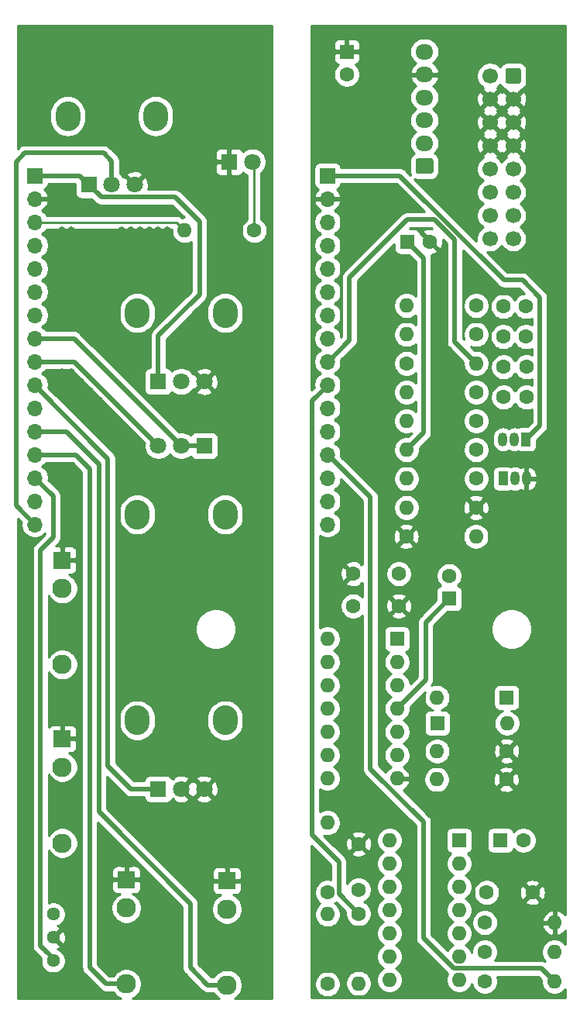
<source format=gbr>
%TF.GenerationSoftware,KiCad,Pcbnew,5.1.9+dfsg1-1~bpo10+1*%
%TF.CreationDate,2021-12-03T10:41:42+08:00*%
%TF.ProjectId,MiniOSC,4d696e69-4f53-4432-9e6b-696361645f70,rev?*%
%TF.SameCoordinates,Original*%
%TF.FileFunction,Copper,L1,Top*%
%TF.FilePolarity,Positive*%
%FSLAX46Y46*%
G04 Gerber Fmt 4.6, Leading zero omitted, Abs format (unit mm)*
G04 Created by KiCad (PCBNEW 5.1.9+dfsg1-1~bpo10+1) date 2021-12-03 10:41:42*
%MOMM*%
%LPD*%
G01*
G04 APERTURE LIST*
%TA.AperFunction,ComponentPad*%
%ADD10O,1.700000X1.700000*%
%TD*%
%TA.AperFunction,ComponentPad*%
%ADD11R,1.700000X1.700000*%
%TD*%
%TA.AperFunction,ComponentPad*%
%ADD12C,1.440000*%
%TD*%
%TA.AperFunction,ComponentPad*%
%ADD13C,1.600000*%
%TD*%
%TA.AperFunction,ComponentPad*%
%ADD14R,1.600000X1.600000*%
%TD*%
%TA.AperFunction,ComponentPad*%
%ADD15O,1.600000X1.600000*%
%TD*%
%TA.AperFunction,ComponentPad*%
%ADD16R,1.800000X1.800000*%
%TD*%
%TA.AperFunction,ComponentPad*%
%ADD17C,1.800000*%
%TD*%
%TA.AperFunction,ComponentPad*%
%ADD18O,2.720000X3.240000*%
%TD*%
%TA.AperFunction,ComponentPad*%
%ADD19C,2.130000*%
%TD*%
%TA.AperFunction,ComponentPad*%
%ADD20R,1.930000X1.830000*%
%TD*%
%TA.AperFunction,ComponentPad*%
%ADD21O,1.950000X1.700000*%
%TD*%
%TA.AperFunction,ComponentPad*%
%ADD22C,1.700000*%
%TD*%
%TA.AperFunction,ComponentPad*%
%ADD23R,1.050000X1.500000*%
%TD*%
%TA.AperFunction,ComponentPad*%
%ADD24O,1.050000X1.500000*%
%TD*%
%TA.AperFunction,ViaPad*%
%ADD25C,0.800000*%
%TD*%
%TA.AperFunction,Conductor*%
%ADD26C,0.500000*%
%TD*%
%TA.AperFunction,Conductor*%
%ADD27C,0.250000*%
%TD*%
%TA.AperFunction,Conductor*%
%ADD28C,0.254000*%
%TD*%
%TA.AperFunction,Conductor*%
%ADD29C,0.100000*%
%TD*%
G04 APERTURE END LIST*
D10*
%TO.P,J2,16*%
%TO.N,/FrontPanel/FP_COARSE*%
X75000000Y-110600000D03*
%TO.P,J2,15*%
%TO.N,/FrontPanel/FP_FINE*%
X75000000Y-108060000D03*
%TO.P,J2,14*%
%TO.N,/FrontPanel/FP_SCALE*%
X75000000Y-105520000D03*
%TO.P,J2,13*%
%TO.N,/FrontPanel/FP_SAW_OUT*%
X75000000Y-102980000D03*
%TO.P,J2,12*%
%TO.N,/FrontPanel/FP_PULSE_OUT*%
X75000000Y-100440000D03*
%TO.P,J2,11*%
%TO.N,N/C*%
X75000000Y-97900000D03*
%TO.P,J2,10*%
%TO.N,/FrontPanel/FP_PULSE_WIDTH*%
X75000000Y-95360000D03*
%TO.P,J2,9*%
%TO.N,/FrontPanel/FP_FM_AMT_P3*%
X75000000Y-92820000D03*
%TO.P,J2,8*%
%TO.N,/FrontPanel/FP_FM_AMT_P2*%
X75000000Y-90280000D03*
%TO.P,J2,7*%
%TO.N,N/C*%
X75000000Y-87740000D03*
%TO.P,J2,6*%
%TO.N,/FrontPanel/FP_V_OCT_IN*%
X75000000Y-85200000D03*
%TO.P,J2,5*%
%TO.N,/FrontPanel/FP_FM_IN*%
X75000000Y-82660000D03*
%TO.P,J2,4*%
%TO.N,N/C*%
X75000000Y-80120000D03*
%TO.P,J2,3*%
%TO.N,/FrontPanel/FP_12V_POS*%
X75000000Y-77580000D03*
%TO.P,J2,2*%
%TO.N,GND1*%
X75000000Y-75040000D03*
D11*
%TO.P,J2,1*%
%TO.N,FP_12V_NEG*%
X75000000Y-72500000D03*
%TD*%
D12*
%TO.P,SCALE1,3*%
%TO.N,N/C*%
X77000000Y-153170000D03*
%TO.P,SCALE1,2*%
%TO.N,GND1*%
X77000000Y-155710000D03*
%TO.P,SCALE1,1*%
%TO.N,/FrontPanel/FP_SCALE*%
X77000000Y-158250000D03*
%TD*%
D13*
%TO.P,C1,2*%
%TO.N,Earth*%
X109800000Y-116000000D03*
%TO.P,C1,1*%
%TO.N,Net-(C1-Pad1)*%
X114800000Y-116000000D03*
%TD*%
%TO.P,C2,2*%
%TO.N,Net-(C2-Pad2)*%
X128400000Y-145100000D03*
D14*
%TO.P,C2,1*%
%TO.N,Net-(C2-Pad1)*%
X125900000Y-145100000D03*
%TD*%
%TO.P,C3,1*%
%TO.N,Net-(C3-Pad1)*%
X120300000Y-118700000D03*
D13*
%TO.P,C3,2*%
%TO.N,Net-(C3-Pad2)*%
X120300000Y-116200000D03*
%TD*%
%TO.P,C6,1*%
%TO.N,+12V*%
X109800000Y-119500000D03*
%TO.P,C6,2*%
%TO.N,Earth*%
X114800000Y-119500000D03*
%TD*%
%TO.P,C7,1*%
%TO.N,+12V*%
X124400000Y-150800000D03*
%TO.P,C7,2*%
%TO.N,Earth*%
X129400000Y-150800000D03*
%TD*%
%TO.P,C8,2*%
%TO.N,-12V*%
X110400000Y-150500000D03*
%TO.P,C8,1*%
%TO.N,Earth*%
X110400000Y-145500000D03*
%TD*%
D14*
%TO.P,D1,1*%
%TO.N,Net-(C1-Pad1)*%
X126600000Y-129500000D03*
D15*
%TO.P,D1,2*%
%TO.N,Net-(D1-Pad2)*%
X118980000Y-129500000D03*
%TD*%
%TO.P,D2,2*%
%TO.N,Net-(D2-Pad2)*%
X126620000Y-132300000D03*
D14*
%TO.P,D2,1*%
%TO.N,Net-(D2-Pad1)*%
X119000000Y-132300000D03*
%TD*%
D16*
%TO.P,D3,1*%
%TO.N,GND1*%
X96250000Y-71000000D03*
D17*
%TO.P,D3,2*%
%TO.N,Net-(D3-Pad2)*%
X98790000Y-71000000D03*
%TD*%
D16*
%TO.P,FM_AMOUNT1,1*%
%TO.N,/FrontPanel/FP_FM_AMT_P2*%
X93500000Y-102000000D03*
D17*
%TO.P,FM_AMOUNT1,2*%
X91000000Y-102000000D03*
%TO.P,FM_AMOUNT1,3*%
%TO.N,/FrontPanel/FP_FM_AMT_P3*%
X88500000Y-102000000D03*
D18*
%TO.P,FM_AMOUNT1,*%
%TO.N,*%
X86200000Y-109500000D03*
X95800000Y-109500000D03*
%TD*%
D19*
%TO.P,J3,TN*%
%TO.N,N/C*%
X78000000Y-137100000D03*
D20*
%TO.P,J3,S*%
%TO.N,GND1*%
X78000000Y-134000000D03*
D19*
%TO.P,J3,T*%
%TO.N,/FrontPanel/FP_V_OCT_IN*%
X78000000Y-145400000D03*
%TD*%
%TO.P,J4,T*%
%TO.N,/FrontPanel/FP_FM_IN*%
X78000000Y-125900000D03*
D20*
%TO.P,J4,S*%
%TO.N,GND1*%
X78000000Y-114500000D03*
D19*
%TO.P,J4,TN*%
%TO.N,N/C*%
X78000000Y-117600000D03*
%TD*%
%TO.P,J5,TN*%
%TO.N,N/C*%
X96000000Y-152600000D03*
D20*
%TO.P,J5,S*%
%TO.N,GND1*%
X96000000Y-149500000D03*
D19*
%TO.P,J5,T*%
%TO.N,/FrontPanel/FP_PULSE_OUT*%
X96000000Y-160900000D03*
%TD*%
%TO.P,J6,T*%
%TO.N,/FrontPanel/FP_SAW_OUT*%
X85000000Y-160800000D03*
D20*
%TO.P,J6,S*%
%TO.N,GND1*%
X85000000Y-149400000D03*
D19*
%TO.P,J6,TN*%
%TO.N,N/C*%
X85000000Y-152500000D03*
%TD*%
%TO.P,J7,1*%
%TO.N,N/C*%
%TA.AperFunction,ComponentPad*%
G36*
G01*
X118325000Y-72300000D02*
X116875000Y-72300000D01*
G75*
G02*
X116625000Y-72050000I0J250000D01*
G01*
X116625000Y-70850000D01*
G75*
G02*
X116875000Y-70600000I250000J0D01*
G01*
X118325000Y-70600000D01*
G75*
G02*
X118575000Y-70850000I0J-250000D01*
G01*
X118575000Y-72050000D01*
G75*
G02*
X118325000Y-72300000I-250000J0D01*
G01*
G37*
%TD.AperFunction*%
D21*
%TO.P,J7,2*%
X117600000Y-68950000D03*
%TO.P,J7,3*%
X117600000Y-66450000D03*
%TO.P,J7,4*%
%TO.N,+12V*%
X117600000Y-63950000D03*
%TO.P,J7,5*%
%TO.N,Earth*%
X117600000Y-61450000D03*
%TO.P,J7,6*%
%TO.N,-12V*%
X117600000Y-58950000D03*
%TD*%
%TO.P,J8,1*%
%TO.N,-12V*%
%TA.AperFunction,ComponentPad*%
G36*
G01*
X128150000Y-61000000D02*
X128150000Y-62200000D01*
G75*
G02*
X127900000Y-62450000I-250000J0D01*
G01*
X126700000Y-62450000D01*
G75*
G02*
X126450000Y-62200000I0J250000D01*
G01*
X126450000Y-61000000D01*
G75*
G02*
X126700000Y-60750000I250000J0D01*
G01*
X127900000Y-60750000D01*
G75*
G02*
X128150000Y-61000000I0J-250000D01*
G01*
G37*
%TD.AperFunction*%
D22*
%TO.P,J8,3*%
%TO.N,Earth*%
X127300000Y-64140000D03*
%TO.P,J8,5*%
X127300000Y-66680000D03*
%TO.P,J8,7*%
X127300000Y-69220000D03*
%TO.P,J8,9*%
%TO.N,+12V*%
X127300000Y-71760000D03*
%TO.P,J8,11*%
%TO.N,Net-(J8-Pad11)*%
X127300000Y-74300000D03*
%TO.P,J8,13*%
%TO.N,Net-(J8-Pad13)*%
X127300000Y-76840000D03*
%TO.P,J8,15*%
%TO.N,Net-(J8-Pad15)*%
X127300000Y-79380000D03*
%TO.P,J8,2*%
%TO.N,-12V*%
X124760000Y-61600000D03*
%TO.P,J8,4*%
%TO.N,Earth*%
X124760000Y-64140000D03*
%TO.P,J8,6*%
X124760000Y-66680000D03*
%TO.P,J8,8*%
X124760000Y-69220000D03*
%TO.P,J8,10*%
%TO.N,+12V*%
X124760000Y-71760000D03*
%TO.P,J8,12*%
%TO.N,Net-(J8-Pad11)*%
X124760000Y-74300000D03*
%TO.P,J8,14*%
%TO.N,Net-(J8-Pad13)*%
X124760000Y-76840000D03*
%TO.P,J8,16*%
%TO.N,Net-(J8-Pad15)*%
X124760000Y-79380000D03*
%TD*%
D16*
%TO.P,PULSE_WIDTH1,1*%
%TO.N,/FrontPanel/FP_PULSE_WIDTH*%
X88500000Y-139500000D03*
D17*
%TO.P,PULSE_WIDTH1,2*%
%TO.N,GND1*%
X91000000Y-139500000D03*
%TO.P,PULSE_WIDTH1,3*%
X93500000Y-139500000D03*
D18*
%TO.P,PULSE_WIDTH1,*%
%TO.N,*%
X95800000Y-132000000D03*
X86200000Y-132000000D03*
%TD*%
D23*
%TO.P,Q1,1*%
%TO.N,-12V*%
X128700000Y-101300000D03*
D24*
%TO.P,Q1,3*%
%TO.N,Net-(Q1-Pad3)*%
X126160000Y-101300000D03*
%TO.P,Q1,2*%
%TO.N,FM_AMT_P3*%
X127430000Y-101300000D03*
%TD*%
%TO.P,Q2,2*%
%TO.N,Net-(Q1-Pad3)*%
X127470000Y-105600000D03*
%TO.P,Q2,3*%
%TO.N,Earth*%
X128740000Y-105600000D03*
D23*
%TO.P,Q2,1*%
%TO.N,Net-(C1-Pad1)*%
X126200000Y-105600000D03*
%TD*%
D13*
%TO.P,R1,1*%
%TO.N,Net-(R1-Pad1)*%
X123250000Y-99300000D03*
D15*
%TO.P,R1,2*%
%TO.N,Net-(J1-Pad16)*%
X115630000Y-99300000D03*
%TD*%
%TO.P,R2,2*%
%TO.N,Net-(J1-Pad15)*%
X115630000Y-96150000D03*
D13*
%TO.P,R2,1*%
%TO.N,Net-(R2-Pad1)*%
X123250000Y-96150000D03*
%TD*%
D15*
%TO.P,R3,2*%
%TO.N,Net-(J1-Pad6)*%
X115630000Y-89850000D03*
D13*
%TO.P,R3,1*%
%TO.N,Net-(R3-Pad1)*%
X123250000Y-89850000D03*
%TD*%
%TO.P,R4,1*%
%TO.N,Net-(R4-Pad1)*%
X123250000Y-86700000D03*
D15*
%TO.P,R4,2*%
%TO.N,Net-(J1-Pad5)*%
X115630000Y-86700000D03*
%TD*%
%TO.P,R5,2*%
%TO.N,FM_AMT_P3*%
X123270000Y-93000000D03*
D13*
%TO.P,R5,1*%
%TO.N,SCALE*%
X115650000Y-93000000D03*
%TD*%
%TO.P,R6,1*%
%TO.N,Net-(Q1-Pad3)*%
X123250000Y-102450000D03*
D15*
%TO.P,R6,2*%
%TO.N,+12V*%
X115630000Y-102450000D03*
%TD*%
D13*
%TO.P,R7,1*%
%TO.N,PULSE_WIDTH*%
X110400000Y-153100000D03*
D15*
%TO.P,R7,2*%
%TO.N,Net-(D2-Pad2)*%
X110400000Y-160720000D03*
%TD*%
%TO.P,R8,2*%
%TO.N,Net-(D2-Pad1)*%
X118980000Y-135350000D03*
D13*
%TO.P,R8,1*%
%TO.N,Earth*%
X126600000Y-135350000D03*
%TD*%
%TO.P,R9,1*%
%TO.N,Earth*%
X126550000Y-138450000D03*
D15*
%TO.P,R9,2*%
%TO.N,Net-(C2-Pad2)*%
X118930000Y-138450000D03*
%TD*%
D13*
%TO.P,R10,1*%
%TO.N,Earth*%
X115600000Y-111900000D03*
D15*
%TO.P,R10,2*%
%TO.N,Net-(C3-Pad2)*%
X123220000Y-111900000D03*
%TD*%
%TO.P,R11,2*%
%TO.N,PULSE_OUT*%
X115630000Y-105600000D03*
D13*
%TO.P,R11,1*%
%TO.N,Net-(C3-Pad2)*%
X123250000Y-105600000D03*
%TD*%
%TO.P,R12,1*%
%TO.N,Earth*%
X123250000Y-108750000D03*
D15*
%TO.P,R12,2*%
%TO.N,PULSE_OUT*%
X115630000Y-108750000D03*
%TD*%
D13*
%TO.P,R13,1*%
%TO.N,Net-(R13-Pad1)*%
X124200000Y-154100000D03*
D15*
%TO.P,R13,2*%
%TO.N,Earth*%
X131820000Y-154100000D03*
%TD*%
%TO.P,R14,2*%
%TO.N,Net-(R14-Pad2)*%
X131820000Y-157300000D03*
D13*
%TO.P,R14,1*%
%TO.N,Net-(R13-Pad1)*%
X124200000Y-157300000D03*
%TD*%
D15*
%TO.P,R15,2*%
%TO.N,SAW_OUT*%
X131820000Y-160500000D03*
D13*
%TO.P,R15,1*%
%TO.N,Net-(R14-Pad2)*%
X124200000Y-160500000D03*
%TD*%
D15*
%TO.P,R16,2*%
%TO.N,+12V*%
X107000000Y-143180000D03*
D13*
%TO.P,R16,1*%
%TO.N,Net-(R16-Pad1)*%
X107000000Y-150800000D03*
%TD*%
%TO.P,R17,1*%
%TO.N,-12V*%
X107000000Y-160800000D03*
D15*
%TO.P,R17,2*%
%TO.N,Net-(R16-Pad1)*%
X107000000Y-153180000D03*
%TD*%
%TO.P,R18,2*%
%TO.N,/FrontPanel/FP_12V_POS*%
X91380000Y-78500000D03*
D13*
%TO.P,R18,1*%
%TO.N,Net-(D3-Pad2)*%
X99000000Y-78500000D03*
%TD*%
%TO.P,TH1,2*%
%TO.N,Net-(R1-Pad1)*%
X126250000Y-96700000D03*
%TO.P,TH1,1*%
%TO.N,FM_AMT_P3*%
X128750000Y-96700000D03*
%TD*%
%TO.P,TH2,1*%
%TO.N,FM_AMT_P3*%
X128750000Y-93400000D03*
%TO.P,TH2,2*%
%TO.N,Net-(R2-Pad1)*%
X126250000Y-93400000D03*
%TD*%
%TO.P,TH3,2*%
%TO.N,Net-(R3-Pad1)*%
X128700000Y-90100000D03*
%TO.P,TH3,1*%
%TO.N,FM_AMT_P3*%
X126200000Y-90100000D03*
%TD*%
%TO.P,TH4,1*%
%TO.N,FM_AMT_P2*%
X128700000Y-86800000D03*
%TO.P,TH4,2*%
%TO.N,Net-(R4-Pad1)*%
X126200000Y-86800000D03*
%TD*%
D18*
%TO.P,TUNING_COARSE1,*%
%TO.N,*%
X78600000Y-66000000D03*
X88200000Y-66000000D03*
D17*
%TO.P,TUNING_COARSE1,3*%
%TO.N,GND1*%
X85900000Y-73500000D03*
%TO.P,TUNING_COARSE1,2*%
%TO.N,/FrontPanel/FP_COARSE*%
X83400000Y-73500000D03*
D16*
%TO.P,TUNING_COARSE1,1*%
%TO.N,FP_12V_NEG*%
X80900000Y-73500000D03*
%TD*%
D18*
%TO.P,TUNING_FINE1,*%
%TO.N,*%
X86200000Y-87500000D03*
X95800000Y-87500000D03*
D17*
%TO.P,TUNING_FINE1,3*%
%TO.N,GND1*%
X93500000Y-95000000D03*
%TO.P,TUNING_FINE1,2*%
%TO.N,/FrontPanel/FP_FINE*%
X91000000Y-95000000D03*
D16*
%TO.P,TUNING_FINE1,1*%
%TO.N,FP_12V_NEG*%
X88500000Y-95000000D03*
%TD*%
D15*
%TO.P,U1,14*%
%TO.N,Net-(U1-Pad13)*%
X113780000Y-145100000D03*
%TO.P,U1,7*%
%TO.N,Net-(R14-Pad2)*%
X121400000Y-160340000D03*
%TO.P,U1,13*%
%TO.N,Net-(U1-Pad13)*%
X113780000Y-147640000D03*
%TO.P,U1,6*%
%TO.N,Net-(R13-Pad1)*%
X121400000Y-157800000D03*
%TO.P,U1,12*%
%TO.N,Net-(R16-Pad1)*%
X113780000Y-150180000D03*
%TO.P,U1,5*%
%TO.N,Net-(C2-Pad2)*%
X121400000Y-155260000D03*
%TO.P,U1,11*%
%TO.N,-12V*%
X113780000Y-152720000D03*
%TO.P,U1,4*%
%TO.N,+12V*%
X121400000Y-152720000D03*
%TO.P,U1,10*%
%TO.N,Net-(C2-Pad2)*%
X113780000Y-155260000D03*
%TO.P,U1,3*%
%TO.N,Net-(C1-Pad1)*%
X121400000Y-150180000D03*
%TO.P,U1,9*%
%TO.N,PULSE_WIDTH*%
X113780000Y-157800000D03*
%TO.P,U1,2*%
%TO.N,Net-(C2-Pad1)*%
X121400000Y-147640000D03*
%TO.P,U1,8*%
%TO.N,Net-(D2-Pad2)*%
X113780000Y-160340000D03*
D14*
%TO.P,U1,1*%
%TO.N,Net-(C2-Pad1)*%
X121400000Y-145100000D03*
%TD*%
%TO.P,U2,1*%
%TO.N,Net-(C1-Pad1)*%
X114600000Y-123100000D03*
D15*
%TO.P,U2,8*%
%TO.N,N/C*%
X106980000Y-138340000D03*
%TO.P,U2,2*%
%TO.N,Net-(D1-Pad2)*%
X114600000Y-125640000D03*
%TO.P,U2,9*%
%TO.N,N/C*%
X106980000Y-135800000D03*
%TO.P,U2,3*%
%TO.N,Net-(D2-Pad1)*%
X114600000Y-128180000D03*
%TO.P,U2,10*%
%TO.N,N/C*%
X106980000Y-133260000D03*
%TO.P,U2,4*%
%TO.N,Net-(C3-Pad1)*%
X114600000Y-130720000D03*
%TO.P,U2,11*%
%TO.N,N/C*%
X106980000Y-130720000D03*
%TO.P,U2,5*%
X114600000Y-133260000D03*
%TO.P,U2,12*%
X106980000Y-128180000D03*
%TO.P,U2,6*%
X114600000Y-135800000D03*
%TO.P,U2,13*%
X106980000Y-125640000D03*
%TO.P,U2,7*%
%TO.N,Earth*%
X114600000Y-138340000D03*
%TO.P,U2,14*%
%TO.N,+12V*%
X106980000Y-123100000D03*
%TD*%
D11*
%TO.P,J1,1*%
%TO.N,-12V*%
X107000000Y-72500000D03*
D10*
%TO.P,J1,2*%
%TO.N,Earth*%
X107000000Y-75040000D03*
%TO.P,J1,3*%
%TO.N,+12V*%
X107000000Y-77580000D03*
%TO.P,J1,4*%
%TO.N,N/C*%
X107000000Y-80120000D03*
%TO.P,J1,5*%
%TO.N,Net-(J1-Pad5)*%
X107000000Y-82660000D03*
%TO.P,J1,6*%
%TO.N,Net-(J1-Pad6)*%
X107000000Y-85200000D03*
%TO.P,J1,7*%
%TO.N,N/C*%
X107000000Y-87740000D03*
%TO.P,J1,8*%
%TO.N,FM_AMT_P2*%
X107000000Y-90280000D03*
%TO.P,J1,9*%
%TO.N,FM_AMT_P3*%
X107000000Y-92820000D03*
%TO.P,J1,10*%
%TO.N,PULSE_WIDTH*%
X107000000Y-95360000D03*
%TO.P,J1,11*%
%TO.N,N/C*%
X107000000Y-97900000D03*
%TO.P,J1,12*%
%TO.N,PULSE_OUT*%
X107000000Y-100440000D03*
%TO.P,J1,13*%
%TO.N,SAW_OUT*%
X107000000Y-102980000D03*
%TO.P,J1,14*%
%TO.N,SCALE*%
X107000000Y-105520000D03*
%TO.P,J1,15*%
%TO.N,Net-(J1-Pad15)*%
X107000000Y-108060000D03*
%TO.P,J1,16*%
%TO.N,Net-(J1-Pad16)*%
X107000000Y-110600000D03*
%TD*%
D13*
%TO.P,C4,2*%
%TO.N,Earth*%
X118200000Y-79700000D03*
D14*
%TO.P,C4,1*%
%TO.N,+12V*%
X115700000Y-79700000D03*
%TD*%
%TO.P,C5,1*%
%TO.N,Earth*%
X109100000Y-58950000D03*
D13*
%TO.P,C5,2*%
%TO.N,-12V*%
X109100000Y-61450000D03*
%TD*%
D25*
%TO.N,Earth*%
X125500000Y-110500000D03*
X126500000Y-110500000D03*
X127500000Y-110500000D03*
X128500000Y-110500000D03*
X129500000Y-110500000D03*
X129500000Y-111500000D03*
X128500000Y-111500000D03*
X127500000Y-111500000D03*
X126500000Y-111500000D03*
X125500000Y-111500000D03*
X125500000Y-112500000D03*
X126500000Y-112500000D03*
X127500000Y-112500000D03*
X128500000Y-112500000D03*
X129500000Y-112500000D03*
X129500000Y-113500000D03*
X129500000Y-114500000D03*
X129500000Y-115500000D03*
X129500000Y-116500000D03*
X129500000Y-117500000D03*
X128500000Y-117500000D03*
X127500000Y-117500000D03*
X126500000Y-117500000D03*
X125500000Y-117500000D03*
X125500000Y-116500000D03*
X125500000Y-115500000D03*
X125500000Y-114500000D03*
X125500000Y-113500000D03*
X126500000Y-113500000D03*
X127500000Y-113500000D03*
X128500000Y-113500000D03*
X128500000Y-114500000D03*
X128500000Y-115500000D03*
X128500000Y-116500000D03*
X127500000Y-116500000D03*
X127500000Y-115500000D03*
X127500000Y-114500000D03*
X126500000Y-114500000D03*
X126500000Y-115500000D03*
X126500000Y-116500000D03*
X119500000Y-122500000D03*
X120500000Y-122500000D03*
X121500000Y-122500000D03*
X122500000Y-122500000D03*
X122500000Y-123500000D03*
X121500000Y-123500000D03*
X120500000Y-123500000D03*
X119500000Y-123500000D03*
X120500000Y-124500000D03*
X121500000Y-124500000D03*
X122500000Y-124500000D03*
X122500000Y-125500000D03*
X121500000Y-125500000D03*
X122500000Y-126500000D03*
X113000000Y-101000000D03*
X113000000Y-102000000D03*
X113000000Y-103000000D03*
X113000000Y-104000000D03*
X113000000Y-105000000D03*
X113000000Y-106000000D03*
X113000000Y-107000000D03*
X113000000Y-108000000D03*
X114000000Y-108000000D03*
X109500000Y-92500000D03*
X109500000Y-93500000D03*
X109500000Y-94500000D03*
X109500000Y-95500000D03*
X109500000Y-96500000D03*
X110500000Y-95500000D03*
X110500000Y-94500000D03*
X110500000Y-93500000D03*
X110500000Y-92500000D03*
X111500000Y-92500000D03*
X111500000Y-93500000D03*
X111500000Y-94500000D03*
X112500000Y-93500000D03*
X112500000Y-92500000D03*
X113500000Y-92500000D03*
%TO.N,GND1*%
X78000000Y-78500000D03*
X78000000Y-79500000D03*
X78000000Y-80500000D03*
X78000000Y-81500000D03*
X78000000Y-82500000D03*
X78000000Y-83500000D03*
X78000000Y-84500000D03*
X78000000Y-85500000D03*
X78000000Y-86500000D03*
X78000000Y-94000000D03*
X78000000Y-95000000D03*
X78000000Y-96000000D03*
X79000000Y-95000000D03*
X79000000Y-96000000D03*
X79000000Y-97000000D03*
X80000000Y-96000000D03*
X80000000Y-97000000D03*
X80000000Y-98000000D03*
X81000000Y-97000000D03*
X81000000Y-98000000D03*
X81000000Y-99000000D03*
X82000000Y-98000000D03*
X82000000Y-99000000D03*
X82000000Y-100000000D03*
X83000000Y-99000000D03*
X83000000Y-100000000D03*
X83000000Y-101000000D03*
X84000000Y-100000000D03*
X84000000Y-101000000D03*
X84000000Y-99000000D03*
X83000000Y-98000000D03*
X82000000Y-97000000D03*
X81000000Y-96000000D03*
X80000000Y-95000000D03*
X79000000Y-94000000D03*
X85500000Y-116000000D03*
X86500000Y-116000000D03*
X87500000Y-116000000D03*
X88500000Y-116000000D03*
X89500000Y-116000000D03*
X90500000Y-116000000D03*
X91500000Y-116000000D03*
X92500000Y-116000000D03*
X93500000Y-116000000D03*
X94500000Y-116000000D03*
X95500000Y-116000000D03*
X96500000Y-116000000D03*
X97500000Y-116000000D03*
X85500000Y-117000000D03*
X86500000Y-117000000D03*
X87500000Y-117000000D03*
X88500000Y-117000000D03*
X89500000Y-117000000D03*
X90500000Y-117000000D03*
X91500000Y-117000000D03*
X92500000Y-117000000D03*
X93500000Y-117000000D03*
X94500000Y-117000000D03*
X95500000Y-117000000D03*
X96500000Y-117000000D03*
X97500000Y-117000000D03*
X85500000Y-118000000D03*
X85500000Y-119000000D03*
X85500000Y-120000000D03*
X85500000Y-121000000D03*
X85500000Y-122000000D03*
X85500000Y-123000000D03*
X86500000Y-118000000D03*
X86500000Y-119000000D03*
X86500000Y-120000000D03*
X86500000Y-121000000D03*
X86500000Y-122000000D03*
X86500000Y-123000000D03*
X87500000Y-123000000D03*
X87500000Y-122000000D03*
X87500000Y-121000000D03*
X87500000Y-120000000D03*
X87500000Y-119000000D03*
X87500000Y-118000000D03*
X88500000Y-118000000D03*
X88500000Y-119000000D03*
X88500000Y-120000000D03*
X88500000Y-121000000D03*
X88500000Y-122000000D03*
X88500000Y-123000000D03*
X89500000Y-123000000D03*
X89500000Y-122000000D03*
X89500000Y-121000000D03*
X89500000Y-120000000D03*
X89500000Y-119000000D03*
X89500000Y-118000000D03*
X85500000Y-124000000D03*
X86500000Y-124000000D03*
X87500000Y-124000000D03*
X88500000Y-124000000D03*
X89500000Y-124000000D03*
X89500000Y-125000000D03*
X88500000Y-125000000D03*
X87500000Y-125000000D03*
X86500000Y-125000000D03*
X85500000Y-125000000D03*
X84500000Y-142000000D03*
X85500000Y-142000000D03*
X86500000Y-142000000D03*
X87500000Y-142000000D03*
X88500000Y-142000000D03*
X89500000Y-142000000D03*
X90500000Y-142000000D03*
X91500000Y-142000000D03*
X92500000Y-142000000D03*
X93500000Y-142000000D03*
X94500000Y-142000000D03*
X95500000Y-142000000D03*
X96500000Y-142000000D03*
X97500000Y-142000000D03*
X97500000Y-143000000D03*
X96500000Y-143000000D03*
X95500000Y-143000000D03*
X94500000Y-143000000D03*
X93500000Y-143000000D03*
X92500000Y-143000000D03*
X91500000Y-143000000D03*
X90500000Y-143000000D03*
X89500000Y-143000000D03*
X88500000Y-143000000D03*
X87500000Y-143000000D03*
X86500000Y-143000000D03*
X85500000Y-143000000D03*
X86500000Y-144000000D03*
X87500000Y-144000000D03*
X88500000Y-144000000D03*
X89500000Y-144000000D03*
X90500000Y-144000000D03*
X91500000Y-144000000D03*
X92500000Y-144000000D03*
X93500000Y-144000000D03*
X94500000Y-144000000D03*
X95500000Y-144000000D03*
X96500000Y-144000000D03*
X97500000Y-144000000D03*
X97500000Y-145000000D03*
X96500000Y-145000000D03*
X95500000Y-145000000D03*
X94500000Y-145000000D03*
X93500000Y-145000000D03*
X92500000Y-145000000D03*
X91500000Y-145000000D03*
X90500000Y-145000000D03*
X89500000Y-145000000D03*
X88500000Y-145000000D03*
X87500000Y-145000000D03*
X88500000Y-146000000D03*
X89500000Y-146000000D03*
X90500000Y-146000000D03*
X91500000Y-146000000D03*
X92500000Y-146000000D03*
X93500000Y-146000000D03*
X94500000Y-146000000D03*
X95500000Y-146000000D03*
X96500000Y-146000000D03*
X97500000Y-146000000D03*
X97500000Y-147000000D03*
X96500000Y-147000000D03*
X95500000Y-147000000D03*
X94500000Y-147000000D03*
X93500000Y-147000000D03*
X92500000Y-147000000D03*
X91500000Y-147000000D03*
X90500000Y-147000000D03*
X89500000Y-147000000D03*
X79000000Y-78500000D03*
X79000000Y-79500000D03*
X79000000Y-80500000D03*
X79000000Y-81500000D03*
X79000000Y-82500000D03*
X79000000Y-83500000D03*
X79000000Y-84500000D03*
X79000000Y-85500000D03*
X79000000Y-86500000D03*
X84500000Y-78500000D03*
X85500000Y-78500000D03*
X86500000Y-78500000D03*
X87500000Y-78500000D03*
X88500000Y-78500000D03*
X89500000Y-78500000D03*
X89500000Y-79500000D03*
X88500000Y-79500000D03*
X87500000Y-79500000D03*
X86500000Y-79500000D03*
X85500000Y-79500000D03*
X84500000Y-79500000D03*
X88000000Y-73500000D03*
X89000000Y-73500000D03*
X89000000Y-72500000D03*
X89000000Y-71500000D03*
X89000000Y-70500000D03*
X88000000Y-70500000D03*
X88000000Y-71500000D03*
X88000000Y-72500000D03*
X94500000Y-69000000D03*
X94500000Y-70000000D03*
X94500000Y-71000000D03*
X94500000Y-72000000D03*
X94500000Y-73000000D03*
X94500000Y-74000000D03*
X93500000Y-74000000D03*
X93500000Y-73000000D03*
X93500000Y-72000000D03*
X93500000Y-71000000D03*
X93500000Y-70000000D03*
X93500000Y-69000000D03*
X92500000Y-69000000D03*
X92500000Y-70000000D03*
X92500000Y-71000000D03*
X92500000Y-72000000D03*
X92500000Y-73000000D03*
X92500000Y-74000000D03*
X94500000Y-68000000D03*
X93500000Y-68000000D03*
X92500000Y-68000000D03*
X92500000Y-67000000D03*
X93500000Y-67000000D03*
X94500000Y-67000000D03*
X95500000Y-67000000D03*
X95500000Y-68000000D03*
X95500000Y-75000000D03*
X94500000Y-75000000D03*
X93500000Y-75000000D03*
X92500000Y-75000000D03*
%TD*%
D26*
%TO.N,Net-(C3-Pad1)*%
X114680000Y-130720000D02*
X114600000Y-130720000D01*
X117729999Y-127590001D02*
X114600000Y-130720000D01*
X117729999Y-121270001D02*
X117729999Y-127590001D01*
X120300000Y-118700000D02*
X117729999Y-121270001D01*
%TO.N,+12V*%
X117500000Y-100580000D02*
X115630000Y-102450000D01*
X115700000Y-79700000D02*
X117500000Y-81500000D01*
X117500000Y-81500000D02*
X117500000Y-100580000D01*
%TO.N,-12V*%
X128300000Y-83900000D02*
X126289962Y-83900000D01*
X130200000Y-85800000D02*
X128300000Y-83900000D01*
X126289962Y-83900000D02*
X114889962Y-72500000D01*
X128700000Y-101300000D02*
X130200000Y-99800000D01*
X114889962Y-72500000D02*
X107050000Y-72500000D01*
X130200000Y-99800000D02*
X130200000Y-85800000D01*
D27*
%TO.N,Net-(D3-Pad2)*%
X99000000Y-71210000D02*
X99000000Y-78500000D01*
X98790000Y-71000000D02*
X99000000Y-71210000D01*
D26*
%TO.N,/FrontPanel/FP_FM_AMT_P2*%
X75000000Y-90280000D02*
X79280000Y-90280000D01*
X79280000Y-90280000D02*
X91000000Y-102000000D01*
X91000000Y-102000000D02*
X93500000Y-102000000D01*
%TO.N,/FrontPanel/FP_FM_AMT_P3*%
X75000000Y-92820000D02*
X79320000Y-92820000D01*
X79320000Y-92820000D02*
X88500000Y-102000000D01*
%TO.N,FP_12V_NEG*%
X88500000Y-95000000D02*
X89000000Y-95000000D01*
X88500000Y-90000000D02*
X88500000Y-95000000D01*
X75000000Y-72500000D02*
X79900000Y-72500000D01*
X79900000Y-72500000D02*
X82250001Y-74850001D01*
X90350001Y-74850001D02*
X93000000Y-77500000D01*
X82250001Y-74850001D02*
X90350001Y-74850001D01*
X93000000Y-77500000D02*
X93000000Y-85500000D01*
X93000000Y-85500000D02*
X88500000Y-90000000D01*
D27*
%TO.N,/FrontPanel/FP_12V_POS*%
X90460000Y-77580000D02*
X91380000Y-78500000D01*
X75000000Y-77580000D02*
X90460000Y-77580000D01*
D26*
%TO.N,/FrontPanel/FP_SCALE*%
X76079999Y-157079999D02*
X77250000Y-158250000D01*
X75000000Y-105520000D02*
X75020000Y-105520000D01*
X75600000Y-156600000D02*
X77250000Y-158250000D01*
X77000000Y-112000000D02*
X75600000Y-113400000D01*
X75000000Y-105520000D02*
X77000000Y-107520000D01*
X75600000Y-113400000D02*
X75600000Y-156600000D01*
X77000000Y-107520000D02*
X77000000Y-112000000D01*
%TO.N,/FrontPanel/FP_COARSE*%
X73925000Y-70000000D02*
X72950000Y-70975000D01*
X82500000Y-70000000D02*
X73925000Y-70000000D01*
X72950000Y-108550000D02*
X75000000Y-110600000D01*
X72950000Y-70975000D02*
X72950000Y-108550000D01*
X83400000Y-73500000D02*
X83400000Y-70900000D01*
X83400000Y-70900000D02*
X82500000Y-70000000D01*
%TO.N,SAW_OUT*%
X130409999Y-159089999D02*
X131820000Y-160500000D01*
X107050000Y-102980000D02*
X111700000Y-107630000D01*
X111700000Y-107630000D02*
X111700000Y-137290002D01*
X111700000Y-137290002D02*
X117500000Y-143090002D01*
X117500000Y-143090002D02*
X117500000Y-155790000D01*
X117500000Y-155790000D02*
X120799999Y-159089999D01*
X120799999Y-159089999D02*
X130409999Y-159089999D01*
%TO.N,/FrontPanel/FP_PULSE_WIDTH*%
X83000000Y-137000000D02*
X85500000Y-139500000D01*
X83000000Y-103430000D02*
X83000000Y-137000000D01*
X85500000Y-139500000D02*
X88750000Y-139500000D01*
X75000000Y-95360000D02*
X75000000Y-95430000D01*
X75000000Y-95430000D02*
X83000000Y-103430000D01*
%TO.N,FM_AMT_P3*%
X109400000Y-90470000D02*
X107050000Y-92820000D01*
X120900000Y-90630000D02*
X120900000Y-79500000D01*
X123270000Y-93000000D02*
X120900000Y-90630000D01*
X120900000Y-79500000D02*
X118700000Y-77300000D01*
X109400000Y-83589998D02*
X109400000Y-90470000D01*
X118700000Y-77300000D02*
X115689998Y-77300000D01*
X115689998Y-77300000D02*
X109400000Y-83589998D01*
%TO.N,PULSE_WIDTH*%
X105300000Y-97110000D02*
X107050000Y-95360000D01*
X105300000Y-144500000D02*
X105300000Y-97110000D01*
X108250001Y-147450001D02*
X105300000Y-144500000D01*
X110400000Y-153100000D02*
X108250001Y-150950001D01*
X108250001Y-150950001D02*
X108250001Y-147450001D01*
%TO.N,/FrontPanel/FP_SAW_OUT*%
X82800000Y-160800000D02*
X85000000Y-160800000D01*
X81000000Y-159000000D02*
X82800000Y-160800000D01*
X81000000Y-104500000D02*
X81000000Y-159000000D01*
X75000000Y-102980000D02*
X79480000Y-102980000D01*
X79480000Y-102980000D02*
X81000000Y-104500000D01*
%TO.N,/FrontPanel/FP_PULSE_OUT*%
X93900000Y-160900000D02*
X96250000Y-160900000D01*
X82000000Y-104000000D02*
X82000000Y-142000000D01*
X78440000Y-100440000D02*
X82000000Y-104000000D01*
X92000000Y-152000000D02*
X92000000Y-159000000D01*
X75000000Y-100440000D02*
X78440000Y-100440000D01*
X92000000Y-159000000D02*
X93900000Y-160900000D01*
X82000000Y-142000000D02*
X92000000Y-152000000D01*
%TD*%
D28*
%TO.N,GND1*%
X80115000Y-104866579D02*
X80115001Y-158956521D01*
X80110719Y-159000000D01*
X80127805Y-159173490D01*
X80178412Y-159340313D01*
X80260590Y-159494059D01*
X80343468Y-159595046D01*
X80343471Y-159595049D01*
X80371184Y-159628817D01*
X80404951Y-159656529D01*
X82143470Y-161395049D01*
X82171183Y-161428817D01*
X82204951Y-161456530D01*
X82204953Y-161456532D01*
X82276452Y-161515210D01*
X82305941Y-161539411D01*
X82459687Y-161621589D01*
X82626510Y-161672195D01*
X82756523Y-161685000D01*
X82756533Y-161685000D01*
X82799999Y-161689281D01*
X82843465Y-161685000D01*
X83546765Y-161685000D01*
X83679523Y-161883687D01*
X83916313Y-162120477D01*
X84194748Y-162306521D01*
X84355243Y-162373000D01*
X73127000Y-162373000D01*
X73127000Y-109978579D01*
X73529461Y-110381040D01*
X73515000Y-110453740D01*
X73515000Y-110746260D01*
X73572068Y-111033158D01*
X73684010Y-111303411D01*
X73846525Y-111546632D01*
X74053368Y-111753475D01*
X74296589Y-111915990D01*
X74566842Y-112027932D01*
X74853740Y-112085000D01*
X75146260Y-112085000D01*
X75433158Y-112027932D01*
X75703411Y-111915990D01*
X75946632Y-111753475D01*
X76115001Y-111585106D01*
X76115001Y-111633420D01*
X75004956Y-112743466D01*
X74971183Y-112771183D01*
X74860589Y-112905942D01*
X74778411Y-113059688D01*
X74743157Y-113175904D01*
X74727805Y-113226510D01*
X74726212Y-113242686D01*
X74715000Y-113356524D01*
X74715000Y-113356531D01*
X74710719Y-113400000D01*
X74715000Y-113443469D01*
X74715001Y-156556521D01*
X74710719Y-156600000D01*
X74727805Y-156773490D01*
X74778412Y-156940313D01*
X74860590Y-157094059D01*
X74943468Y-157195046D01*
X74943471Y-157195049D01*
X74971184Y-157228817D01*
X75004951Y-157256529D01*
X75681495Y-157933073D01*
X75645000Y-158116544D01*
X75645000Y-158383456D01*
X75697072Y-158645239D01*
X75799215Y-158891833D01*
X75947503Y-159113762D01*
X76136238Y-159302497D01*
X76358167Y-159450785D01*
X76604761Y-159552928D01*
X76866544Y-159605000D01*
X77133456Y-159605000D01*
X77395239Y-159552928D01*
X77641833Y-159450785D01*
X77863762Y-159302497D01*
X78052497Y-159113762D01*
X78200785Y-158891833D01*
X78302928Y-158645239D01*
X78355000Y-158383456D01*
X78355000Y-158116544D01*
X78302928Y-157854761D01*
X78200785Y-157608167D01*
X78052497Y-157386238D01*
X77863762Y-157197503D01*
X77641833Y-157049215D01*
X77473676Y-156979562D01*
X77588353Y-156937875D01*
X77694068Y-156881368D01*
X77755955Y-156645560D01*
X77000000Y-155889605D01*
X76985858Y-155903748D01*
X76806253Y-155724143D01*
X76820395Y-155710000D01*
X77179605Y-155710000D01*
X77935560Y-156465955D01*
X78171368Y-156404068D01*
X78284266Y-156162210D01*
X78347811Y-155902973D01*
X78359561Y-155636320D01*
X78319063Y-155372499D01*
X78227875Y-155121647D01*
X78171368Y-155015932D01*
X77935560Y-154954045D01*
X77179605Y-155710000D01*
X76820395Y-155710000D01*
X76806253Y-155695858D01*
X76985858Y-155516253D01*
X77000000Y-155530395D01*
X77755955Y-154774440D01*
X77694068Y-154538632D01*
X77478993Y-154438236D01*
X77641833Y-154370785D01*
X77863762Y-154222497D01*
X78052497Y-154033762D01*
X78200785Y-153811833D01*
X78302928Y-153565239D01*
X78355000Y-153303456D01*
X78355000Y-153036544D01*
X78302928Y-152774761D01*
X78200785Y-152528167D01*
X78052497Y-152306238D01*
X77863762Y-152117503D01*
X77641833Y-151969215D01*
X77395239Y-151867072D01*
X77133456Y-151815000D01*
X76866544Y-151815000D01*
X76604761Y-151867072D01*
X76485000Y-151916679D01*
X76485000Y-146184782D01*
X76493479Y-146205252D01*
X76679523Y-146483687D01*
X76916313Y-146720477D01*
X77194748Y-146906521D01*
X77504128Y-147034670D01*
X77832565Y-147100000D01*
X78167435Y-147100000D01*
X78495872Y-147034670D01*
X78805252Y-146906521D01*
X79083687Y-146720477D01*
X79320477Y-146483687D01*
X79506521Y-146205252D01*
X79634670Y-145895872D01*
X79700000Y-145567435D01*
X79700000Y-145232565D01*
X79634670Y-144904128D01*
X79506521Y-144594748D01*
X79320477Y-144316313D01*
X79083687Y-144079523D01*
X78805252Y-143893479D01*
X78495872Y-143765330D01*
X78167435Y-143700000D01*
X77832565Y-143700000D01*
X77504128Y-143765330D01*
X77194748Y-143893479D01*
X76916313Y-144079523D01*
X76679523Y-144316313D01*
X76493479Y-144594748D01*
X76485000Y-144615218D01*
X76485000Y-137884782D01*
X76493479Y-137905252D01*
X76679523Y-138183687D01*
X76916313Y-138420477D01*
X77194748Y-138606521D01*
X77504128Y-138734670D01*
X77832565Y-138800000D01*
X78167435Y-138800000D01*
X78495872Y-138734670D01*
X78805252Y-138606521D01*
X79083687Y-138420477D01*
X79320477Y-138183687D01*
X79506521Y-137905252D01*
X79634670Y-137595872D01*
X79700000Y-137267435D01*
X79700000Y-136932565D01*
X79634670Y-136604128D01*
X79506521Y-136294748D01*
X79320477Y-136016313D01*
X79083687Y-135779523D01*
X78805252Y-135593479D01*
X78704860Y-135551895D01*
X78965000Y-135553072D01*
X79089482Y-135540812D01*
X79209180Y-135504502D01*
X79319494Y-135445537D01*
X79416185Y-135366185D01*
X79495537Y-135269494D01*
X79554502Y-135159180D01*
X79590812Y-135039482D01*
X79603072Y-134915000D01*
X79600000Y-134285750D01*
X79441250Y-134127000D01*
X78127000Y-134127000D01*
X78127000Y-134147000D01*
X77873000Y-134147000D01*
X77873000Y-134127000D01*
X77853000Y-134127000D01*
X77853000Y-133873000D01*
X77873000Y-133873000D01*
X77873000Y-132608750D01*
X78127000Y-132608750D01*
X78127000Y-133873000D01*
X79441250Y-133873000D01*
X79600000Y-133714250D01*
X79603072Y-133085000D01*
X79590812Y-132960518D01*
X79554502Y-132840820D01*
X79495537Y-132730506D01*
X79416185Y-132633815D01*
X79319494Y-132554463D01*
X79209180Y-132495498D01*
X79089482Y-132459188D01*
X78965000Y-132446928D01*
X78285750Y-132450000D01*
X78127000Y-132608750D01*
X77873000Y-132608750D01*
X77714250Y-132450000D01*
X77035000Y-132446928D01*
X76910518Y-132459188D01*
X76790820Y-132495498D01*
X76680506Y-132554463D01*
X76583815Y-132633815D01*
X76504463Y-132730506D01*
X76485000Y-132766918D01*
X76485000Y-126684782D01*
X76493479Y-126705252D01*
X76679523Y-126983687D01*
X76916313Y-127220477D01*
X77194748Y-127406521D01*
X77504128Y-127534670D01*
X77832565Y-127600000D01*
X78167435Y-127600000D01*
X78495872Y-127534670D01*
X78805252Y-127406521D01*
X79083687Y-127220477D01*
X79320477Y-126983687D01*
X79506521Y-126705252D01*
X79634670Y-126395872D01*
X79700000Y-126067435D01*
X79700000Y-125732565D01*
X79634670Y-125404128D01*
X79506521Y-125094748D01*
X79320477Y-124816313D01*
X79083687Y-124579523D01*
X78805252Y-124393479D01*
X78495872Y-124265330D01*
X78167435Y-124200000D01*
X77832565Y-124200000D01*
X77504128Y-124265330D01*
X77194748Y-124393479D01*
X76916313Y-124579523D01*
X76679523Y-124816313D01*
X76493479Y-125094748D01*
X76485000Y-125115218D01*
X76485000Y-118384782D01*
X76493479Y-118405252D01*
X76679523Y-118683687D01*
X76916313Y-118920477D01*
X77194748Y-119106521D01*
X77504128Y-119234670D01*
X77832565Y-119300000D01*
X78167435Y-119300000D01*
X78495872Y-119234670D01*
X78805252Y-119106521D01*
X79083687Y-118920477D01*
X79320477Y-118683687D01*
X79506521Y-118405252D01*
X79634670Y-118095872D01*
X79700000Y-117767435D01*
X79700000Y-117432565D01*
X79634670Y-117104128D01*
X79506521Y-116794748D01*
X79320477Y-116516313D01*
X79083687Y-116279523D01*
X78805252Y-116093479D01*
X78704860Y-116051895D01*
X78965000Y-116053072D01*
X79089482Y-116040812D01*
X79209180Y-116004502D01*
X79319494Y-115945537D01*
X79416185Y-115866185D01*
X79495537Y-115769494D01*
X79554502Y-115659180D01*
X79590812Y-115539482D01*
X79603072Y-115415000D01*
X79600000Y-114785750D01*
X79441250Y-114627000D01*
X78127000Y-114627000D01*
X78127000Y-114647000D01*
X77873000Y-114647000D01*
X77873000Y-114627000D01*
X77853000Y-114627000D01*
X77853000Y-114373000D01*
X77873000Y-114373000D01*
X77873000Y-113108750D01*
X78127000Y-113108750D01*
X78127000Y-114373000D01*
X79441250Y-114373000D01*
X79600000Y-114214250D01*
X79603072Y-113585000D01*
X79590812Y-113460518D01*
X79554502Y-113340820D01*
X79495537Y-113230506D01*
X79416185Y-113133815D01*
X79319494Y-113054463D01*
X79209180Y-112995498D01*
X79089482Y-112959188D01*
X78965000Y-112946928D01*
X78285750Y-112950000D01*
X78127000Y-113108750D01*
X77873000Y-113108750D01*
X77714250Y-112950000D01*
X77303437Y-112948142D01*
X77595049Y-112656530D01*
X77628817Y-112628817D01*
X77670185Y-112578411D01*
X77739410Y-112494060D01*
X77821588Y-112340314D01*
X77821589Y-112340313D01*
X77872195Y-112173490D01*
X77885000Y-112043477D01*
X77885000Y-112043469D01*
X77889281Y-112000000D01*
X77885000Y-111956531D01*
X77885000Y-107563465D01*
X77889281Y-107519999D01*
X77885000Y-107476533D01*
X77885000Y-107476523D01*
X77872195Y-107346510D01*
X77821589Y-107179687D01*
X77739411Y-107025941D01*
X77628817Y-106891183D01*
X77595050Y-106863471D01*
X76470539Y-105738960D01*
X76485000Y-105666260D01*
X76485000Y-105373740D01*
X76427932Y-105086842D01*
X76315990Y-104816589D01*
X76153475Y-104573368D01*
X75946632Y-104366525D01*
X75772240Y-104250000D01*
X75946632Y-104133475D01*
X76153475Y-103926632D01*
X76194656Y-103865000D01*
X79113422Y-103865000D01*
X80115000Y-104866579D01*
%TA.AperFunction,Conductor*%
D29*
G36*
X80115000Y-104866579D02*
G01*
X80115001Y-158956521D01*
X80110719Y-159000000D01*
X80127805Y-159173490D01*
X80178412Y-159340313D01*
X80260590Y-159494059D01*
X80343468Y-159595046D01*
X80343471Y-159595049D01*
X80371184Y-159628817D01*
X80404951Y-159656529D01*
X82143470Y-161395049D01*
X82171183Y-161428817D01*
X82204951Y-161456530D01*
X82204953Y-161456532D01*
X82276452Y-161515210D01*
X82305941Y-161539411D01*
X82459687Y-161621589D01*
X82626510Y-161672195D01*
X82756523Y-161685000D01*
X82756533Y-161685000D01*
X82799999Y-161689281D01*
X82843465Y-161685000D01*
X83546765Y-161685000D01*
X83679523Y-161883687D01*
X83916313Y-162120477D01*
X84194748Y-162306521D01*
X84355243Y-162373000D01*
X73127000Y-162373000D01*
X73127000Y-109978579D01*
X73529461Y-110381040D01*
X73515000Y-110453740D01*
X73515000Y-110746260D01*
X73572068Y-111033158D01*
X73684010Y-111303411D01*
X73846525Y-111546632D01*
X74053368Y-111753475D01*
X74296589Y-111915990D01*
X74566842Y-112027932D01*
X74853740Y-112085000D01*
X75146260Y-112085000D01*
X75433158Y-112027932D01*
X75703411Y-111915990D01*
X75946632Y-111753475D01*
X76115001Y-111585106D01*
X76115001Y-111633420D01*
X75004956Y-112743466D01*
X74971183Y-112771183D01*
X74860589Y-112905942D01*
X74778411Y-113059688D01*
X74743157Y-113175904D01*
X74727805Y-113226510D01*
X74726212Y-113242686D01*
X74715000Y-113356524D01*
X74715000Y-113356531D01*
X74710719Y-113400000D01*
X74715000Y-113443469D01*
X74715001Y-156556521D01*
X74710719Y-156600000D01*
X74727805Y-156773490D01*
X74778412Y-156940313D01*
X74860590Y-157094059D01*
X74943468Y-157195046D01*
X74943471Y-157195049D01*
X74971184Y-157228817D01*
X75004951Y-157256529D01*
X75681495Y-157933073D01*
X75645000Y-158116544D01*
X75645000Y-158383456D01*
X75697072Y-158645239D01*
X75799215Y-158891833D01*
X75947503Y-159113762D01*
X76136238Y-159302497D01*
X76358167Y-159450785D01*
X76604761Y-159552928D01*
X76866544Y-159605000D01*
X77133456Y-159605000D01*
X77395239Y-159552928D01*
X77641833Y-159450785D01*
X77863762Y-159302497D01*
X78052497Y-159113762D01*
X78200785Y-158891833D01*
X78302928Y-158645239D01*
X78355000Y-158383456D01*
X78355000Y-158116544D01*
X78302928Y-157854761D01*
X78200785Y-157608167D01*
X78052497Y-157386238D01*
X77863762Y-157197503D01*
X77641833Y-157049215D01*
X77473676Y-156979562D01*
X77588353Y-156937875D01*
X77694068Y-156881368D01*
X77755955Y-156645560D01*
X77000000Y-155889605D01*
X76985858Y-155903748D01*
X76806253Y-155724143D01*
X76820395Y-155710000D01*
X77179605Y-155710000D01*
X77935560Y-156465955D01*
X78171368Y-156404068D01*
X78284266Y-156162210D01*
X78347811Y-155902973D01*
X78359561Y-155636320D01*
X78319063Y-155372499D01*
X78227875Y-155121647D01*
X78171368Y-155015932D01*
X77935560Y-154954045D01*
X77179605Y-155710000D01*
X76820395Y-155710000D01*
X76806253Y-155695858D01*
X76985858Y-155516253D01*
X77000000Y-155530395D01*
X77755955Y-154774440D01*
X77694068Y-154538632D01*
X77478993Y-154438236D01*
X77641833Y-154370785D01*
X77863762Y-154222497D01*
X78052497Y-154033762D01*
X78200785Y-153811833D01*
X78302928Y-153565239D01*
X78355000Y-153303456D01*
X78355000Y-153036544D01*
X78302928Y-152774761D01*
X78200785Y-152528167D01*
X78052497Y-152306238D01*
X77863762Y-152117503D01*
X77641833Y-151969215D01*
X77395239Y-151867072D01*
X77133456Y-151815000D01*
X76866544Y-151815000D01*
X76604761Y-151867072D01*
X76485000Y-151916679D01*
X76485000Y-146184782D01*
X76493479Y-146205252D01*
X76679523Y-146483687D01*
X76916313Y-146720477D01*
X77194748Y-146906521D01*
X77504128Y-147034670D01*
X77832565Y-147100000D01*
X78167435Y-147100000D01*
X78495872Y-147034670D01*
X78805252Y-146906521D01*
X79083687Y-146720477D01*
X79320477Y-146483687D01*
X79506521Y-146205252D01*
X79634670Y-145895872D01*
X79700000Y-145567435D01*
X79700000Y-145232565D01*
X79634670Y-144904128D01*
X79506521Y-144594748D01*
X79320477Y-144316313D01*
X79083687Y-144079523D01*
X78805252Y-143893479D01*
X78495872Y-143765330D01*
X78167435Y-143700000D01*
X77832565Y-143700000D01*
X77504128Y-143765330D01*
X77194748Y-143893479D01*
X76916313Y-144079523D01*
X76679523Y-144316313D01*
X76493479Y-144594748D01*
X76485000Y-144615218D01*
X76485000Y-137884782D01*
X76493479Y-137905252D01*
X76679523Y-138183687D01*
X76916313Y-138420477D01*
X77194748Y-138606521D01*
X77504128Y-138734670D01*
X77832565Y-138800000D01*
X78167435Y-138800000D01*
X78495872Y-138734670D01*
X78805252Y-138606521D01*
X79083687Y-138420477D01*
X79320477Y-138183687D01*
X79506521Y-137905252D01*
X79634670Y-137595872D01*
X79700000Y-137267435D01*
X79700000Y-136932565D01*
X79634670Y-136604128D01*
X79506521Y-136294748D01*
X79320477Y-136016313D01*
X79083687Y-135779523D01*
X78805252Y-135593479D01*
X78704860Y-135551895D01*
X78965000Y-135553072D01*
X79089482Y-135540812D01*
X79209180Y-135504502D01*
X79319494Y-135445537D01*
X79416185Y-135366185D01*
X79495537Y-135269494D01*
X79554502Y-135159180D01*
X79590812Y-135039482D01*
X79603072Y-134915000D01*
X79600000Y-134285750D01*
X79441250Y-134127000D01*
X78127000Y-134127000D01*
X78127000Y-134147000D01*
X77873000Y-134147000D01*
X77873000Y-134127000D01*
X77853000Y-134127000D01*
X77853000Y-133873000D01*
X77873000Y-133873000D01*
X77873000Y-132608750D01*
X78127000Y-132608750D01*
X78127000Y-133873000D01*
X79441250Y-133873000D01*
X79600000Y-133714250D01*
X79603072Y-133085000D01*
X79590812Y-132960518D01*
X79554502Y-132840820D01*
X79495537Y-132730506D01*
X79416185Y-132633815D01*
X79319494Y-132554463D01*
X79209180Y-132495498D01*
X79089482Y-132459188D01*
X78965000Y-132446928D01*
X78285750Y-132450000D01*
X78127000Y-132608750D01*
X77873000Y-132608750D01*
X77714250Y-132450000D01*
X77035000Y-132446928D01*
X76910518Y-132459188D01*
X76790820Y-132495498D01*
X76680506Y-132554463D01*
X76583815Y-132633815D01*
X76504463Y-132730506D01*
X76485000Y-132766918D01*
X76485000Y-126684782D01*
X76493479Y-126705252D01*
X76679523Y-126983687D01*
X76916313Y-127220477D01*
X77194748Y-127406521D01*
X77504128Y-127534670D01*
X77832565Y-127600000D01*
X78167435Y-127600000D01*
X78495872Y-127534670D01*
X78805252Y-127406521D01*
X79083687Y-127220477D01*
X79320477Y-126983687D01*
X79506521Y-126705252D01*
X79634670Y-126395872D01*
X79700000Y-126067435D01*
X79700000Y-125732565D01*
X79634670Y-125404128D01*
X79506521Y-125094748D01*
X79320477Y-124816313D01*
X79083687Y-124579523D01*
X78805252Y-124393479D01*
X78495872Y-124265330D01*
X78167435Y-124200000D01*
X77832565Y-124200000D01*
X77504128Y-124265330D01*
X77194748Y-124393479D01*
X76916313Y-124579523D01*
X76679523Y-124816313D01*
X76493479Y-125094748D01*
X76485000Y-125115218D01*
X76485000Y-118384782D01*
X76493479Y-118405252D01*
X76679523Y-118683687D01*
X76916313Y-118920477D01*
X77194748Y-119106521D01*
X77504128Y-119234670D01*
X77832565Y-119300000D01*
X78167435Y-119300000D01*
X78495872Y-119234670D01*
X78805252Y-119106521D01*
X79083687Y-118920477D01*
X79320477Y-118683687D01*
X79506521Y-118405252D01*
X79634670Y-118095872D01*
X79700000Y-117767435D01*
X79700000Y-117432565D01*
X79634670Y-117104128D01*
X79506521Y-116794748D01*
X79320477Y-116516313D01*
X79083687Y-116279523D01*
X78805252Y-116093479D01*
X78704860Y-116051895D01*
X78965000Y-116053072D01*
X79089482Y-116040812D01*
X79209180Y-116004502D01*
X79319494Y-115945537D01*
X79416185Y-115866185D01*
X79495537Y-115769494D01*
X79554502Y-115659180D01*
X79590812Y-115539482D01*
X79603072Y-115415000D01*
X79600000Y-114785750D01*
X79441250Y-114627000D01*
X78127000Y-114627000D01*
X78127000Y-114647000D01*
X77873000Y-114647000D01*
X77873000Y-114627000D01*
X77853000Y-114627000D01*
X77853000Y-114373000D01*
X77873000Y-114373000D01*
X77873000Y-113108750D01*
X78127000Y-113108750D01*
X78127000Y-114373000D01*
X79441250Y-114373000D01*
X79600000Y-114214250D01*
X79603072Y-113585000D01*
X79590812Y-113460518D01*
X79554502Y-113340820D01*
X79495537Y-113230506D01*
X79416185Y-113133815D01*
X79319494Y-113054463D01*
X79209180Y-112995498D01*
X79089482Y-112959188D01*
X78965000Y-112946928D01*
X78285750Y-112950000D01*
X78127000Y-113108750D01*
X77873000Y-113108750D01*
X77714250Y-112950000D01*
X77303437Y-112948142D01*
X77595049Y-112656530D01*
X77628817Y-112628817D01*
X77670185Y-112578411D01*
X77739410Y-112494060D01*
X77821588Y-112340314D01*
X77821589Y-112340313D01*
X77872195Y-112173490D01*
X77885000Y-112043477D01*
X77885000Y-112043469D01*
X77889281Y-112000000D01*
X77885000Y-111956531D01*
X77885000Y-107563465D01*
X77889281Y-107519999D01*
X77885000Y-107476533D01*
X77885000Y-107476523D01*
X77872195Y-107346510D01*
X77821589Y-107179687D01*
X77739411Y-107025941D01*
X77628817Y-106891183D01*
X77595050Y-106863471D01*
X76470539Y-105738960D01*
X76485000Y-105666260D01*
X76485000Y-105373740D01*
X76427932Y-105086842D01*
X76315990Y-104816589D01*
X76153475Y-104573368D01*
X75946632Y-104366525D01*
X75772240Y-104250000D01*
X75946632Y-104133475D01*
X76153475Y-103926632D01*
X76194656Y-103865000D01*
X79113422Y-103865000D01*
X80115000Y-104866579D01*
G37*
%TD.AperFunction*%
D28*
X91115000Y-152366579D02*
X91115001Y-158956521D01*
X91110719Y-159000000D01*
X91127805Y-159173490D01*
X91178412Y-159340313D01*
X91260590Y-159494059D01*
X91343468Y-159595046D01*
X91343471Y-159595049D01*
X91371184Y-159628817D01*
X91404951Y-159656529D01*
X93243470Y-161495049D01*
X93271183Y-161528817D01*
X93304951Y-161556530D01*
X93304953Y-161556532D01*
X93384224Y-161621588D01*
X93405941Y-161639411D01*
X93559687Y-161721589D01*
X93726510Y-161772195D01*
X93856523Y-161785000D01*
X93856531Y-161785000D01*
X93900000Y-161789281D01*
X93943469Y-161785000D01*
X94546765Y-161785000D01*
X94679523Y-161983687D01*
X94916313Y-162220477D01*
X95144580Y-162373000D01*
X85644757Y-162373000D01*
X85805252Y-162306521D01*
X86083687Y-162120477D01*
X86320477Y-161883687D01*
X86506521Y-161605252D01*
X86634670Y-161295872D01*
X86700000Y-160967435D01*
X86700000Y-160632565D01*
X86634670Y-160304128D01*
X86506521Y-159994748D01*
X86320477Y-159716313D01*
X86083687Y-159479523D01*
X85805252Y-159293479D01*
X85495872Y-159165330D01*
X85167435Y-159100000D01*
X84832565Y-159100000D01*
X84504128Y-159165330D01*
X84194748Y-159293479D01*
X83916313Y-159479523D01*
X83679523Y-159716313D01*
X83546765Y-159915000D01*
X83166579Y-159915000D01*
X81885000Y-158633422D01*
X81885000Y-152332565D01*
X83300000Y-152332565D01*
X83300000Y-152667435D01*
X83365330Y-152995872D01*
X83493479Y-153305252D01*
X83679523Y-153583687D01*
X83916313Y-153820477D01*
X84194748Y-154006521D01*
X84504128Y-154134670D01*
X84832565Y-154200000D01*
X85167435Y-154200000D01*
X85495872Y-154134670D01*
X85805252Y-154006521D01*
X86083687Y-153820477D01*
X86320477Y-153583687D01*
X86506521Y-153305252D01*
X86634670Y-152995872D01*
X86700000Y-152667435D01*
X86700000Y-152332565D01*
X86634670Y-152004128D01*
X86506521Y-151694748D01*
X86320477Y-151416313D01*
X86083687Y-151179523D01*
X85805252Y-150993479D01*
X85704860Y-150951895D01*
X85965000Y-150953072D01*
X86089482Y-150940812D01*
X86209180Y-150904502D01*
X86319494Y-150845537D01*
X86416185Y-150766185D01*
X86495537Y-150669494D01*
X86554502Y-150559180D01*
X86590812Y-150439482D01*
X86603072Y-150315000D01*
X86600000Y-149685750D01*
X86441250Y-149527000D01*
X85127000Y-149527000D01*
X85127000Y-149547000D01*
X84873000Y-149547000D01*
X84873000Y-149527000D01*
X83558750Y-149527000D01*
X83400000Y-149685750D01*
X83396928Y-150315000D01*
X83409188Y-150439482D01*
X83445498Y-150559180D01*
X83504463Y-150669494D01*
X83583815Y-150766185D01*
X83680506Y-150845537D01*
X83790820Y-150904502D01*
X83910518Y-150940812D01*
X84035000Y-150953072D01*
X84295140Y-150951895D01*
X84194748Y-150993479D01*
X83916313Y-151179523D01*
X83679523Y-151416313D01*
X83493479Y-151694748D01*
X83365330Y-152004128D01*
X83300000Y-152332565D01*
X81885000Y-152332565D01*
X81885000Y-148485000D01*
X83396928Y-148485000D01*
X83400000Y-149114250D01*
X83558750Y-149273000D01*
X84873000Y-149273000D01*
X84873000Y-148008750D01*
X85127000Y-148008750D01*
X85127000Y-149273000D01*
X86441250Y-149273000D01*
X86600000Y-149114250D01*
X86603072Y-148485000D01*
X86590812Y-148360518D01*
X86554502Y-148240820D01*
X86495537Y-148130506D01*
X86416185Y-148033815D01*
X86319494Y-147954463D01*
X86209180Y-147895498D01*
X86089482Y-147859188D01*
X85965000Y-147846928D01*
X85285750Y-147850000D01*
X85127000Y-148008750D01*
X84873000Y-148008750D01*
X84714250Y-147850000D01*
X84035000Y-147846928D01*
X83910518Y-147859188D01*
X83790820Y-147895498D01*
X83680506Y-147954463D01*
X83583815Y-148033815D01*
X83504463Y-148130506D01*
X83445498Y-148240820D01*
X83409188Y-148360518D01*
X83396928Y-148485000D01*
X81885000Y-148485000D01*
X81885000Y-143136578D01*
X91115000Y-152366579D01*
%TA.AperFunction,Conductor*%
D29*
G36*
X91115000Y-152366579D02*
G01*
X91115001Y-158956521D01*
X91110719Y-159000000D01*
X91127805Y-159173490D01*
X91178412Y-159340313D01*
X91260590Y-159494059D01*
X91343468Y-159595046D01*
X91343471Y-159595049D01*
X91371184Y-159628817D01*
X91404951Y-159656529D01*
X93243470Y-161495049D01*
X93271183Y-161528817D01*
X93304951Y-161556530D01*
X93304953Y-161556532D01*
X93384224Y-161621588D01*
X93405941Y-161639411D01*
X93559687Y-161721589D01*
X93726510Y-161772195D01*
X93856523Y-161785000D01*
X93856531Y-161785000D01*
X93900000Y-161789281D01*
X93943469Y-161785000D01*
X94546765Y-161785000D01*
X94679523Y-161983687D01*
X94916313Y-162220477D01*
X95144580Y-162373000D01*
X85644757Y-162373000D01*
X85805252Y-162306521D01*
X86083687Y-162120477D01*
X86320477Y-161883687D01*
X86506521Y-161605252D01*
X86634670Y-161295872D01*
X86700000Y-160967435D01*
X86700000Y-160632565D01*
X86634670Y-160304128D01*
X86506521Y-159994748D01*
X86320477Y-159716313D01*
X86083687Y-159479523D01*
X85805252Y-159293479D01*
X85495872Y-159165330D01*
X85167435Y-159100000D01*
X84832565Y-159100000D01*
X84504128Y-159165330D01*
X84194748Y-159293479D01*
X83916313Y-159479523D01*
X83679523Y-159716313D01*
X83546765Y-159915000D01*
X83166579Y-159915000D01*
X81885000Y-158633422D01*
X81885000Y-152332565D01*
X83300000Y-152332565D01*
X83300000Y-152667435D01*
X83365330Y-152995872D01*
X83493479Y-153305252D01*
X83679523Y-153583687D01*
X83916313Y-153820477D01*
X84194748Y-154006521D01*
X84504128Y-154134670D01*
X84832565Y-154200000D01*
X85167435Y-154200000D01*
X85495872Y-154134670D01*
X85805252Y-154006521D01*
X86083687Y-153820477D01*
X86320477Y-153583687D01*
X86506521Y-153305252D01*
X86634670Y-152995872D01*
X86700000Y-152667435D01*
X86700000Y-152332565D01*
X86634670Y-152004128D01*
X86506521Y-151694748D01*
X86320477Y-151416313D01*
X86083687Y-151179523D01*
X85805252Y-150993479D01*
X85704860Y-150951895D01*
X85965000Y-150953072D01*
X86089482Y-150940812D01*
X86209180Y-150904502D01*
X86319494Y-150845537D01*
X86416185Y-150766185D01*
X86495537Y-150669494D01*
X86554502Y-150559180D01*
X86590812Y-150439482D01*
X86603072Y-150315000D01*
X86600000Y-149685750D01*
X86441250Y-149527000D01*
X85127000Y-149527000D01*
X85127000Y-149547000D01*
X84873000Y-149547000D01*
X84873000Y-149527000D01*
X83558750Y-149527000D01*
X83400000Y-149685750D01*
X83396928Y-150315000D01*
X83409188Y-150439482D01*
X83445498Y-150559180D01*
X83504463Y-150669494D01*
X83583815Y-150766185D01*
X83680506Y-150845537D01*
X83790820Y-150904502D01*
X83910518Y-150940812D01*
X84035000Y-150953072D01*
X84295140Y-150951895D01*
X84194748Y-150993479D01*
X83916313Y-151179523D01*
X83679523Y-151416313D01*
X83493479Y-151694748D01*
X83365330Y-152004128D01*
X83300000Y-152332565D01*
X81885000Y-152332565D01*
X81885000Y-148485000D01*
X83396928Y-148485000D01*
X83400000Y-149114250D01*
X83558750Y-149273000D01*
X84873000Y-149273000D01*
X84873000Y-148008750D01*
X85127000Y-148008750D01*
X85127000Y-149273000D01*
X86441250Y-149273000D01*
X86600000Y-149114250D01*
X86603072Y-148485000D01*
X86590812Y-148360518D01*
X86554502Y-148240820D01*
X86495537Y-148130506D01*
X86416185Y-148033815D01*
X86319494Y-147954463D01*
X86209180Y-147895498D01*
X86089482Y-147859188D01*
X85965000Y-147846928D01*
X85285750Y-147850000D01*
X85127000Y-148008750D01*
X84873000Y-148008750D01*
X84714250Y-147850000D01*
X84035000Y-147846928D01*
X83910518Y-147859188D01*
X83790820Y-147895498D01*
X83680506Y-147954463D01*
X83583815Y-148033815D01*
X83504463Y-148130506D01*
X83445498Y-148240820D01*
X83409188Y-148360518D01*
X83396928Y-148485000D01*
X81885000Y-148485000D01*
X81885000Y-143136578D01*
X91115000Y-152366579D01*
G37*
%TD.AperFunction*%
D28*
X100873000Y-162373000D02*
X96855420Y-162373000D01*
X97083687Y-162220477D01*
X97320477Y-161983687D01*
X97506521Y-161705252D01*
X97634670Y-161395872D01*
X97700000Y-161067435D01*
X97700000Y-160732565D01*
X97634670Y-160404128D01*
X97506521Y-160094748D01*
X97320477Y-159816313D01*
X97083687Y-159579523D01*
X96805252Y-159393479D01*
X96495872Y-159265330D01*
X96167435Y-159200000D01*
X95832565Y-159200000D01*
X95504128Y-159265330D01*
X95194748Y-159393479D01*
X94916313Y-159579523D01*
X94679523Y-159816313D01*
X94546765Y-160015000D01*
X94266579Y-160015000D01*
X92885000Y-158633422D01*
X92885000Y-152432565D01*
X94300000Y-152432565D01*
X94300000Y-152767435D01*
X94365330Y-153095872D01*
X94493479Y-153405252D01*
X94679523Y-153683687D01*
X94916313Y-153920477D01*
X95194748Y-154106521D01*
X95504128Y-154234670D01*
X95832565Y-154300000D01*
X96167435Y-154300000D01*
X96495872Y-154234670D01*
X96805252Y-154106521D01*
X97083687Y-153920477D01*
X97320477Y-153683687D01*
X97506521Y-153405252D01*
X97634670Y-153095872D01*
X97700000Y-152767435D01*
X97700000Y-152432565D01*
X97634670Y-152104128D01*
X97506521Y-151794748D01*
X97320477Y-151516313D01*
X97083687Y-151279523D01*
X96805252Y-151093479D01*
X96704860Y-151051895D01*
X96965000Y-151053072D01*
X97089482Y-151040812D01*
X97209180Y-151004502D01*
X97319494Y-150945537D01*
X97416185Y-150866185D01*
X97495537Y-150769494D01*
X97554502Y-150659180D01*
X97590812Y-150539482D01*
X97603072Y-150415000D01*
X97600000Y-149785750D01*
X97441250Y-149627000D01*
X96127000Y-149627000D01*
X96127000Y-149647000D01*
X95873000Y-149647000D01*
X95873000Y-149627000D01*
X94558750Y-149627000D01*
X94400000Y-149785750D01*
X94396928Y-150415000D01*
X94409188Y-150539482D01*
X94445498Y-150659180D01*
X94504463Y-150769494D01*
X94583815Y-150866185D01*
X94680506Y-150945537D01*
X94790820Y-151004502D01*
X94910518Y-151040812D01*
X95035000Y-151053072D01*
X95295140Y-151051895D01*
X95194748Y-151093479D01*
X94916313Y-151279523D01*
X94679523Y-151516313D01*
X94493479Y-151794748D01*
X94365330Y-152104128D01*
X94300000Y-152432565D01*
X92885000Y-152432565D01*
X92885000Y-152043469D01*
X92889281Y-152000000D01*
X92885000Y-151956531D01*
X92885000Y-151956523D01*
X92872195Y-151826510D01*
X92832225Y-151694748D01*
X92821589Y-151659686D01*
X92739411Y-151505941D01*
X92656532Y-151404953D01*
X92656530Y-151404951D01*
X92628817Y-151371183D01*
X92595051Y-151343472D01*
X89836579Y-148585000D01*
X94396928Y-148585000D01*
X94400000Y-149214250D01*
X94558750Y-149373000D01*
X95873000Y-149373000D01*
X95873000Y-148108750D01*
X96127000Y-148108750D01*
X96127000Y-149373000D01*
X97441250Y-149373000D01*
X97600000Y-149214250D01*
X97603072Y-148585000D01*
X97590812Y-148460518D01*
X97554502Y-148340820D01*
X97495537Y-148230506D01*
X97416185Y-148133815D01*
X97319494Y-148054463D01*
X97209180Y-147995498D01*
X97089482Y-147959188D01*
X96965000Y-147946928D01*
X96285750Y-147950000D01*
X96127000Y-148108750D01*
X95873000Y-148108750D01*
X95714250Y-147950000D01*
X95035000Y-147946928D01*
X94910518Y-147959188D01*
X94790820Y-147995498D01*
X94680506Y-148054463D01*
X94583815Y-148133815D01*
X94504463Y-148230506D01*
X94445498Y-148340820D01*
X94409188Y-148460518D01*
X94396928Y-148585000D01*
X89836579Y-148585000D01*
X82885000Y-141633422D01*
X82885000Y-138136578D01*
X84843470Y-140095049D01*
X84871183Y-140128817D01*
X84904951Y-140156530D01*
X84904953Y-140156532D01*
X85005941Y-140239411D01*
X85159687Y-140321589D01*
X85326510Y-140372195D01*
X85456523Y-140385000D01*
X85456531Y-140385000D01*
X85500000Y-140389281D01*
X85543469Y-140385000D01*
X86961928Y-140385000D01*
X86961928Y-140400000D01*
X86974188Y-140524482D01*
X87010498Y-140644180D01*
X87069463Y-140754494D01*
X87148815Y-140851185D01*
X87245506Y-140930537D01*
X87355820Y-140989502D01*
X87475518Y-141025812D01*
X87600000Y-141038072D01*
X89400000Y-141038072D01*
X89524482Y-141025812D01*
X89644180Y-140989502D01*
X89754494Y-140930537D01*
X89851185Y-140851185D01*
X89930537Y-140754494D01*
X89980524Y-140660976D01*
X89999578Y-140680030D01*
X90115526Y-140564082D01*
X90199208Y-140818261D01*
X90471775Y-140949158D01*
X90764642Y-141024365D01*
X91066553Y-141040991D01*
X91365907Y-140998397D01*
X91651199Y-140898222D01*
X91800792Y-140818261D01*
X91884475Y-140564080D01*
X92615525Y-140564080D01*
X92699208Y-140818261D01*
X92971775Y-140949158D01*
X93264642Y-141024365D01*
X93566553Y-141040991D01*
X93865907Y-140998397D01*
X94151199Y-140898222D01*
X94300792Y-140818261D01*
X94384475Y-140564080D01*
X93500000Y-139679605D01*
X92615525Y-140564080D01*
X91884475Y-140564080D01*
X91000000Y-139679605D01*
X90985858Y-139693748D01*
X90806253Y-139514143D01*
X90820395Y-139500000D01*
X91179605Y-139500000D01*
X92064080Y-140384475D01*
X92250000Y-140323265D01*
X92435920Y-140384475D01*
X93320395Y-139500000D01*
X93679605Y-139500000D01*
X94564080Y-140384475D01*
X94818261Y-140300792D01*
X94949158Y-140028225D01*
X95024365Y-139735358D01*
X95040991Y-139433447D01*
X94998397Y-139134093D01*
X94898222Y-138848801D01*
X94818261Y-138699208D01*
X94564080Y-138615525D01*
X93679605Y-139500000D01*
X93320395Y-139500000D01*
X92435920Y-138615525D01*
X92250000Y-138676735D01*
X92064080Y-138615525D01*
X91179605Y-139500000D01*
X90820395Y-139500000D01*
X90806253Y-139485858D01*
X90985858Y-139306253D01*
X91000000Y-139320395D01*
X91884475Y-138435920D01*
X92615525Y-138435920D01*
X93500000Y-139320395D01*
X94384475Y-138435920D01*
X94300792Y-138181739D01*
X94028225Y-138050842D01*
X93735358Y-137975635D01*
X93433447Y-137959009D01*
X93134093Y-138001603D01*
X92848801Y-138101778D01*
X92699208Y-138181739D01*
X92615525Y-138435920D01*
X91884475Y-138435920D01*
X91800792Y-138181739D01*
X91528225Y-138050842D01*
X91235358Y-137975635D01*
X90933447Y-137959009D01*
X90634093Y-138001603D01*
X90348801Y-138101778D01*
X90199208Y-138181739D01*
X90115526Y-138435918D01*
X89999578Y-138319970D01*
X89980524Y-138339024D01*
X89930537Y-138245506D01*
X89851185Y-138148815D01*
X89754494Y-138069463D01*
X89644180Y-138010498D01*
X89524482Y-137974188D01*
X89400000Y-137961928D01*
X87600000Y-137961928D01*
X87475518Y-137974188D01*
X87355820Y-138010498D01*
X87245506Y-138069463D01*
X87148815Y-138148815D01*
X87069463Y-138245506D01*
X87010498Y-138355820D01*
X86974188Y-138475518D01*
X86961928Y-138600000D01*
X86961928Y-138615000D01*
X85866579Y-138615000D01*
X83885000Y-136633422D01*
X83885000Y-131642002D01*
X84205000Y-131642002D01*
X84205000Y-132357997D01*
X84233867Y-132651087D01*
X84347943Y-133027146D01*
X84533193Y-133373725D01*
X84782497Y-133677503D01*
X85086275Y-133926807D01*
X85432853Y-134112057D01*
X85808912Y-134226133D01*
X86200000Y-134264652D01*
X86591087Y-134226133D01*
X86967146Y-134112057D01*
X87313725Y-133926807D01*
X87617503Y-133677503D01*
X87866807Y-133373725D01*
X88052057Y-133027147D01*
X88166133Y-132651088D01*
X88195000Y-132357998D01*
X88195000Y-131642003D01*
X88195000Y-131642002D01*
X93805000Y-131642002D01*
X93805000Y-132357997D01*
X93833867Y-132651087D01*
X93947943Y-133027146D01*
X94133193Y-133373725D01*
X94382497Y-133677503D01*
X94686275Y-133926807D01*
X95032853Y-134112057D01*
X95408912Y-134226133D01*
X95800000Y-134264652D01*
X96191087Y-134226133D01*
X96567146Y-134112057D01*
X96913725Y-133926807D01*
X97217503Y-133677503D01*
X97466807Y-133373725D01*
X97652057Y-133027147D01*
X97766133Y-132651088D01*
X97795000Y-132357998D01*
X97795000Y-131642003D01*
X97766133Y-131348913D01*
X97652057Y-130972853D01*
X97466807Y-130626275D01*
X97217503Y-130322497D01*
X96913725Y-130073193D01*
X96567147Y-129887943D01*
X96191088Y-129773867D01*
X95800000Y-129735348D01*
X95408913Y-129773867D01*
X95032854Y-129887943D01*
X94686276Y-130073193D01*
X94382498Y-130322497D01*
X94133193Y-130626275D01*
X93947943Y-130972853D01*
X93833867Y-131348912D01*
X93805000Y-131642002D01*
X88195000Y-131642002D01*
X88166133Y-131348913D01*
X88052057Y-130972853D01*
X87866807Y-130626275D01*
X87617503Y-130322497D01*
X87313725Y-130073193D01*
X86967147Y-129887943D01*
X86591088Y-129773867D01*
X86200000Y-129735348D01*
X85808913Y-129773867D01*
X85432854Y-129887943D01*
X85086276Y-130073193D01*
X84782498Y-130322497D01*
X84533193Y-130626275D01*
X84347943Y-130972853D01*
X84233867Y-131348912D01*
X84205000Y-131642002D01*
X83885000Y-131642002D01*
X83885000Y-121779872D01*
X92565000Y-121779872D01*
X92565000Y-122220128D01*
X92650890Y-122651925D01*
X92819369Y-123058669D01*
X93063962Y-123424729D01*
X93375271Y-123736038D01*
X93741331Y-123980631D01*
X94148075Y-124149110D01*
X94579872Y-124235000D01*
X95020128Y-124235000D01*
X95451925Y-124149110D01*
X95858669Y-123980631D01*
X96224729Y-123736038D01*
X96536038Y-123424729D01*
X96780631Y-123058669D01*
X96949110Y-122651925D01*
X97035000Y-122220128D01*
X97035000Y-121779872D01*
X96949110Y-121348075D01*
X96780631Y-120941331D01*
X96536038Y-120575271D01*
X96224729Y-120263962D01*
X95858669Y-120019369D01*
X95451925Y-119850890D01*
X95020128Y-119765000D01*
X94579872Y-119765000D01*
X94148075Y-119850890D01*
X93741331Y-120019369D01*
X93375271Y-120263962D01*
X93063962Y-120575271D01*
X92819369Y-120941331D01*
X92650890Y-121348075D01*
X92565000Y-121779872D01*
X83885000Y-121779872D01*
X83885000Y-109142003D01*
X84205000Y-109142003D01*
X84205000Y-109857998D01*
X84233867Y-110151088D01*
X84347943Y-110527147D01*
X84533193Y-110873725D01*
X84782498Y-111177503D01*
X85086276Y-111426807D01*
X85432854Y-111612057D01*
X85808913Y-111726133D01*
X86200000Y-111764652D01*
X86591088Y-111726133D01*
X86967147Y-111612057D01*
X87313725Y-111426807D01*
X87617503Y-111177503D01*
X87866807Y-110873725D01*
X88052057Y-110527147D01*
X88166133Y-110151087D01*
X88195000Y-109857997D01*
X88195000Y-109142003D01*
X93805000Y-109142003D01*
X93805000Y-109857998D01*
X93833867Y-110151088D01*
X93947943Y-110527147D01*
X94133193Y-110873725D01*
X94382498Y-111177503D01*
X94686276Y-111426807D01*
X95032854Y-111612057D01*
X95408913Y-111726133D01*
X95800000Y-111764652D01*
X96191088Y-111726133D01*
X96567147Y-111612057D01*
X96913725Y-111426807D01*
X97217503Y-111177503D01*
X97466807Y-110873725D01*
X97652057Y-110527147D01*
X97766133Y-110151087D01*
X97795000Y-109857997D01*
X97795000Y-109142002D01*
X97766133Y-108848912D01*
X97652057Y-108472853D01*
X97466807Y-108126275D01*
X97217503Y-107822497D01*
X96913725Y-107573193D01*
X96567146Y-107387943D01*
X96191087Y-107273867D01*
X95800000Y-107235348D01*
X95408912Y-107273867D01*
X95032853Y-107387943D01*
X94686275Y-107573193D01*
X94382497Y-107822497D01*
X94133193Y-108126275D01*
X93947943Y-108472854D01*
X93833867Y-108848913D01*
X93805000Y-109142003D01*
X88195000Y-109142003D01*
X88195000Y-109142002D01*
X88166133Y-108848912D01*
X88052057Y-108472853D01*
X87866807Y-108126275D01*
X87617503Y-107822497D01*
X87313725Y-107573193D01*
X86967146Y-107387943D01*
X86591087Y-107273867D01*
X86200000Y-107235348D01*
X85808912Y-107273867D01*
X85432853Y-107387943D01*
X85086275Y-107573193D01*
X84782497Y-107822497D01*
X84533193Y-108126275D01*
X84347943Y-108472854D01*
X84233867Y-108848913D01*
X84205000Y-109142003D01*
X83885000Y-109142003D01*
X83885000Y-103473465D01*
X83889281Y-103429999D01*
X83885000Y-103386533D01*
X83885000Y-103386523D01*
X83872195Y-103256510D01*
X83821589Y-103089687D01*
X83739411Y-102935941D01*
X83701118Y-102889281D01*
X83656532Y-102834953D01*
X83656530Y-102834951D01*
X83628817Y-102801183D01*
X83595051Y-102773472D01*
X76458925Y-95637347D01*
X76485000Y-95506260D01*
X76485000Y-95213740D01*
X76427932Y-94926842D01*
X76315990Y-94656589D01*
X76153475Y-94413368D01*
X75946632Y-94206525D01*
X75772240Y-94090000D01*
X75946632Y-93973475D01*
X76153475Y-93766632D01*
X76194656Y-93705000D01*
X78953422Y-93705000D01*
X86986939Y-101738518D01*
X86965000Y-101848816D01*
X86965000Y-102151184D01*
X87023989Y-102447743D01*
X87139701Y-102727095D01*
X87307688Y-102978505D01*
X87521495Y-103192312D01*
X87772905Y-103360299D01*
X88052257Y-103476011D01*
X88348816Y-103535000D01*
X88651184Y-103535000D01*
X88947743Y-103476011D01*
X89227095Y-103360299D01*
X89478505Y-103192312D01*
X89692312Y-102978505D01*
X89750000Y-102892169D01*
X89807688Y-102978505D01*
X90021495Y-103192312D01*
X90272905Y-103360299D01*
X90552257Y-103476011D01*
X90848816Y-103535000D01*
X91151184Y-103535000D01*
X91447743Y-103476011D01*
X91727095Y-103360299D01*
X91978505Y-103192312D01*
X92016120Y-103154697D01*
X92069463Y-103254494D01*
X92148815Y-103351185D01*
X92245506Y-103430537D01*
X92355820Y-103489502D01*
X92475518Y-103525812D01*
X92600000Y-103538072D01*
X94400000Y-103538072D01*
X94524482Y-103525812D01*
X94644180Y-103489502D01*
X94754494Y-103430537D01*
X94851185Y-103351185D01*
X94930537Y-103254494D01*
X94989502Y-103144180D01*
X95025812Y-103024482D01*
X95038072Y-102900000D01*
X95038072Y-101100000D01*
X95025812Y-100975518D01*
X94989502Y-100855820D01*
X94930537Y-100745506D01*
X94851185Y-100648815D01*
X94754494Y-100569463D01*
X94644180Y-100510498D01*
X94524482Y-100474188D01*
X94400000Y-100461928D01*
X92600000Y-100461928D01*
X92475518Y-100474188D01*
X92355820Y-100510498D01*
X92245506Y-100569463D01*
X92148815Y-100648815D01*
X92069463Y-100745506D01*
X92016120Y-100845303D01*
X91978505Y-100807688D01*
X91727095Y-100639701D01*
X91447743Y-100523989D01*
X91151184Y-100465000D01*
X90848816Y-100465000D01*
X90738518Y-100486939D01*
X79936534Y-89684956D01*
X79908817Y-89651183D01*
X79774059Y-89540589D01*
X79620313Y-89458411D01*
X79453490Y-89407805D01*
X79323477Y-89395000D01*
X79323469Y-89395000D01*
X79280000Y-89390719D01*
X79236531Y-89395000D01*
X76194656Y-89395000D01*
X76153475Y-89333368D01*
X75946632Y-89126525D01*
X75772240Y-89010000D01*
X75946632Y-88893475D01*
X76153475Y-88686632D01*
X76315990Y-88443411D01*
X76427932Y-88173158D01*
X76485000Y-87886260D01*
X76485000Y-87593740D01*
X76427932Y-87306842D01*
X76359654Y-87142002D01*
X84205000Y-87142002D01*
X84205000Y-87857997D01*
X84233867Y-88151087D01*
X84347943Y-88527146D01*
X84533193Y-88873725D01*
X84782497Y-89177503D01*
X85086275Y-89426807D01*
X85432853Y-89612057D01*
X85808912Y-89726133D01*
X86200000Y-89764652D01*
X86591087Y-89726133D01*
X86967146Y-89612057D01*
X87313725Y-89426807D01*
X87617503Y-89177503D01*
X87866807Y-88873725D01*
X88052057Y-88527147D01*
X88166133Y-88151088D01*
X88195000Y-87857998D01*
X88195000Y-87142003D01*
X88166133Y-86848913D01*
X88052057Y-86472853D01*
X87866807Y-86126275D01*
X87617503Y-85822497D01*
X87313725Y-85573193D01*
X86967147Y-85387943D01*
X86591088Y-85273867D01*
X86200000Y-85235348D01*
X85808913Y-85273867D01*
X85432854Y-85387943D01*
X85086276Y-85573193D01*
X84782498Y-85822497D01*
X84533193Y-86126275D01*
X84347943Y-86472853D01*
X84233867Y-86848912D01*
X84205000Y-87142002D01*
X76359654Y-87142002D01*
X76315990Y-87036589D01*
X76153475Y-86793368D01*
X75946632Y-86586525D01*
X75772240Y-86470000D01*
X75946632Y-86353475D01*
X76153475Y-86146632D01*
X76315990Y-85903411D01*
X76427932Y-85633158D01*
X76485000Y-85346260D01*
X76485000Y-85053740D01*
X76427932Y-84766842D01*
X76315990Y-84496589D01*
X76153475Y-84253368D01*
X75946632Y-84046525D01*
X75772240Y-83930000D01*
X75946632Y-83813475D01*
X76153475Y-83606632D01*
X76315990Y-83363411D01*
X76427932Y-83093158D01*
X76485000Y-82806260D01*
X76485000Y-82513740D01*
X76427932Y-82226842D01*
X76315990Y-81956589D01*
X76153475Y-81713368D01*
X75946632Y-81506525D01*
X75772240Y-81390000D01*
X75946632Y-81273475D01*
X76153475Y-81066632D01*
X76315990Y-80823411D01*
X76427932Y-80553158D01*
X76485000Y-80266260D01*
X76485000Y-79973740D01*
X76427932Y-79686842D01*
X76315990Y-79416589D01*
X76153475Y-79173368D01*
X75946632Y-78966525D01*
X75772240Y-78850000D01*
X75946632Y-78733475D01*
X76153475Y-78526632D01*
X76278178Y-78340000D01*
X89948713Y-78340000D01*
X89945000Y-78358665D01*
X89945000Y-78641335D01*
X90000147Y-78918574D01*
X90108320Y-79179727D01*
X90265363Y-79414759D01*
X90465241Y-79614637D01*
X90700273Y-79771680D01*
X90961426Y-79879853D01*
X91238665Y-79935000D01*
X91521335Y-79935000D01*
X91798574Y-79879853D01*
X92059727Y-79771680D01*
X92115000Y-79734748D01*
X92115001Y-85133420D01*
X87904956Y-89343466D01*
X87871183Y-89371183D01*
X87760589Y-89505942D01*
X87678411Y-89659688D01*
X87627805Y-89826511D01*
X87615000Y-89956524D01*
X87615000Y-89956531D01*
X87610719Y-90000000D01*
X87615000Y-90043469D01*
X87615001Y-93461928D01*
X87600000Y-93461928D01*
X87475518Y-93474188D01*
X87355820Y-93510498D01*
X87245506Y-93569463D01*
X87148815Y-93648815D01*
X87069463Y-93745506D01*
X87010498Y-93855820D01*
X86974188Y-93975518D01*
X86961928Y-94100000D01*
X86961928Y-95900000D01*
X86974188Y-96024482D01*
X87010498Y-96144180D01*
X87069463Y-96254494D01*
X87148815Y-96351185D01*
X87245506Y-96430537D01*
X87355820Y-96489502D01*
X87475518Y-96525812D01*
X87600000Y-96538072D01*
X89400000Y-96538072D01*
X89524482Y-96525812D01*
X89644180Y-96489502D01*
X89754494Y-96430537D01*
X89851185Y-96351185D01*
X89930537Y-96254494D01*
X89983880Y-96154697D01*
X90021495Y-96192312D01*
X90272905Y-96360299D01*
X90552257Y-96476011D01*
X90848816Y-96535000D01*
X91151184Y-96535000D01*
X91447743Y-96476011D01*
X91727095Y-96360299D01*
X91978505Y-96192312D01*
X92106737Y-96064080D01*
X92615525Y-96064080D01*
X92699208Y-96318261D01*
X92971775Y-96449158D01*
X93264642Y-96524365D01*
X93566553Y-96540991D01*
X93865907Y-96498397D01*
X94151199Y-96398222D01*
X94300792Y-96318261D01*
X94384475Y-96064080D01*
X93500000Y-95179605D01*
X92615525Y-96064080D01*
X92106737Y-96064080D01*
X92192312Y-95978505D01*
X92287738Y-95835690D01*
X92435920Y-95884475D01*
X93320395Y-95000000D01*
X93679605Y-95000000D01*
X94564080Y-95884475D01*
X94818261Y-95800792D01*
X94949158Y-95528225D01*
X95024365Y-95235358D01*
X95040991Y-94933447D01*
X94998397Y-94634093D01*
X94898222Y-94348801D01*
X94818261Y-94199208D01*
X94564080Y-94115525D01*
X93679605Y-95000000D01*
X93320395Y-95000000D01*
X92435920Y-94115525D01*
X92287738Y-94164310D01*
X92192312Y-94021495D01*
X92106737Y-93935920D01*
X92615525Y-93935920D01*
X93500000Y-94820395D01*
X94384475Y-93935920D01*
X94300792Y-93681739D01*
X94028225Y-93550842D01*
X93735358Y-93475635D01*
X93433447Y-93459009D01*
X93134093Y-93501603D01*
X92848801Y-93601778D01*
X92699208Y-93681739D01*
X92615525Y-93935920D01*
X92106737Y-93935920D01*
X91978505Y-93807688D01*
X91727095Y-93639701D01*
X91447743Y-93523989D01*
X91151184Y-93465000D01*
X90848816Y-93465000D01*
X90552257Y-93523989D01*
X90272905Y-93639701D01*
X90021495Y-93807688D01*
X89983880Y-93845303D01*
X89930537Y-93745506D01*
X89851185Y-93648815D01*
X89754494Y-93569463D01*
X89644180Y-93510498D01*
X89524482Y-93474188D01*
X89400000Y-93461928D01*
X89385000Y-93461928D01*
X89385000Y-90366578D01*
X92609576Y-87142002D01*
X93805000Y-87142002D01*
X93805000Y-87857997D01*
X93833867Y-88151087D01*
X93947943Y-88527146D01*
X94133193Y-88873725D01*
X94382497Y-89177503D01*
X94686275Y-89426807D01*
X95032853Y-89612057D01*
X95408912Y-89726133D01*
X95800000Y-89764652D01*
X96191087Y-89726133D01*
X96567146Y-89612057D01*
X96913725Y-89426807D01*
X97217503Y-89177503D01*
X97466807Y-88873725D01*
X97652057Y-88527147D01*
X97766133Y-88151088D01*
X97795000Y-87857998D01*
X97795000Y-87142003D01*
X97766133Y-86848913D01*
X97652057Y-86472853D01*
X97466807Y-86126275D01*
X97217503Y-85822497D01*
X96913725Y-85573193D01*
X96567147Y-85387943D01*
X96191088Y-85273867D01*
X95800000Y-85235348D01*
X95408913Y-85273867D01*
X95032854Y-85387943D01*
X94686276Y-85573193D01*
X94382498Y-85822497D01*
X94133193Y-86126275D01*
X93947943Y-86472853D01*
X93833867Y-86848912D01*
X93805000Y-87142002D01*
X92609576Y-87142002D01*
X93595049Y-86156530D01*
X93628817Y-86128817D01*
X93739411Y-85994059D01*
X93821589Y-85840313D01*
X93872195Y-85673490D01*
X93885000Y-85543477D01*
X93885000Y-85543467D01*
X93889281Y-85500001D01*
X93885000Y-85456534D01*
X93885000Y-77543469D01*
X93889281Y-77500000D01*
X93885000Y-77456531D01*
X93885000Y-77456523D01*
X93872195Y-77326510D01*
X93842409Y-77228320D01*
X93821589Y-77159686D01*
X93739411Y-77005941D01*
X93656532Y-76904953D01*
X93656530Y-76904951D01*
X93628817Y-76871183D01*
X93595050Y-76843471D01*
X91006535Y-74254957D01*
X90978818Y-74221184D01*
X90844060Y-74110590D01*
X90690314Y-74028412D01*
X90523491Y-73977806D01*
X90393478Y-73965001D01*
X90393470Y-73965001D01*
X90350001Y-73960720D01*
X90306532Y-73965001D01*
X87365394Y-73965001D01*
X87424365Y-73735358D01*
X87440991Y-73433447D01*
X87398397Y-73134093D01*
X87298222Y-72848801D01*
X87218261Y-72699208D01*
X86964080Y-72615525D01*
X86079605Y-73500000D01*
X86093748Y-73514143D01*
X85914143Y-73693748D01*
X85900000Y-73679605D01*
X85885858Y-73693748D01*
X85706253Y-73514143D01*
X85720395Y-73500000D01*
X84835920Y-72615525D01*
X84687738Y-72664310D01*
X84592312Y-72521495D01*
X84506737Y-72435920D01*
X85015525Y-72435920D01*
X85900000Y-73320395D01*
X86784475Y-72435920D01*
X86700792Y-72181739D01*
X86428225Y-72050842D01*
X86135358Y-71975635D01*
X85833447Y-71959009D01*
X85534093Y-72001603D01*
X85248801Y-72101778D01*
X85099208Y-72181739D01*
X85015525Y-72435920D01*
X84506737Y-72435920D01*
X84378505Y-72307688D01*
X84285000Y-72245210D01*
X84285000Y-71900000D01*
X94711928Y-71900000D01*
X94724188Y-72024482D01*
X94760498Y-72144180D01*
X94819463Y-72254494D01*
X94898815Y-72351185D01*
X94995506Y-72430537D01*
X95105820Y-72489502D01*
X95225518Y-72525812D01*
X95350000Y-72538072D01*
X95964250Y-72535000D01*
X96123000Y-72376250D01*
X96123000Y-71127000D01*
X94873750Y-71127000D01*
X94715000Y-71285750D01*
X94711928Y-71900000D01*
X84285000Y-71900000D01*
X84285000Y-70943465D01*
X84289281Y-70899999D01*
X84285000Y-70856533D01*
X84285000Y-70856523D01*
X84272195Y-70726510D01*
X84221589Y-70559687D01*
X84139411Y-70405941D01*
X84105833Y-70365026D01*
X84056532Y-70304953D01*
X84056530Y-70304951D01*
X84028817Y-70271183D01*
X83995049Y-70243470D01*
X83851579Y-70100000D01*
X94711928Y-70100000D01*
X94715000Y-70714250D01*
X94873750Y-70873000D01*
X96123000Y-70873000D01*
X96123000Y-69623750D01*
X96377000Y-69623750D01*
X96377000Y-70873000D01*
X96397000Y-70873000D01*
X96397000Y-71127000D01*
X96377000Y-71127000D01*
X96377000Y-72376250D01*
X96535750Y-72535000D01*
X97150000Y-72538072D01*
X97274482Y-72525812D01*
X97394180Y-72489502D01*
X97504494Y-72430537D01*
X97601185Y-72351185D01*
X97680537Y-72254494D01*
X97739502Y-72144180D01*
X97745056Y-72125873D01*
X97811495Y-72192312D01*
X98062905Y-72360299D01*
X98240000Y-72433655D01*
X98240001Y-77281956D01*
X98085241Y-77385363D01*
X97885363Y-77585241D01*
X97728320Y-77820273D01*
X97620147Y-78081426D01*
X97565000Y-78358665D01*
X97565000Y-78641335D01*
X97620147Y-78918574D01*
X97728320Y-79179727D01*
X97885363Y-79414759D01*
X98085241Y-79614637D01*
X98320273Y-79771680D01*
X98581426Y-79879853D01*
X98858665Y-79935000D01*
X99141335Y-79935000D01*
X99418574Y-79879853D01*
X99679727Y-79771680D01*
X99914759Y-79614637D01*
X100114637Y-79414759D01*
X100271680Y-79179727D01*
X100379853Y-78918574D01*
X100435000Y-78641335D01*
X100435000Y-78358665D01*
X100379853Y-78081426D01*
X100271680Y-77820273D01*
X100114637Y-77585241D01*
X99914759Y-77385363D01*
X99760000Y-77281957D01*
X99760000Y-72197995D01*
X99768505Y-72192312D01*
X99982312Y-71978505D01*
X100150299Y-71727095D01*
X100266011Y-71447743D01*
X100325000Y-71151184D01*
X100325000Y-70848816D01*
X100266011Y-70552257D01*
X100150299Y-70272905D01*
X99982312Y-70021495D01*
X99768505Y-69807688D01*
X99517095Y-69639701D01*
X99237743Y-69523989D01*
X98941184Y-69465000D01*
X98638816Y-69465000D01*
X98342257Y-69523989D01*
X98062905Y-69639701D01*
X97811495Y-69807688D01*
X97745056Y-69874127D01*
X97739502Y-69855820D01*
X97680537Y-69745506D01*
X97601185Y-69648815D01*
X97504494Y-69569463D01*
X97394180Y-69510498D01*
X97274482Y-69474188D01*
X97150000Y-69461928D01*
X96535750Y-69465000D01*
X96377000Y-69623750D01*
X96123000Y-69623750D01*
X95964250Y-69465000D01*
X95350000Y-69461928D01*
X95225518Y-69474188D01*
X95105820Y-69510498D01*
X94995506Y-69569463D01*
X94898815Y-69648815D01*
X94819463Y-69745506D01*
X94760498Y-69855820D01*
X94724188Y-69975518D01*
X94711928Y-70100000D01*
X83851579Y-70100000D01*
X83156534Y-69404956D01*
X83128817Y-69371183D01*
X82994059Y-69260589D01*
X82840313Y-69178411D01*
X82673490Y-69127805D01*
X82543477Y-69115000D01*
X82543469Y-69115000D01*
X82500000Y-69110719D01*
X82456531Y-69115000D01*
X73968465Y-69115000D01*
X73924999Y-69110719D01*
X73881533Y-69115000D01*
X73881523Y-69115000D01*
X73751510Y-69127805D01*
X73584687Y-69178411D01*
X73430941Y-69260589D01*
X73430939Y-69260590D01*
X73430940Y-69260590D01*
X73329953Y-69343468D01*
X73329951Y-69343470D01*
X73296183Y-69371183D01*
X73268470Y-69404951D01*
X73127000Y-69546421D01*
X73127000Y-65642002D01*
X76605000Y-65642002D01*
X76605000Y-66357997D01*
X76633867Y-66651087D01*
X76747943Y-67027146D01*
X76933193Y-67373725D01*
X77182497Y-67677503D01*
X77486275Y-67926807D01*
X77832853Y-68112057D01*
X78208912Y-68226133D01*
X78600000Y-68264652D01*
X78991087Y-68226133D01*
X79367146Y-68112057D01*
X79713725Y-67926807D01*
X80017503Y-67677503D01*
X80266807Y-67373725D01*
X80452057Y-67027147D01*
X80566133Y-66651088D01*
X80595000Y-66357998D01*
X80595000Y-65642003D01*
X80595000Y-65642002D01*
X86205000Y-65642002D01*
X86205000Y-66357997D01*
X86233867Y-66651087D01*
X86347943Y-67027146D01*
X86533193Y-67373725D01*
X86782497Y-67677503D01*
X87086275Y-67926807D01*
X87432853Y-68112057D01*
X87808912Y-68226133D01*
X88200000Y-68264652D01*
X88591087Y-68226133D01*
X88967146Y-68112057D01*
X89313725Y-67926807D01*
X89617503Y-67677503D01*
X89866807Y-67373725D01*
X90052057Y-67027147D01*
X90166133Y-66651088D01*
X90195000Y-66357998D01*
X90195000Y-65642003D01*
X90166133Y-65348913D01*
X90052057Y-64972853D01*
X89866807Y-64626275D01*
X89617503Y-64322497D01*
X89313725Y-64073193D01*
X88967147Y-63887943D01*
X88591088Y-63773867D01*
X88200000Y-63735348D01*
X87808913Y-63773867D01*
X87432854Y-63887943D01*
X87086276Y-64073193D01*
X86782498Y-64322497D01*
X86533193Y-64626275D01*
X86347943Y-64972853D01*
X86233867Y-65348912D01*
X86205000Y-65642002D01*
X80595000Y-65642002D01*
X80566133Y-65348913D01*
X80452057Y-64972853D01*
X80266807Y-64626275D01*
X80017503Y-64322497D01*
X79713725Y-64073193D01*
X79367147Y-63887943D01*
X78991088Y-63773867D01*
X78600000Y-63735348D01*
X78208913Y-63773867D01*
X77832854Y-63887943D01*
X77486276Y-64073193D01*
X77182498Y-64322497D01*
X76933193Y-64626275D01*
X76747943Y-64972853D01*
X76633867Y-65348912D01*
X76605000Y-65642002D01*
X73127000Y-65642002D01*
X73127000Y-56127000D01*
X100873000Y-56127000D01*
X100873000Y-162373000D01*
%TA.AperFunction,Conductor*%
D29*
G36*
X100873000Y-162373000D02*
G01*
X96855420Y-162373000D01*
X97083687Y-162220477D01*
X97320477Y-161983687D01*
X97506521Y-161705252D01*
X97634670Y-161395872D01*
X97700000Y-161067435D01*
X97700000Y-160732565D01*
X97634670Y-160404128D01*
X97506521Y-160094748D01*
X97320477Y-159816313D01*
X97083687Y-159579523D01*
X96805252Y-159393479D01*
X96495872Y-159265330D01*
X96167435Y-159200000D01*
X95832565Y-159200000D01*
X95504128Y-159265330D01*
X95194748Y-159393479D01*
X94916313Y-159579523D01*
X94679523Y-159816313D01*
X94546765Y-160015000D01*
X94266579Y-160015000D01*
X92885000Y-158633422D01*
X92885000Y-152432565D01*
X94300000Y-152432565D01*
X94300000Y-152767435D01*
X94365330Y-153095872D01*
X94493479Y-153405252D01*
X94679523Y-153683687D01*
X94916313Y-153920477D01*
X95194748Y-154106521D01*
X95504128Y-154234670D01*
X95832565Y-154300000D01*
X96167435Y-154300000D01*
X96495872Y-154234670D01*
X96805252Y-154106521D01*
X97083687Y-153920477D01*
X97320477Y-153683687D01*
X97506521Y-153405252D01*
X97634670Y-153095872D01*
X97700000Y-152767435D01*
X97700000Y-152432565D01*
X97634670Y-152104128D01*
X97506521Y-151794748D01*
X97320477Y-151516313D01*
X97083687Y-151279523D01*
X96805252Y-151093479D01*
X96704860Y-151051895D01*
X96965000Y-151053072D01*
X97089482Y-151040812D01*
X97209180Y-151004502D01*
X97319494Y-150945537D01*
X97416185Y-150866185D01*
X97495537Y-150769494D01*
X97554502Y-150659180D01*
X97590812Y-150539482D01*
X97603072Y-150415000D01*
X97600000Y-149785750D01*
X97441250Y-149627000D01*
X96127000Y-149627000D01*
X96127000Y-149647000D01*
X95873000Y-149647000D01*
X95873000Y-149627000D01*
X94558750Y-149627000D01*
X94400000Y-149785750D01*
X94396928Y-150415000D01*
X94409188Y-150539482D01*
X94445498Y-150659180D01*
X94504463Y-150769494D01*
X94583815Y-150866185D01*
X94680506Y-150945537D01*
X94790820Y-151004502D01*
X94910518Y-151040812D01*
X95035000Y-151053072D01*
X95295140Y-151051895D01*
X95194748Y-151093479D01*
X94916313Y-151279523D01*
X94679523Y-151516313D01*
X94493479Y-151794748D01*
X94365330Y-152104128D01*
X94300000Y-152432565D01*
X92885000Y-152432565D01*
X92885000Y-152043469D01*
X92889281Y-152000000D01*
X92885000Y-151956531D01*
X92885000Y-151956523D01*
X92872195Y-151826510D01*
X92832225Y-151694748D01*
X92821589Y-151659686D01*
X92739411Y-151505941D01*
X92656532Y-151404953D01*
X92656530Y-151404951D01*
X92628817Y-151371183D01*
X92595051Y-151343472D01*
X89836579Y-148585000D01*
X94396928Y-148585000D01*
X94400000Y-149214250D01*
X94558750Y-149373000D01*
X95873000Y-149373000D01*
X95873000Y-148108750D01*
X96127000Y-148108750D01*
X96127000Y-149373000D01*
X97441250Y-149373000D01*
X97600000Y-149214250D01*
X97603072Y-148585000D01*
X97590812Y-148460518D01*
X97554502Y-148340820D01*
X97495537Y-148230506D01*
X97416185Y-148133815D01*
X97319494Y-148054463D01*
X97209180Y-147995498D01*
X97089482Y-147959188D01*
X96965000Y-147946928D01*
X96285750Y-147950000D01*
X96127000Y-148108750D01*
X95873000Y-148108750D01*
X95714250Y-147950000D01*
X95035000Y-147946928D01*
X94910518Y-147959188D01*
X94790820Y-147995498D01*
X94680506Y-148054463D01*
X94583815Y-148133815D01*
X94504463Y-148230506D01*
X94445498Y-148340820D01*
X94409188Y-148460518D01*
X94396928Y-148585000D01*
X89836579Y-148585000D01*
X82885000Y-141633422D01*
X82885000Y-138136578D01*
X84843470Y-140095049D01*
X84871183Y-140128817D01*
X84904951Y-140156530D01*
X84904953Y-140156532D01*
X85005941Y-140239411D01*
X85159687Y-140321589D01*
X85326510Y-140372195D01*
X85456523Y-140385000D01*
X85456531Y-140385000D01*
X85500000Y-140389281D01*
X85543469Y-140385000D01*
X86961928Y-140385000D01*
X86961928Y-140400000D01*
X86974188Y-140524482D01*
X87010498Y-140644180D01*
X87069463Y-140754494D01*
X87148815Y-140851185D01*
X87245506Y-140930537D01*
X87355820Y-140989502D01*
X87475518Y-141025812D01*
X87600000Y-141038072D01*
X89400000Y-141038072D01*
X89524482Y-141025812D01*
X89644180Y-140989502D01*
X89754494Y-140930537D01*
X89851185Y-140851185D01*
X89930537Y-140754494D01*
X89980524Y-140660976D01*
X89999578Y-140680030D01*
X90115526Y-140564082D01*
X90199208Y-140818261D01*
X90471775Y-140949158D01*
X90764642Y-141024365D01*
X91066553Y-141040991D01*
X91365907Y-140998397D01*
X91651199Y-140898222D01*
X91800792Y-140818261D01*
X91884475Y-140564080D01*
X92615525Y-140564080D01*
X92699208Y-140818261D01*
X92971775Y-140949158D01*
X93264642Y-141024365D01*
X93566553Y-141040991D01*
X93865907Y-140998397D01*
X94151199Y-140898222D01*
X94300792Y-140818261D01*
X94384475Y-140564080D01*
X93500000Y-139679605D01*
X92615525Y-140564080D01*
X91884475Y-140564080D01*
X91000000Y-139679605D01*
X90985858Y-139693748D01*
X90806253Y-139514143D01*
X90820395Y-139500000D01*
X91179605Y-139500000D01*
X92064080Y-140384475D01*
X92250000Y-140323265D01*
X92435920Y-140384475D01*
X93320395Y-139500000D01*
X93679605Y-139500000D01*
X94564080Y-140384475D01*
X94818261Y-140300792D01*
X94949158Y-140028225D01*
X95024365Y-139735358D01*
X95040991Y-139433447D01*
X94998397Y-139134093D01*
X94898222Y-138848801D01*
X94818261Y-138699208D01*
X94564080Y-138615525D01*
X93679605Y-139500000D01*
X93320395Y-139500000D01*
X92435920Y-138615525D01*
X92250000Y-138676735D01*
X92064080Y-138615525D01*
X91179605Y-139500000D01*
X90820395Y-139500000D01*
X90806253Y-139485858D01*
X90985858Y-139306253D01*
X91000000Y-139320395D01*
X91884475Y-138435920D01*
X92615525Y-138435920D01*
X93500000Y-139320395D01*
X94384475Y-138435920D01*
X94300792Y-138181739D01*
X94028225Y-138050842D01*
X93735358Y-137975635D01*
X93433447Y-137959009D01*
X93134093Y-138001603D01*
X92848801Y-138101778D01*
X92699208Y-138181739D01*
X92615525Y-138435920D01*
X91884475Y-138435920D01*
X91800792Y-138181739D01*
X91528225Y-138050842D01*
X91235358Y-137975635D01*
X90933447Y-137959009D01*
X90634093Y-138001603D01*
X90348801Y-138101778D01*
X90199208Y-138181739D01*
X90115526Y-138435918D01*
X89999578Y-138319970D01*
X89980524Y-138339024D01*
X89930537Y-138245506D01*
X89851185Y-138148815D01*
X89754494Y-138069463D01*
X89644180Y-138010498D01*
X89524482Y-137974188D01*
X89400000Y-137961928D01*
X87600000Y-137961928D01*
X87475518Y-137974188D01*
X87355820Y-138010498D01*
X87245506Y-138069463D01*
X87148815Y-138148815D01*
X87069463Y-138245506D01*
X87010498Y-138355820D01*
X86974188Y-138475518D01*
X86961928Y-138600000D01*
X86961928Y-138615000D01*
X85866579Y-138615000D01*
X83885000Y-136633422D01*
X83885000Y-131642002D01*
X84205000Y-131642002D01*
X84205000Y-132357997D01*
X84233867Y-132651087D01*
X84347943Y-133027146D01*
X84533193Y-133373725D01*
X84782497Y-133677503D01*
X85086275Y-133926807D01*
X85432853Y-134112057D01*
X85808912Y-134226133D01*
X86200000Y-134264652D01*
X86591087Y-134226133D01*
X86967146Y-134112057D01*
X87313725Y-133926807D01*
X87617503Y-133677503D01*
X87866807Y-133373725D01*
X88052057Y-133027147D01*
X88166133Y-132651088D01*
X88195000Y-132357998D01*
X88195000Y-131642003D01*
X88195000Y-131642002D01*
X93805000Y-131642002D01*
X93805000Y-132357997D01*
X93833867Y-132651087D01*
X93947943Y-133027146D01*
X94133193Y-133373725D01*
X94382497Y-133677503D01*
X94686275Y-133926807D01*
X95032853Y-134112057D01*
X95408912Y-134226133D01*
X95800000Y-134264652D01*
X96191087Y-134226133D01*
X96567146Y-134112057D01*
X96913725Y-133926807D01*
X97217503Y-133677503D01*
X97466807Y-133373725D01*
X97652057Y-133027147D01*
X97766133Y-132651088D01*
X97795000Y-132357998D01*
X97795000Y-131642003D01*
X97766133Y-131348913D01*
X97652057Y-130972853D01*
X97466807Y-130626275D01*
X97217503Y-130322497D01*
X96913725Y-130073193D01*
X96567147Y-129887943D01*
X96191088Y-129773867D01*
X95800000Y-129735348D01*
X95408913Y-129773867D01*
X95032854Y-129887943D01*
X94686276Y-130073193D01*
X94382498Y-130322497D01*
X94133193Y-130626275D01*
X93947943Y-130972853D01*
X93833867Y-131348912D01*
X93805000Y-131642002D01*
X88195000Y-131642002D01*
X88166133Y-131348913D01*
X88052057Y-130972853D01*
X87866807Y-130626275D01*
X87617503Y-130322497D01*
X87313725Y-130073193D01*
X86967147Y-129887943D01*
X86591088Y-129773867D01*
X86200000Y-129735348D01*
X85808913Y-129773867D01*
X85432854Y-129887943D01*
X85086276Y-130073193D01*
X84782498Y-130322497D01*
X84533193Y-130626275D01*
X84347943Y-130972853D01*
X84233867Y-131348912D01*
X84205000Y-131642002D01*
X83885000Y-131642002D01*
X83885000Y-121779872D01*
X92565000Y-121779872D01*
X92565000Y-122220128D01*
X92650890Y-122651925D01*
X92819369Y-123058669D01*
X93063962Y-123424729D01*
X93375271Y-123736038D01*
X93741331Y-123980631D01*
X94148075Y-124149110D01*
X94579872Y-124235000D01*
X95020128Y-124235000D01*
X95451925Y-124149110D01*
X95858669Y-123980631D01*
X96224729Y-123736038D01*
X96536038Y-123424729D01*
X96780631Y-123058669D01*
X96949110Y-122651925D01*
X97035000Y-122220128D01*
X97035000Y-121779872D01*
X96949110Y-121348075D01*
X96780631Y-120941331D01*
X96536038Y-120575271D01*
X96224729Y-120263962D01*
X95858669Y-120019369D01*
X95451925Y-119850890D01*
X95020128Y-119765000D01*
X94579872Y-119765000D01*
X94148075Y-119850890D01*
X93741331Y-120019369D01*
X93375271Y-120263962D01*
X93063962Y-120575271D01*
X92819369Y-120941331D01*
X92650890Y-121348075D01*
X92565000Y-121779872D01*
X83885000Y-121779872D01*
X83885000Y-109142003D01*
X84205000Y-109142003D01*
X84205000Y-109857998D01*
X84233867Y-110151088D01*
X84347943Y-110527147D01*
X84533193Y-110873725D01*
X84782498Y-111177503D01*
X85086276Y-111426807D01*
X85432854Y-111612057D01*
X85808913Y-111726133D01*
X86200000Y-111764652D01*
X86591088Y-111726133D01*
X86967147Y-111612057D01*
X87313725Y-111426807D01*
X87617503Y-111177503D01*
X87866807Y-110873725D01*
X88052057Y-110527147D01*
X88166133Y-110151087D01*
X88195000Y-109857997D01*
X88195000Y-109142003D01*
X93805000Y-109142003D01*
X93805000Y-109857998D01*
X93833867Y-110151088D01*
X93947943Y-110527147D01*
X94133193Y-110873725D01*
X94382498Y-111177503D01*
X94686276Y-111426807D01*
X95032854Y-111612057D01*
X95408913Y-111726133D01*
X95800000Y-111764652D01*
X96191088Y-111726133D01*
X96567147Y-111612057D01*
X96913725Y-111426807D01*
X97217503Y-111177503D01*
X97466807Y-110873725D01*
X97652057Y-110527147D01*
X97766133Y-110151087D01*
X97795000Y-109857997D01*
X97795000Y-109142002D01*
X97766133Y-108848912D01*
X97652057Y-108472853D01*
X97466807Y-108126275D01*
X97217503Y-107822497D01*
X96913725Y-107573193D01*
X96567146Y-107387943D01*
X96191087Y-107273867D01*
X95800000Y-107235348D01*
X95408912Y-107273867D01*
X95032853Y-107387943D01*
X94686275Y-107573193D01*
X94382497Y-107822497D01*
X94133193Y-108126275D01*
X93947943Y-108472854D01*
X93833867Y-108848913D01*
X93805000Y-109142003D01*
X88195000Y-109142003D01*
X88195000Y-109142002D01*
X88166133Y-108848912D01*
X88052057Y-108472853D01*
X87866807Y-108126275D01*
X87617503Y-107822497D01*
X87313725Y-107573193D01*
X86967146Y-107387943D01*
X86591087Y-107273867D01*
X86200000Y-107235348D01*
X85808912Y-107273867D01*
X85432853Y-107387943D01*
X85086275Y-107573193D01*
X84782497Y-107822497D01*
X84533193Y-108126275D01*
X84347943Y-108472854D01*
X84233867Y-108848913D01*
X84205000Y-109142003D01*
X83885000Y-109142003D01*
X83885000Y-103473465D01*
X83889281Y-103429999D01*
X83885000Y-103386533D01*
X83885000Y-103386523D01*
X83872195Y-103256510D01*
X83821589Y-103089687D01*
X83739411Y-102935941D01*
X83701118Y-102889281D01*
X83656532Y-102834953D01*
X83656530Y-102834951D01*
X83628817Y-102801183D01*
X83595051Y-102773472D01*
X76458925Y-95637347D01*
X76485000Y-95506260D01*
X76485000Y-95213740D01*
X76427932Y-94926842D01*
X76315990Y-94656589D01*
X76153475Y-94413368D01*
X75946632Y-94206525D01*
X75772240Y-94090000D01*
X75946632Y-93973475D01*
X76153475Y-93766632D01*
X76194656Y-93705000D01*
X78953422Y-93705000D01*
X86986939Y-101738518D01*
X86965000Y-101848816D01*
X86965000Y-102151184D01*
X87023989Y-102447743D01*
X87139701Y-102727095D01*
X87307688Y-102978505D01*
X87521495Y-103192312D01*
X87772905Y-103360299D01*
X88052257Y-103476011D01*
X88348816Y-103535000D01*
X88651184Y-103535000D01*
X88947743Y-103476011D01*
X89227095Y-103360299D01*
X89478505Y-103192312D01*
X89692312Y-102978505D01*
X89750000Y-102892169D01*
X89807688Y-102978505D01*
X90021495Y-103192312D01*
X90272905Y-103360299D01*
X90552257Y-103476011D01*
X90848816Y-103535000D01*
X91151184Y-103535000D01*
X91447743Y-103476011D01*
X91727095Y-103360299D01*
X91978505Y-103192312D01*
X92016120Y-103154697D01*
X92069463Y-103254494D01*
X92148815Y-103351185D01*
X92245506Y-103430537D01*
X92355820Y-103489502D01*
X92475518Y-103525812D01*
X92600000Y-103538072D01*
X94400000Y-103538072D01*
X94524482Y-103525812D01*
X94644180Y-103489502D01*
X94754494Y-103430537D01*
X94851185Y-103351185D01*
X94930537Y-103254494D01*
X94989502Y-103144180D01*
X95025812Y-103024482D01*
X95038072Y-102900000D01*
X95038072Y-101100000D01*
X95025812Y-100975518D01*
X94989502Y-100855820D01*
X94930537Y-100745506D01*
X94851185Y-100648815D01*
X94754494Y-100569463D01*
X94644180Y-100510498D01*
X94524482Y-100474188D01*
X94400000Y-100461928D01*
X92600000Y-100461928D01*
X92475518Y-100474188D01*
X92355820Y-100510498D01*
X92245506Y-100569463D01*
X92148815Y-100648815D01*
X92069463Y-100745506D01*
X92016120Y-100845303D01*
X91978505Y-100807688D01*
X91727095Y-100639701D01*
X91447743Y-100523989D01*
X91151184Y-100465000D01*
X90848816Y-100465000D01*
X90738518Y-100486939D01*
X79936534Y-89684956D01*
X79908817Y-89651183D01*
X79774059Y-89540589D01*
X79620313Y-89458411D01*
X79453490Y-89407805D01*
X79323477Y-89395000D01*
X79323469Y-89395000D01*
X79280000Y-89390719D01*
X79236531Y-89395000D01*
X76194656Y-89395000D01*
X76153475Y-89333368D01*
X75946632Y-89126525D01*
X75772240Y-89010000D01*
X75946632Y-88893475D01*
X76153475Y-88686632D01*
X76315990Y-88443411D01*
X76427932Y-88173158D01*
X76485000Y-87886260D01*
X76485000Y-87593740D01*
X76427932Y-87306842D01*
X76359654Y-87142002D01*
X84205000Y-87142002D01*
X84205000Y-87857997D01*
X84233867Y-88151087D01*
X84347943Y-88527146D01*
X84533193Y-88873725D01*
X84782497Y-89177503D01*
X85086275Y-89426807D01*
X85432853Y-89612057D01*
X85808912Y-89726133D01*
X86200000Y-89764652D01*
X86591087Y-89726133D01*
X86967146Y-89612057D01*
X87313725Y-89426807D01*
X87617503Y-89177503D01*
X87866807Y-88873725D01*
X88052057Y-88527147D01*
X88166133Y-88151088D01*
X88195000Y-87857998D01*
X88195000Y-87142003D01*
X88166133Y-86848913D01*
X88052057Y-86472853D01*
X87866807Y-86126275D01*
X87617503Y-85822497D01*
X87313725Y-85573193D01*
X86967147Y-85387943D01*
X86591088Y-85273867D01*
X86200000Y-85235348D01*
X85808913Y-85273867D01*
X85432854Y-85387943D01*
X85086276Y-85573193D01*
X84782498Y-85822497D01*
X84533193Y-86126275D01*
X84347943Y-86472853D01*
X84233867Y-86848912D01*
X84205000Y-87142002D01*
X76359654Y-87142002D01*
X76315990Y-87036589D01*
X76153475Y-86793368D01*
X75946632Y-86586525D01*
X75772240Y-86470000D01*
X75946632Y-86353475D01*
X76153475Y-86146632D01*
X76315990Y-85903411D01*
X76427932Y-85633158D01*
X76485000Y-85346260D01*
X76485000Y-85053740D01*
X76427932Y-84766842D01*
X76315990Y-84496589D01*
X76153475Y-84253368D01*
X75946632Y-84046525D01*
X75772240Y-83930000D01*
X75946632Y-83813475D01*
X76153475Y-83606632D01*
X76315990Y-83363411D01*
X76427932Y-83093158D01*
X76485000Y-82806260D01*
X76485000Y-82513740D01*
X76427932Y-82226842D01*
X76315990Y-81956589D01*
X76153475Y-81713368D01*
X75946632Y-81506525D01*
X75772240Y-81390000D01*
X75946632Y-81273475D01*
X76153475Y-81066632D01*
X76315990Y-80823411D01*
X76427932Y-80553158D01*
X76485000Y-80266260D01*
X76485000Y-79973740D01*
X76427932Y-79686842D01*
X76315990Y-79416589D01*
X76153475Y-79173368D01*
X75946632Y-78966525D01*
X75772240Y-78850000D01*
X75946632Y-78733475D01*
X76153475Y-78526632D01*
X76278178Y-78340000D01*
X89948713Y-78340000D01*
X89945000Y-78358665D01*
X89945000Y-78641335D01*
X90000147Y-78918574D01*
X90108320Y-79179727D01*
X90265363Y-79414759D01*
X90465241Y-79614637D01*
X90700273Y-79771680D01*
X90961426Y-79879853D01*
X91238665Y-79935000D01*
X91521335Y-79935000D01*
X91798574Y-79879853D01*
X92059727Y-79771680D01*
X92115000Y-79734748D01*
X92115001Y-85133420D01*
X87904956Y-89343466D01*
X87871183Y-89371183D01*
X87760589Y-89505942D01*
X87678411Y-89659688D01*
X87627805Y-89826511D01*
X87615000Y-89956524D01*
X87615000Y-89956531D01*
X87610719Y-90000000D01*
X87615000Y-90043469D01*
X87615001Y-93461928D01*
X87600000Y-93461928D01*
X87475518Y-93474188D01*
X87355820Y-93510498D01*
X87245506Y-93569463D01*
X87148815Y-93648815D01*
X87069463Y-93745506D01*
X87010498Y-93855820D01*
X86974188Y-93975518D01*
X86961928Y-94100000D01*
X86961928Y-95900000D01*
X86974188Y-96024482D01*
X87010498Y-96144180D01*
X87069463Y-96254494D01*
X87148815Y-96351185D01*
X87245506Y-96430537D01*
X87355820Y-96489502D01*
X87475518Y-96525812D01*
X87600000Y-96538072D01*
X89400000Y-96538072D01*
X89524482Y-96525812D01*
X89644180Y-96489502D01*
X89754494Y-96430537D01*
X89851185Y-96351185D01*
X89930537Y-96254494D01*
X89983880Y-96154697D01*
X90021495Y-96192312D01*
X90272905Y-96360299D01*
X90552257Y-96476011D01*
X90848816Y-96535000D01*
X91151184Y-96535000D01*
X91447743Y-96476011D01*
X91727095Y-96360299D01*
X91978505Y-96192312D01*
X92106737Y-96064080D01*
X92615525Y-96064080D01*
X92699208Y-96318261D01*
X92971775Y-96449158D01*
X93264642Y-96524365D01*
X93566553Y-96540991D01*
X93865907Y-96498397D01*
X94151199Y-96398222D01*
X94300792Y-96318261D01*
X94384475Y-96064080D01*
X93500000Y-95179605D01*
X92615525Y-96064080D01*
X92106737Y-96064080D01*
X92192312Y-95978505D01*
X92287738Y-95835690D01*
X92435920Y-95884475D01*
X93320395Y-95000000D01*
X93679605Y-95000000D01*
X94564080Y-95884475D01*
X94818261Y-95800792D01*
X94949158Y-95528225D01*
X95024365Y-95235358D01*
X95040991Y-94933447D01*
X94998397Y-94634093D01*
X94898222Y-94348801D01*
X94818261Y-94199208D01*
X94564080Y-94115525D01*
X93679605Y-95000000D01*
X93320395Y-95000000D01*
X92435920Y-94115525D01*
X92287738Y-94164310D01*
X92192312Y-94021495D01*
X92106737Y-93935920D01*
X92615525Y-93935920D01*
X93500000Y-94820395D01*
X94384475Y-93935920D01*
X94300792Y-93681739D01*
X94028225Y-93550842D01*
X93735358Y-93475635D01*
X93433447Y-93459009D01*
X93134093Y-93501603D01*
X92848801Y-93601778D01*
X92699208Y-93681739D01*
X92615525Y-93935920D01*
X92106737Y-93935920D01*
X91978505Y-93807688D01*
X91727095Y-93639701D01*
X91447743Y-93523989D01*
X91151184Y-93465000D01*
X90848816Y-93465000D01*
X90552257Y-93523989D01*
X90272905Y-93639701D01*
X90021495Y-93807688D01*
X89983880Y-93845303D01*
X89930537Y-93745506D01*
X89851185Y-93648815D01*
X89754494Y-93569463D01*
X89644180Y-93510498D01*
X89524482Y-93474188D01*
X89400000Y-93461928D01*
X89385000Y-93461928D01*
X89385000Y-90366578D01*
X92609576Y-87142002D01*
X93805000Y-87142002D01*
X93805000Y-87857997D01*
X93833867Y-88151087D01*
X93947943Y-88527146D01*
X94133193Y-88873725D01*
X94382497Y-89177503D01*
X94686275Y-89426807D01*
X95032853Y-89612057D01*
X95408912Y-89726133D01*
X95800000Y-89764652D01*
X96191087Y-89726133D01*
X96567146Y-89612057D01*
X96913725Y-89426807D01*
X97217503Y-89177503D01*
X97466807Y-88873725D01*
X97652057Y-88527147D01*
X97766133Y-88151088D01*
X97795000Y-87857998D01*
X97795000Y-87142003D01*
X97766133Y-86848913D01*
X97652057Y-86472853D01*
X97466807Y-86126275D01*
X97217503Y-85822497D01*
X96913725Y-85573193D01*
X96567147Y-85387943D01*
X96191088Y-85273867D01*
X95800000Y-85235348D01*
X95408913Y-85273867D01*
X95032854Y-85387943D01*
X94686276Y-85573193D01*
X94382498Y-85822497D01*
X94133193Y-86126275D01*
X93947943Y-86472853D01*
X93833867Y-86848912D01*
X93805000Y-87142002D01*
X92609576Y-87142002D01*
X93595049Y-86156530D01*
X93628817Y-86128817D01*
X93739411Y-85994059D01*
X93821589Y-85840313D01*
X93872195Y-85673490D01*
X93885000Y-85543477D01*
X93885000Y-85543467D01*
X93889281Y-85500001D01*
X93885000Y-85456534D01*
X93885000Y-77543469D01*
X93889281Y-77500000D01*
X93885000Y-77456531D01*
X93885000Y-77456523D01*
X93872195Y-77326510D01*
X93842409Y-77228320D01*
X93821589Y-77159686D01*
X93739411Y-77005941D01*
X93656532Y-76904953D01*
X93656530Y-76904951D01*
X93628817Y-76871183D01*
X93595050Y-76843471D01*
X91006535Y-74254957D01*
X90978818Y-74221184D01*
X90844060Y-74110590D01*
X90690314Y-74028412D01*
X90523491Y-73977806D01*
X90393478Y-73965001D01*
X90393470Y-73965001D01*
X90350001Y-73960720D01*
X90306532Y-73965001D01*
X87365394Y-73965001D01*
X87424365Y-73735358D01*
X87440991Y-73433447D01*
X87398397Y-73134093D01*
X87298222Y-72848801D01*
X87218261Y-72699208D01*
X86964080Y-72615525D01*
X86079605Y-73500000D01*
X86093748Y-73514143D01*
X85914143Y-73693748D01*
X85900000Y-73679605D01*
X85885858Y-73693748D01*
X85706253Y-73514143D01*
X85720395Y-73500000D01*
X84835920Y-72615525D01*
X84687738Y-72664310D01*
X84592312Y-72521495D01*
X84506737Y-72435920D01*
X85015525Y-72435920D01*
X85900000Y-73320395D01*
X86784475Y-72435920D01*
X86700792Y-72181739D01*
X86428225Y-72050842D01*
X86135358Y-71975635D01*
X85833447Y-71959009D01*
X85534093Y-72001603D01*
X85248801Y-72101778D01*
X85099208Y-72181739D01*
X85015525Y-72435920D01*
X84506737Y-72435920D01*
X84378505Y-72307688D01*
X84285000Y-72245210D01*
X84285000Y-71900000D01*
X94711928Y-71900000D01*
X94724188Y-72024482D01*
X94760498Y-72144180D01*
X94819463Y-72254494D01*
X94898815Y-72351185D01*
X94995506Y-72430537D01*
X95105820Y-72489502D01*
X95225518Y-72525812D01*
X95350000Y-72538072D01*
X95964250Y-72535000D01*
X96123000Y-72376250D01*
X96123000Y-71127000D01*
X94873750Y-71127000D01*
X94715000Y-71285750D01*
X94711928Y-71900000D01*
X84285000Y-71900000D01*
X84285000Y-70943465D01*
X84289281Y-70899999D01*
X84285000Y-70856533D01*
X84285000Y-70856523D01*
X84272195Y-70726510D01*
X84221589Y-70559687D01*
X84139411Y-70405941D01*
X84105833Y-70365026D01*
X84056532Y-70304953D01*
X84056530Y-70304951D01*
X84028817Y-70271183D01*
X83995049Y-70243470D01*
X83851579Y-70100000D01*
X94711928Y-70100000D01*
X94715000Y-70714250D01*
X94873750Y-70873000D01*
X96123000Y-70873000D01*
X96123000Y-69623750D01*
X96377000Y-69623750D01*
X96377000Y-70873000D01*
X96397000Y-70873000D01*
X96397000Y-71127000D01*
X96377000Y-71127000D01*
X96377000Y-72376250D01*
X96535750Y-72535000D01*
X97150000Y-72538072D01*
X97274482Y-72525812D01*
X97394180Y-72489502D01*
X97504494Y-72430537D01*
X97601185Y-72351185D01*
X97680537Y-72254494D01*
X97739502Y-72144180D01*
X97745056Y-72125873D01*
X97811495Y-72192312D01*
X98062905Y-72360299D01*
X98240000Y-72433655D01*
X98240001Y-77281956D01*
X98085241Y-77385363D01*
X97885363Y-77585241D01*
X97728320Y-77820273D01*
X97620147Y-78081426D01*
X97565000Y-78358665D01*
X97565000Y-78641335D01*
X97620147Y-78918574D01*
X97728320Y-79179727D01*
X97885363Y-79414759D01*
X98085241Y-79614637D01*
X98320273Y-79771680D01*
X98581426Y-79879853D01*
X98858665Y-79935000D01*
X99141335Y-79935000D01*
X99418574Y-79879853D01*
X99679727Y-79771680D01*
X99914759Y-79614637D01*
X100114637Y-79414759D01*
X100271680Y-79179727D01*
X100379853Y-78918574D01*
X100435000Y-78641335D01*
X100435000Y-78358665D01*
X100379853Y-78081426D01*
X100271680Y-77820273D01*
X100114637Y-77585241D01*
X99914759Y-77385363D01*
X99760000Y-77281957D01*
X99760000Y-72197995D01*
X99768505Y-72192312D01*
X99982312Y-71978505D01*
X100150299Y-71727095D01*
X100266011Y-71447743D01*
X100325000Y-71151184D01*
X100325000Y-70848816D01*
X100266011Y-70552257D01*
X100150299Y-70272905D01*
X99982312Y-70021495D01*
X99768505Y-69807688D01*
X99517095Y-69639701D01*
X99237743Y-69523989D01*
X98941184Y-69465000D01*
X98638816Y-69465000D01*
X98342257Y-69523989D01*
X98062905Y-69639701D01*
X97811495Y-69807688D01*
X97745056Y-69874127D01*
X97739502Y-69855820D01*
X97680537Y-69745506D01*
X97601185Y-69648815D01*
X97504494Y-69569463D01*
X97394180Y-69510498D01*
X97274482Y-69474188D01*
X97150000Y-69461928D01*
X96535750Y-69465000D01*
X96377000Y-69623750D01*
X96123000Y-69623750D01*
X95964250Y-69465000D01*
X95350000Y-69461928D01*
X95225518Y-69474188D01*
X95105820Y-69510498D01*
X94995506Y-69569463D01*
X94898815Y-69648815D01*
X94819463Y-69745506D01*
X94760498Y-69855820D01*
X94724188Y-69975518D01*
X94711928Y-70100000D01*
X83851579Y-70100000D01*
X83156534Y-69404956D01*
X83128817Y-69371183D01*
X82994059Y-69260589D01*
X82840313Y-69178411D01*
X82673490Y-69127805D01*
X82543477Y-69115000D01*
X82543469Y-69115000D01*
X82500000Y-69110719D01*
X82456531Y-69115000D01*
X73968465Y-69115000D01*
X73924999Y-69110719D01*
X73881533Y-69115000D01*
X73881523Y-69115000D01*
X73751510Y-69127805D01*
X73584687Y-69178411D01*
X73430941Y-69260589D01*
X73430939Y-69260590D01*
X73430940Y-69260590D01*
X73329953Y-69343468D01*
X73329951Y-69343470D01*
X73296183Y-69371183D01*
X73268470Y-69404951D01*
X73127000Y-69546421D01*
X73127000Y-65642002D01*
X76605000Y-65642002D01*
X76605000Y-66357997D01*
X76633867Y-66651087D01*
X76747943Y-67027146D01*
X76933193Y-67373725D01*
X77182497Y-67677503D01*
X77486275Y-67926807D01*
X77832853Y-68112057D01*
X78208912Y-68226133D01*
X78600000Y-68264652D01*
X78991087Y-68226133D01*
X79367146Y-68112057D01*
X79713725Y-67926807D01*
X80017503Y-67677503D01*
X80266807Y-67373725D01*
X80452057Y-67027147D01*
X80566133Y-66651088D01*
X80595000Y-66357998D01*
X80595000Y-65642003D01*
X80595000Y-65642002D01*
X86205000Y-65642002D01*
X86205000Y-66357997D01*
X86233867Y-66651087D01*
X86347943Y-67027146D01*
X86533193Y-67373725D01*
X86782497Y-67677503D01*
X87086275Y-67926807D01*
X87432853Y-68112057D01*
X87808912Y-68226133D01*
X88200000Y-68264652D01*
X88591087Y-68226133D01*
X88967146Y-68112057D01*
X89313725Y-67926807D01*
X89617503Y-67677503D01*
X89866807Y-67373725D01*
X90052057Y-67027147D01*
X90166133Y-66651088D01*
X90195000Y-66357998D01*
X90195000Y-65642003D01*
X90166133Y-65348913D01*
X90052057Y-64972853D01*
X89866807Y-64626275D01*
X89617503Y-64322497D01*
X89313725Y-64073193D01*
X88967147Y-63887943D01*
X88591088Y-63773867D01*
X88200000Y-63735348D01*
X87808913Y-63773867D01*
X87432854Y-63887943D01*
X87086276Y-64073193D01*
X86782498Y-64322497D01*
X86533193Y-64626275D01*
X86347943Y-64972853D01*
X86233867Y-65348912D01*
X86205000Y-65642002D01*
X80595000Y-65642002D01*
X80566133Y-65348913D01*
X80452057Y-64972853D01*
X80266807Y-64626275D01*
X80017503Y-64322497D01*
X79713725Y-64073193D01*
X79367147Y-63887943D01*
X78991088Y-63773867D01*
X78600000Y-63735348D01*
X78208913Y-63773867D01*
X77832854Y-63887943D01*
X77486276Y-64073193D01*
X77182498Y-64322497D01*
X76933193Y-64626275D01*
X76747943Y-64972853D01*
X76633867Y-65348912D01*
X76605000Y-65642002D01*
X73127000Y-65642002D01*
X73127000Y-56127000D01*
X100873000Y-56127000D01*
X100873000Y-162373000D01*
G37*
%TD.AperFunction*%
D28*
X79361928Y-74400000D02*
X79374188Y-74524482D01*
X79410498Y-74644180D01*
X79469463Y-74754494D01*
X79548815Y-74851185D01*
X79645506Y-74930537D01*
X79755820Y-74989502D01*
X79875518Y-75025812D01*
X80000000Y-75038072D01*
X81186493Y-75038072D01*
X81593471Y-75445050D01*
X81621184Y-75478818D01*
X81654952Y-75506531D01*
X81654954Y-75506533D01*
X81700728Y-75544099D01*
X81755942Y-75589412D01*
X81909688Y-75671590D01*
X82076511Y-75722196D01*
X82206524Y-75735001D01*
X82206534Y-75735001D01*
X82250000Y-75739282D01*
X82293466Y-75735001D01*
X89983423Y-75735001D01*
X91313421Y-77065000D01*
X91238665Y-77065000D01*
X91056113Y-77101312D01*
X91023803Y-77069002D01*
X91000001Y-77039999D01*
X90884276Y-76945026D01*
X90752247Y-76874454D01*
X90608986Y-76830997D01*
X90497333Y-76820000D01*
X90497322Y-76820000D01*
X90460000Y-76816324D01*
X90422678Y-76820000D01*
X76278178Y-76820000D01*
X76153475Y-76633368D01*
X75946632Y-76426525D01*
X75764466Y-76304805D01*
X75881355Y-76235178D01*
X76097588Y-76040269D01*
X76271641Y-75806920D01*
X76396825Y-75544099D01*
X76441476Y-75396890D01*
X76320155Y-75167000D01*
X75127000Y-75167000D01*
X75127000Y-75187000D01*
X74873000Y-75187000D01*
X74873000Y-75167000D01*
X74853000Y-75167000D01*
X74853000Y-74913000D01*
X74873000Y-74913000D01*
X74873000Y-74893000D01*
X75127000Y-74893000D01*
X75127000Y-74913000D01*
X76320155Y-74913000D01*
X76441476Y-74683110D01*
X76396825Y-74535901D01*
X76271641Y-74273080D01*
X76097588Y-74039731D01*
X76013534Y-73963966D01*
X76094180Y-73939502D01*
X76204494Y-73880537D01*
X76301185Y-73801185D01*
X76380537Y-73704494D01*
X76439502Y-73594180D01*
X76475812Y-73474482D01*
X76484625Y-73385000D01*
X79361928Y-73385000D01*
X79361928Y-74400000D01*
%TA.AperFunction,Conductor*%
D29*
G36*
X79361928Y-74400000D02*
G01*
X79374188Y-74524482D01*
X79410498Y-74644180D01*
X79469463Y-74754494D01*
X79548815Y-74851185D01*
X79645506Y-74930537D01*
X79755820Y-74989502D01*
X79875518Y-75025812D01*
X80000000Y-75038072D01*
X81186493Y-75038072D01*
X81593471Y-75445050D01*
X81621184Y-75478818D01*
X81654952Y-75506531D01*
X81654954Y-75506533D01*
X81700728Y-75544099D01*
X81755942Y-75589412D01*
X81909688Y-75671590D01*
X82076511Y-75722196D01*
X82206524Y-75735001D01*
X82206534Y-75735001D01*
X82250000Y-75739282D01*
X82293466Y-75735001D01*
X89983423Y-75735001D01*
X91313421Y-77065000D01*
X91238665Y-77065000D01*
X91056113Y-77101312D01*
X91023803Y-77069002D01*
X91000001Y-77039999D01*
X90884276Y-76945026D01*
X90752247Y-76874454D01*
X90608986Y-76830997D01*
X90497333Y-76820000D01*
X90497322Y-76820000D01*
X90460000Y-76816324D01*
X90422678Y-76820000D01*
X76278178Y-76820000D01*
X76153475Y-76633368D01*
X75946632Y-76426525D01*
X75764466Y-76304805D01*
X75881355Y-76235178D01*
X76097588Y-76040269D01*
X76271641Y-75806920D01*
X76396825Y-75544099D01*
X76441476Y-75396890D01*
X76320155Y-75167000D01*
X75127000Y-75167000D01*
X75127000Y-75187000D01*
X74873000Y-75187000D01*
X74873000Y-75167000D01*
X74853000Y-75167000D01*
X74853000Y-74913000D01*
X74873000Y-74913000D01*
X74873000Y-74893000D01*
X75127000Y-74893000D01*
X75127000Y-74913000D01*
X76320155Y-74913000D01*
X76441476Y-74683110D01*
X76396825Y-74535901D01*
X76271641Y-74273080D01*
X76097588Y-74039731D01*
X76013534Y-73963966D01*
X76094180Y-73939502D01*
X76204494Y-73880537D01*
X76301185Y-73801185D01*
X76380537Y-73704494D01*
X76439502Y-73594180D01*
X76475812Y-73474482D01*
X76484625Y-73385000D01*
X79361928Y-73385000D01*
X79361928Y-74400000D01*
G37*
%TD.AperFunction*%
%TD*%
D28*
%TO.N,Earth*%
X110815000Y-107996579D02*
X110815000Y-114976653D01*
X110729370Y-114891023D01*
X110613097Y-115007296D01*
X110541514Y-114763329D01*
X110286004Y-114642429D01*
X110011816Y-114573700D01*
X109729488Y-114559783D01*
X109449870Y-114601213D01*
X109183708Y-114696397D01*
X109058486Y-114763329D01*
X108986903Y-115007298D01*
X109800000Y-115820395D01*
X109814143Y-115806253D01*
X109993748Y-115985858D01*
X109979605Y-116000000D01*
X109993748Y-116014143D01*
X109814143Y-116193748D01*
X109800000Y-116179605D01*
X108986903Y-116992702D01*
X109058486Y-117236671D01*
X109313996Y-117357571D01*
X109588184Y-117426300D01*
X109870512Y-117440217D01*
X110150130Y-117398787D01*
X110416292Y-117303603D01*
X110541514Y-117236671D01*
X110613097Y-116992704D01*
X110729370Y-117108977D01*
X110815000Y-117023347D01*
X110815000Y-118485604D01*
X110714759Y-118385363D01*
X110479727Y-118228320D01*
X110218574Y-118120147D01*
X109941335Y-118065000D01*
X109658665Y-118065000D01*
X109381426Y-118120147D01*
X109120273Y-118228320D01*
X108885241Y-118385363D01*
X108685363Y-118585241D01*
X108528320Y-118820273D01*
X108420147Y-119081426D01*
X108365000Y-119358665D01*
X108365000Y-119641335D01*
X108420147Y-119918574D01*
X108528320Y-120179727D01*
X108685363Y-120414759D01*
X108885241Y-120614637D01*
X109120273Y-120771680D01*
X109381426Y-120879853D01*
X109658665Y-120935000D01*
X109941335Y-120935000D01*
X110218574Y-120879853D01*
X110479727Y-120771680D01*
X110714759Y-120614637D01*
X110815000Y-120514396D01*
X110815001Y-137246523D01*
X110810719Y-137290002D01*
X110827805Y-137463492D01*
X110878412Y-137630315D01*
X110960590Y-137784061D01*
X111043468Y-137885048D01*
X111043471Y-137885051D01*
X111071184Y-137918819D01*
X111104952Y-137946532D01*
X116615000Y-143456581D01*
X116615001Y-155746521D01*
X116610719Y-155790000D01*
X116627805Y-155963490D01*
X116678412Y-156130313D01*
X116760590Y-156284059D01*
X116843468Y-156385046D01*
X116843471Y-156385049D01*
X116871184Y-156418817D01*
X116904951Y-156446529D01*
X120125501Y-159667080D01*
X120020147Y-159921426D01*
X119965000Y-160198665D01*
X119965000Y-160481335D01*
X120020147Y-160758574D01*
X120128320Y-161019727D01*
X120285363Y-161254759D01*
X120485241Y-161454637D01*
X120720273Y-161611680D01*
X120981426Y-161719853D01*
X121258665Y-161775000D01*
X121541335Y-161775000D01*
X121818574Y-161719853D01*
X122079727Y-161611680D01*
X122314759Y-161454637D01*
X122514637Y-161254759D01*
X122671680Y-161019727D01*
X122779853Y-160758574D01*
X122784087Y-160737290D01*
X122820147Y-160918574D01*
X122928320Y-161179727D01*
X123085363Y-161414759D01*
X123285241Y-161614637D01*
X123520273Y-161771680D01*
X123781426Y-161879853D01*
X124058665Y-161935000D01*
X124341335Y-161935000D01*
X124618574Y-161879853D01*
X124879727Y-161771680D01*
X125114759Y-161614637D01*
X125314637Y-161414759D01*
X125471680Y-161179727D01*
X125579853Y-160918574D01*
X125635000Y-160641335D01*
X125635000Y-160358665D01*
X125579853Y-160081426D01*
X125535770Y-159974999D01*
X130043421Y-159974999D01*
X130391983Y-160323561D01*
X130385000Y-160358665D01*
X130385000Y-160641335D01*
X130440147Y-160918574D01*
X130548320Y-161179727D01*
X130705363Y-161414759D01*
X130905241Y-161614637D01*
X131140273Y-161771680D01*
X131401426Y-161879853D01*
X131678665Y-161935000D01*
X131961335Y-161935000D01*
X132238574Y-161879853D01*
X132499727Y-161771680D01*
X132734759Y-161614637D01*
X132934637Y-161414759D01*
X132973000Y-161357345D01*
X132973000Y-162273000D01*
X105227000Y-162273000D01*
X105227000Y-160658665D01*
X105565000Y-160658665D01*
X105565000Y-160941335D01*
X105620147Y-161218574D01*
X105728320Y-161479727D01*
X105885363Y-161714759D01*
X106085241Y-161914637D01*
X106320273Y-162071680D01*
X106581426Y-162179853D01*
X106858665Y-162235000D01*
X107141335Y-162235000D01*
X107418574Y-162179853D01*
X107679727Y-162071680D01*
X107914759Y-161914637D01*
X108114637Y-161714759D01*
X108271680Y-161479727D01*
X108379853Y-161218574D01*
X108435000Y-160941335D01*
X108435000Y-160658665D01*
X108419087Y-160578665D01*
X108965000Y-160578665D01*
X108965000Y-160861335D01*
X109020147Y-161138574D01*
X109128320Y-161399727D01*
X109285363Y-161634759D01*
X109485241Y-161834637D01*
X109720273Y-161991680D01*
X109981426Y-162099853D01*
X110258665Y-162155000D01*
X110541335Y-162155000D01*
X110818574Y-162099853D01*
X111079727Y-161991680D01*
X111314759Y-161834637D01*
X111514637Y-161634759D01*
X111671680Y-161399727D01*
X111779853Y-161138574D01*
X111835000Y-160861335D01*
X111835000Y-160578665D01*
X111779853Y-160301426D01*
X111671680Y-160040273D01*
X111514637Y-159805241D01*
X111314759Y-159605363D01*
X111079727Y-159448320D01*
X110818574Y-159340147D01*
X110541335Y-159285000D01*
X110258665Y-159285000D01*
X109981426Y-159340147D01*
X109720273Y-159448320D01*
X109485241Y-159605363D01*
X109285363Y-159805241D01*
X109128320Y-160040273D01*
X109020147Y-160301426D01*
X108965000Y-160578665D01*
X108419087Y-160578665D01*
X108379853Y-160381426D01*
X108271680Y-160120273D01*
X108114637Y-159885241D01*
X107914759Y-159685363D01*
X107679727Y-159528320D01*
X107418574Y-159420147D01*
X107141335Y-159365000D01*
X106858665Y-159365000D01*
X106581426Y-159420147D01*
X106320273Y-159528320D01*
X106085241Y-159685363D01*
X105885363Y-159885241D01*
X105728320Y-160120273D01*
X105620147Y-160381426D01*
X105565000Y-160658665D01*
X105227000Y-160658665D01*
X105227000Y-145678578D01*
X107365002Y-147816581D01*
X107365001Y-149409491D01*
X107141335Y-149365000D01*
X106858665Y-149365000D01*
X106581426Y-149420147D01*
X106320273Y-149528320D01*
X106085241Y-149685363D01*
X105885363Y-149885241D01*
X105728320Y-150120273D01*
X105620147Y-150381426D01*
X105565000Y-150658665D01*
X105565000Y-150941335D01*
X105620147Y-151218574D01*
X105728320Y-151479727D01*
X105885363Y-151714759D01*
X106085241Y-151914637D01*
X106198030Y-151990000D01*
X106085241Y-152065363D01*
X105885363Y-152265241D01*
X105728320Y-152500273D01*
X105620147Y-152761426D01*
X105565000Y-153038665D01*
X105565000Y-153321335D01*
X105620147Y-153598574D01*
X105728320Y-153859727D01*
X105885363Y-154094759D01*
X106085241Y-154294637D01*
X106320273Y-154451680D01*
X106581426Y-154559853D01*
X106858665Y-154615000D01*
X107141335Y-154615000D01*
X107418574Y-154559853D01*
X107679727Y-154451680D01*
X107914759Y-154294637D01*
X108114637Y-154094759D01*
X108271680Y-153859727D01*
X108379853Y-153598574D01*
X108435000Y-153321335D01*
X108435000Y-153038665D01*
X108379853Y-152761426D01*
X108271680Y-152500273D01*
X108114637Y-152265241D01*
X107914759Y-152065363D01*
X107801970Y-151990000D01*
X107914759Y-151914637D01*
X107938909Y-151890487D01*
X108971983Y-152923561D01*
X108965000Y-152958665D01*
X108965000Y-153241335D01*
X109020147Y-153518574D01*
X109128320Y-153779727D01*
X109285363Y-154014759D01*
X109485241Y-154214637D01*
X109720273Y-154371680D01*
X109981426Y-154479853D01*
X110258665Y-154535000D01*
X110541335Y-154535000D01*
X110818574Y-154479853D01*
X111079727Y-154371680D01*
X111314759Y-154214637D01*
X111514637Y-154014759D01*
X111671680Y-153779727D01*
X111779853Y-153518574D01*
X111835000Y-153241335D01*
X111835000Y-152958665D01*
X111779853Y-152681426D01*
X111671680Y-152420273D01*
X111514637Y-152185241D01*
X111314759Y-151985363D01*
X111079727Y-151828320D01*
X111011356Y-151800000D01*
X111079727Y-151771680D01*
X111314759Y-151614637D01*
X111514637Y-151414759D01*
X111671680Y-151179727D01*
X111779853Y-150918574D01*
X111835000Y-150641335D01*
X111835000Y-150358665D01*
X111779853Y-150081426D01*
X111671680Y-149820273D01*
X111514637Y-149585241D01*
X111314759Y-149385363D01*
X111079727Y-149228320D01*
X110818574Y-149120147D01*
X110541335Y-149065000D01*
X110258665Y-149065000D01*
X109981426Y-149120147D01*
X109720273Y-149228320D01*
X109485241Y-149385363D01*
X109285363Y-149585241D01*
X109135001Y-149810274D01*
X109135001Y-147493466D01*
X109139282Y-147450000D01*
X109135001Y-147406534D01*
X109135001Y-147406524D01*
X109122196Y-147276511D01*
X109071590Y-147109688D01*
X108989412Y-146955942D01*
X108942506Y-146898787D01*
X108906533Y-146854954D01*
X108906531Y-146854952D01*
X108878818Y-146821184D01*
X108845050Y-146793471D01*
X108544281Y-146492702D01*
X109586903Y-146492702D01*
X109658486Y-146736671D01*
X109913996Y-146857571D01*
X110188184Y-146926300D01*
X110470512Y-146940217D01*
X110750130Y-146898787D01*
X111016292Y-146803603D01*
X111141514Y-146736671D01*
X111213097Y-146492702D01*
X110400000Y-145679605D01*
X109586903Y-146492702D01*
X108544281Y-146492702D01*
X107622091Y-145570512D01*
X108959783Y-145570512D01*
X109001213Y-145850130D01*
X109096397Y-146116292D01*
X109163329Y-146241514D01*
X109407298Y-146313097D01*
X110220395Y-145500000D01*
X110579605Y-145500000D01*
X111392702Y-146313097D01*
X111636671Y-146241514D01*
X111757571Y-145986004D01*
X111826300Y-145711816D01*
X111840217Y-145429488D01*
X111798787Y-145149870D01*
X111730409Y-144958665D01*
X112345000Y-144958665D01*
X112345000Y-145241335D01*
X112400147Y-145518574D01*
X112508320Y-145779727D01*
X112665363Y-146014759D01*
X112865241Y-146214637D01*
X113097759Y-146370000D01*
X112865241Y-146525363D01*
X112665363Y-146725241D01*
X112508320Y-146960273D01*
X112400147Y-147221426D01*
X112345000Y-147498665D01*
X112345000Y-147781335D01*
X112400147Y-148058574D01*
X112508320Y-148319727D01*
X112665363Y-148554759D01*
X112865241Y-148754637D01*
X113097759Y-148910000D01*
X112865241Y-149065363D01*
X112665363Y-149265241D01*
X112508320Y-149500273D01*
X112400147Y-149761426D01*
X112345000Y-150038665D01*
X112345000Y-150321335D01*
X112400147Y-150598574D01*
X112508320Y-150859727D01*
X112665363Y-151094759D01*
X112865241Y-151294637D01*
X113097759Y-151450000D01*
X112865241Y-151605363D01*
X112665363Y-151805241D01*
X112508320Y-152040273D01*
X112400147Y-152301426D01*
X112345000Y-152578665D01*
X112345000Y-152861335D01*
X112400147Y-153138574D01*
X112508320Y-153399727D01*
X112665363Y-153634759D01*
X112865241Y-153834637D01*
X113097759Y-153990000D01*
X112865241Y-154145363D01*
X112665363Y-154345241D01*
X112508320Y-154580273D01*
X112400147Y-154841426D01*
X112345000Y-155118665D01*
X112345000Y-155401335D01*
X112400147Y-155678574D01*
X112508320Y-155939727D01*
X112665363Y-156174759D01*
X112865241Y-156374637D01*
X113097759Y-156530000D01*
X112865241Y-156685363D01*
X112665363Y-156885241D01*
X112508320Y-157120273D01*
X112400147Y-157381426D01*
X112345000Y-157658665D01*
X112345000Y-157941335D01*
X112400147Y-158218574D01*
X112508320Y-158479727D01*
X112665363Y-158714759D01*
X112865241Y-158914637D01*
X113097759Y-159070000D01*
X112865241Y-159225363D01*
X112665363Y-159425241D01*
X112508320Y-159660273D01*
X112400147Y-159921426D01*
X112345000Y-160198665D01*
X112345000Y-160481335D01*
X112400147Y-160758574D01*
X112508320Y-161019727D01*
X112665363Y-161254759D01*
X112865241Y-161454637D01*
X113100273Y-161611680D01*
X113361426Y-161719853D01*
X113638665Y-161775000D01*
X113921335Y-161775000D01*
X114198574Y-161719853D01*
X114459727Y-161611680D01*
X114694759Y-161454637D01*
X114894637Y-161254759D01*
X115051680Y-161019727D01*
X115159853Y-160758574D01*
X115215000Y-160481335D01*
X115215000Y-160198665D01*
X115159853Y-159921426D01*
X115051680Y-159660273D01*
X114894637Y-159425241D01*
X114694759Y-159225363D01*
X114462241Y-159070000D01*
X114694759Y-158914637D01*
X114894637Y-158714759D01*
X115051680Y-158479727D01*
X115159853Y-158218574D01*
X115215000Y-157941335D01*
X115215000Y-157658665D01*
X115159853Y-157381426D01*
X115051680Y-157120273D01*
X114894637Y-156885241D01*
X114694759Y-156685363D01*
X114462241Y-156530000D01*
X114694759Y-156374637D01*
X114894637Y-156174759D01*
X115051680Y-155939727D01*
X115159853Y-155678574D01*
X115215000Y-155401335D01*
X115215000Y-155118665D01*
X115159853Y-154841426D01*
X115051680Y-154580273D01*
X114894637Y-154345241D01*
X114694759Y-154145363D01*
X114462241Y-153990000D01*
X114694759Y-153834637D01*
X114894637Y-153634759D01*
X115051680Y-153399727D01*
X115159853Y-153138574D01*
X115215000Y-152861335D01*
X115215000Y-152578665D01*
X115159853Y-152301426D01*
X115051680Y-152040273D01*
X114894637Y-151805241D01*
X114694759Y-151605363D01*
X114462241Y-151450000D01*
X114694759Y-151294637D01*
X114894637Y-151094759D01*
X115051680Y-150859727D01*
X115159853Y-150598574D01*
X115215000Y-150321335D01*
X115215000Y-150038665D01*
X115159853Y-149761426D01*
X115051680Y-149500273D01*
X114894637Y-149265241D01*
X114694759Y-149065363D01*
X114462241Y-148910000D01*
X114694759Y-148754637D01*
X114894637Y-148554759D01*
X115051680Y-148319727D01*
X115159853Y-148058574D01*
X115215000Y-147781335D01*
X115215000Y-147498665D01*
X115159853Y-147221426D01*
X115051680Y-146960273D01*
X114894637Y-146725241D01*
X114694759Y-146525363D01*
X114462241Y-146370000D01*
X114694759Y-146214637D01*
X114894637Y-146014759D01*
X115051680Y-145779727D01*
X115159853Y-145518574D01*
X115215000Y-145241335D01*
X115215000Y-144958665D01*
X115159853Y-144681426D01*
X115051680Y-144420273D01*
X114894637Y-144185241D01*
X114694759Y-143985363D01*
X114459727Y-143828320D01*
X114198574Y-143720147D01*
X113921335Y-143665000D01*
X113638665Y-143665000D01*
X113361426Y-143720147D01*
X113100273Y-143828320D01*
X112865241Y-143985363D01*
X112665363Y-144185241D01*
X112508320Y-144420273D01*
X112400147Y-144681426D01*
X112345000Y-144958665D01*
X111730409Y-144958665D01*
X111703603Y-144883708D01*
X111636671Y-144758486D01*
X111392702Y-144686903D01*
X110579605Y-145500000D01*
X110220395Y-145500000D01*
X109407298Y-144686903D01*
X109163329Y-144758486D01*
X109042429Y-145013996D01*
X108973700Y-145288184D01*
X108959783Y-145570512D01*
X107622091Y-145570512D01*
X106618882Y-144567304D01*
X106858665Y-144615000D01*
X107141335Y-144615000D01*
X107418574Y-144559853D01*
X107545453Y-144507298D01*
X109586903Y-144507298D01*
X110400000Y-145320395D01*
X111213097Y-144507298D01*
X111141514Y-144263329D01*
X110886004Y-144142429D01*
X110611816Y-144073700D01*
X110329488Y-144059783D01*
X110049870Y-144101213D01*
X109783708Y-144196397D01*
X109658486Y-144263329D01*
X109586903Y-144507298D01*
X107545453Y-144507298D01*
X107679727Y-144451680D01*
X107914759Y-144294637D01*
X108114637Y-144094759D01*
X108271680Y-143859727D01*
X108379853Y-143598574D01*
X108435000Y-143321335D01*
X108435000Y-143038665D01*
X108379853Y-142761426D01*
X108271680Y-142500273D01*
X108114637Y-142265241D01*
X107914759Y-142065363D01*
X107679727Y-141908320D01*
X107418574Y-141800147D01*
X107141335Y-141745000D01*
X106858665Y-141745000D01*
X106581426Y-141800147D01*
X106320273Y-141908320D01*
X106185000Y-141998706D01*
X106185000Y-139534657D01*
X106300273Y-139611680D01*
X106561426Y-139719853D01*
X106838665Y-139775000D01*
X107121335Y-139775000D01*
X107398574Y-139719853D01*
X107659727Y-139611680D01*
X107894759Y-139454637D01*
X108094637Y-139254759D01*
X108251680Y-139019727D01*
X108359853Y-138758574D01*
X108415000Y-138481335D01*
X108415000Y-138198665D01*
X108359853Y-137921426D01*
X108251680Y-137660273D01*
X108094637Y-137425241D01*
X107894759Y-137225363D01*
X107662241Y-137070000D01*
X107894759Y-136914637D01*
X108094637Y-136714759D01*
X108251680Y-136479727D01*
X108359853Y-136218574D01*
X108415000Y-135941335D01*
X108415000Y-135658665D01*
X108359853Y-135381426D01*
X108251680Y-135120273D01*
X108094637Y-134885241D01*
X107894759Y-134685363D01*
X107662241Y-134530000D01*
X107894759Y-134374637D01*
X108094637Y-134174759D01*
X108251680Y-133939727D01*
X108359853Y-133678574D01*
X108415000Y-133401335D01*
X108415000Y-133118665D01*
X108359853Y-132841426D01*
X108251680Y-132580273D01*
X108094637Y-132345241D01*
X107894759Y-132145363D01*
X107662241Y-131990000D01*
X107894759Y-131834637D01*
X108094637Y-131634759D01*
X108251680Y-131399727D01*
X108359853Y-131138574D01*
X108415000Y-130861335D01*
X108415000Y-130578665D01*
X108359853Y-130301426D01*
X108251680Y-130040273D01*
X108094637Y-129805241D01*
X107894759Y-129605363D01*
X107662241Y-129450000D01*
X107894759Y-129294637D01*
X108094637Y-129094759D01*
X108251680Y-128859727D01*
X108359853Y-128598574D01*
X108415000Y-128321335D01*
X108415000Y-128038665D01*
X108359853Y-127761426D01*
X108251680Y-127500273D01*
X108094637Y-127265241D01*
X107894759Y-127065363D01*
X107662241Y-126910000D01*
X107894759Y-126754637D01*
X108094637Y-126554759D01*
X108251680Y-126319727D01*
X108359853Y-126058574D01*
X108415000Y-125781335D01*
X108415000Y-125498665D01*
X108359853Y-125221426D01*
X108251680Y-124960273D01*
X108094637Y-124725241D01*
X107894759Y-124525363D01*
X107662241Y-124370000D01*
X107894759Y-124214637D01*
X108094637Y-124014759D01*
X108251680Y-123779727D01*
X108359853Y-123518574D01*
X108415000Y-123241335D01*
X108415000Y-122958665D01*
X108359853Y-122681426D01*
X108251680Y-122420273D01*
X108094637Y-122185241D01*
X107894759Y-121985363D01*
X107659727Y-121828320D01*
X107398574Y-121720147D01*
X107121335Y-121665000D01*
X106838665Y-121665000D01*
X106561426Y-121720147D01*
X106300273Y-121828320D01*
X106185000Y-121905343D01*
X106185000Y-116070512D01*
X108359783Y-116070512D01*
X108401213Y-116350130D01*
X108496397Y-116616292D01*
X108563329Y-116741514D01*
X108807298Y-116813097D01*
X109620395Y-116000000D01*
X108807298Y-115186903D01*
X108563329Y-115258486D01*
X108442429Y-115513996D01*
X108373700Y-115788184D01*
X108359783Y-116070512D01*
X106185000Y-116070512D01*
X106185000Y-111841429D01*
X106296589Y-111915990D01*
X106566842Y-112027932D01*
X106853740Y-112085000D01*
X107146260Y-112085000D01*
X107433158Y-112027932D01*
X107703411Y-111915990D01*
X107946632Y-111753475D01*
X108153475Y-111546632D01*
X108315990Y-111303411D01*
X108427932Y-111033158D01*
X108485000Y-110746260D01*
X108485000Y-110453740D01*
X108427932Y-110166842D01*
X108315990Y-109896589D01*
X108153475Y-109653368D01*
X107946632Y-109446525D01*
X107772240Y-109330000D01*
X107946632Y-109213475D01*
X108153475Y-109006632D01*
X108315990Y-108763411D01*
X108427932Y-108493158D01*
X108485000Y-108206260D01*
X108485000Y-107913740D01*
X108427932Y-107626842D01*
X108315990Y-107356589D01*
X108153475Y-107113368D01*
X107946632Y-106906525D01*
X107772240Y-106790000D01*
X107946632Y-106673475D01*
X108153475Y-106466632D01*
X108315990Y-106223411D01*
X108427932Y-105953158D01*
X108484947Y-105666526D01*
X110815000Y-107996579D01*
%TA.AperFunction,Conductor*%
D29*
G36*
X110815000Y-107996579D02*
G01*
X110815000Y-114976653D01*
X110729370Y-114891023D01*
X110613097Y-115007296D01*
X110541514Y-114763329D01*
X110286004Y-114642429D01*
X110011816Y-114573700D01*
X109729488Y-114559783D01*
X109449870Y-114601213D01*
X109183708Y-114696397D01*
X109058486Y-114763329D01*
X108986903Y-115007298D01*
X109800000Y-115820395D01*
X109814143Y-115806253D01*
X109993748Y-115985858D01*
X109979605Y-116000000D01*
X109993748Y-116014143D01*
X109814143Y-116193748D01*
X109800000Y-116179605D01*
X108986903Y-116992702D01*
X109058486Y-117236671D01*
X109313996Y-117357571D01*
X109588184Y-117426300D01*
X109870512Y-117440217D01*
X110150130Y-117398787D01*
X110416292Y-117303603D01*
X110541514Y-117236671D01*
X110613097Y-116992704D01*
X110729370Y-117108977D01*
X110815000Y-117023347D01*
X110815000Y-118485604D01*
X110714759Y-118385363D01*
X110479727Y-118228320D01*
X110218574Y-118120147D01*
X109941335Y-118065000D01*
X109658665Y-118065000D01*
X109381426Y-118120147D01*
X109120273Y-118228320D01*
X108885241Y-118385363D01*
X108685363Y-118585241D01*
X108528320Y-118820273D01*
X108420147Y-119081426D01*
X108365000Y-119358665D01*
X108365000Y-119641335D01*
X108420147Y-119918574D01*
X108528320Y-120179727D01*
X108685363Y-120414759D01*
X108885241Y-120614637D01*
X109120273Y-120771680D01*
X109381426Y-120879853D01*
X109658665Y-120935000D01*
X109941335Y-120935000D01*
X110218574Y-120879853D01*
X110479727Y-120771680D01*
X110714759Y-120614637D01*
X110815000Y-120514396D01*
X110815001Y-137246523D01*
X110810719Y-137290002D01*
X110827805Y-137463492D01*
X110878412Y-137630315D01*
X110960590Y-137784061D01*
X111043468Y-137885048D01*
X111043471Y-137885051D01*
X111071184Y-137918819D01*
X111104952Y-137946532D01*
X116615000Y-143456581D01*
X116615001Y-155746521D01*
X116610719Y-155790000D01*
X116627805Y-155963490D01*
X116678412Y-156130313D01*
X116760590Y-156284059D01*
X116843468Y-156385046D01*
X116843471Y-156385049D01*
X116871184Y-156418817D01*
X116904951Y-156446529D01*
X120125501Y-159667080D01*
X120020147Y-159921426D01*
X119965000Y-160198665D01*
X119965000Y-160481335D01*
X120020147Y-160758574D01*
X120128320Y-161019727D01*
X120285363Y-161254759D01*
X120485241Y-161454637D01*
X120720273Y-161611680D01*
X120981426Y-161719853D01*
X121258665Y-161775000D01*
X121541335Y-161775000D01*
X121818574Y-161719853D01*
X122079727Y-161611680D01*
X122314759Y-161454637D01*
X122514637Y-161254759D01*
X122671680Y-161019727D01*
X122779853Y-160758574D01*
X122784087Y-160737290D01*
X122820147Y-160918574D01*
X122928320Y-161179727D01*
X123085363Y-161414759D01*
X123285241Y-161614637D01*
X123520273Y-161771680D01*
X123781426Y-161879853D01*
X124058665Y-161935000D01*
X124341335Y-161935000D01*
X124618574Y-161879853D01*
X124879727Y-161771680D01*
X125114759Y-161614637D01*
X125314637Y-161414759D01*
X125471680Y-161179727D01*
X125579853Y-160918574D01*
X125635000Y-160641335D01*
X125635000Y-160358665D01*
X125579853Y-160081426D01*
X125535770Y-159974999D01*
X130043421Y-159974999D01*
X130391983Y-160323561D01*
X130385000Y-160358665D01*
X130385000Y-160641335D01*
X130440147Y-160918574D01*
X130548320Y-161179727D01*
X130705363Y-161414759D01*
X130905241Y-161614637D01*
X131140273Y-161771680D01*
X131401426Y-161879853D01*
X131678665Y-161935000D01*
X131961335Y-161935000D01*
X132238574Y-161879853D01*
X132499727Y-161771680D01*
X132734759Y-161614637D01*
X132934637Y-161414759D01*
X132973000Y-161357345D01*
X132973000Y-162273000D01*
X105227000Y-162273000D01*
X105227000Y-160658665D01*
X105565000Y-160658665D01*
X105565000Y-160941335D01*
X105620147Y-161218574D01*
X105728320Y-161479727D01*
X105885363Y-161714759D01*
X106085241Y-161914637D01*
X106320273Y-162071680D01*
X106581426Y-162179853D01*
X106858665Y-162235000D01*
X107141335Y-162235000D01*
X107418574Y-162179853D01*
X107679727Y-162071680D01*
X107914759Y-161914637D01*
X108114637Y-161714759D01*
X108271680Y-161479727D01*
X108379853Y-161218574D01*
X108435000Y-160941335D01*
X108435000Y-160658665D01*
X108419087Y-160578665D01*
X108965000Y-160578665D01*
X108965000Y-160861335D01*
X109020147Y-161138574D01*
X109128320Y-161399727D01*
X109285363Y-161634759D01*
X109485241Y-161834637D01*
X109720273Y-161991680D01*
X109981426Y-162099853D01*
X110258665Y-162155000D01*
X110541335Y-162155000D01*
X110818574Y-162099853D01*
X111079727Y-161991680D01*
X111314759Y-161834637D01*
X111514637Y-161634759D01*
X111671680Y-161399727D01*
X111779853Y-161138574D01*
X111835000Y-160861335D01*
X111835000Y-160578665D01*
X111779853Y-160301426D01*
X111671680Y-160040273D01*
X111514637Y-159805241D01*
X111314759Y-159605363D01*
X111079727Y-159448320D01*
X110818574Y-159340147D01*
X110541335Y-159285000D01*
X110258665Y-159285000D01*
X109981426Y-159340147D01*
X109720273Y-159448320D01*
X109485241Y-159605363D01*
X109285363Y-159805241D01*
X109128320Y-160040273D01*
X109020147Y-160301426D01*
X108965000Y-160578665D01*
X108419087Y-160578665D01*
X108379853Y-160381426D01*
X108271680Y-160120273D01*
X108114637Y-159885241D01*
X107914759Y-159685363D01*
X107679727Y-159528320D01*
X107418574Y-159420147D01*
X107141335Y-159365000D01*
X106858665Y-159365000D01*
X106581426Y-159420147D01*
X106320273Y-159528320D01*
X106085241Y-159685363D01*
X105885363Y-159885241D01*
X105728320Y-160120273D01*
X105620147Y-160381426D01*
X105565000Y-160658665D01*
X105227000Y-160658665D01*
X105227000Y-145678578D01*
X107365002Y-147816581D01*
X107365001Y-149409491D01*
X107141335Y-149365000D01*
X106858665Y-149365000D01*
X106581426Y-149420147D01*
X106320273Y-149528320D01*
X106085241Y-149685363D01*
X105885363Y-149885241D01*
X105728320Y-150120273D01*
X105620147Y-150381426D01*
X105565000Y-150658665D01*
X105565000Y-150941335D01*
X105620147Y-151218574D01*
X105728320Y-151479727D01*
X105885363Y-151714759D01*
X106085241Y-151914637D01*
X106198030Y-151990000D01*
X106085241Y-152065363D01*
X105885363Y-152265241D01*
X105728320Y-152500273D01*
X105620147Y-152761426D01*
X105565000Y-153038665D01*
X105565000Y-153321335D01*
X105620147Y-153598574D01*
X105728320Y-153859727D01*
X105885363Y-154094759D01*
X106085241Y-154294637D01*
X106320273Y-154451680D01*
X106581426Y-154559853D01*
X106858665Y-154615000D01*
X107141335Y-154615000D01*
X107418574Y-154559853D01*
X107679727Y-154451680D01*
X107914759Y-154294637D01*
X108114637Y-154094759D01*
X108271680Y-153859727D01*
X108379853Y-153598574D01*
X108435000Y-153321335D01*
X108435000Y-153038665D01*
X108379853Y-152761426D01*
X108271680Y-152500273D01*
X108114637Y-152265241D01*
X107914759Y-152065363D01*
X107801970Y-151990000D01*
X107914759Y-151914637D01*
X107938909Y-151890487D01*
X108971983Y-152923561D01*
X108965000Y-152958665D01*
X108965000Y-153241335D01*
X109020147Y-153518574D01*
X109128320Y-153779727D01*
X109285363Y-154014759D01*
X109485241Y-154214637D01*
X109720273Y-154371680D01*
X109981426Y-154479853D01*
X110258665Y-154535000D01*
X110541335Y-154535000D01*
X110818574Y-154479853D01*
X111079727Y-154371680D01*
X111314759Y-154214637D01*
X111514637Y-154014759D01*
X111671680Y-153779727D01*
X111779853Y-153518574D01*
X111835000Y-153241335D01*
X111835000Y-152958665D01*
X111779853Y-152681426D01*
X111671680Y-152420273D01*
X111514637Y-152185241D01*
X111314759Y-151985363D01*
X111079727Y-151828320D01*
X111011356Y-151800000D01*
X111079727Y-151771680D01*
X111314759Y-151614637D01*
X111514637Y-151414759D01*
X111671680Y-151179727D01*
X111779853Y-150918574D01*
X111835000Y-150641335D01*
X111835000Y-150358665D01*
X111779853Y-150081426D01*
X111671680Y-149820273D01*
X111514637Y-149585241D01*
X111314759Y-149385363D01*
X111079727Y-149228320D01*
X110818574Y-149120147D01*
X110541335Y-149065000D01*
X110258665Y-149065000D01*
X109981426Y-149120147D01*
X109720273Y-149228320D01*
X109485241Y-149385363D01*
X109285363Y-149585241D01*
X109135001Y-149810274D01*
X109135001Y-147493466D01*
X109139282Y-147450000D01*
X109135001Y-147406534D01*
X109135001Y-147406524D01*
X109122196Y-147276511D01*
X109071590Y-147109688D01*
X108989412Y-146955942D01*
X108942506Y-146898787D01*
X108906533Y-146854954D01*
X108906531Y-146854952D01*
X108878818Y-146821184D01*
X108845050Y-146793471D01*
X108544281Y-146492702D01*
X109586903Y-146492702D01*
X109658486Y-146736671D01*
X109913996Y-146857571D01*
X110188184Y-146926300D01*
X110470512Y-146940217D01*
X110750130Y-146898787D01*
X111016292Y-146803603D01*
X111141514Y-146736671D01*
X111213097Y-146492702D01*
X110400000Y-145679605D01*
X109586903Y-146492702D01*
X108544281Y-146492702D01*
X107622091Y-145570512D01*
X108959783Y-145570512D01*
X109001213Y-145850130D01*
X109096397Y-146116292D01*
X109163329Y-146241514D01*
X109407298Y-146313097D01*
X110220395Y-145500000D01*
X110579605Y-145500000D01*
X111392702Y-146313097D01*
X111636671Y-146241514D01*
X111757571Y-145986004D01*
X111826300Y-145711816D01*
X111840217Y-145429488D01*
X111798787Y-145149870D01*
X111730409Y-144958665D01*
X112345000Y-144958665D01*
X112345000Y-145241335D01*
X112400147Y-145518574D01*
X112508320Y-145779727D01*
X112665363Y-146014759D01*
X112865241Y-146214637D01*
X113097759Y-146370000D01*
X112865241Y-146525363D01*
X112665363Y-146725241D01*
X112508320Y-146960273D01*
X112400147Y-147221426D01*
X112345000Y-147498665D01*
X112345000Y-147781335D01*
X112400147Y-148058574D01*
X112508320Y-148319727D01*
X112665363Y-148554759D01*
X112865241Y-148754637D01*
X113097759Y-148910000D01*
X112865241Y-149065363D01*
X112665363Y-149265241D01*
X112508320Y-149500273D01*
X112400147Y-149761426D01*
X112345000Y-150038665D01*
X112345000Y-150321335D01*
X112400147Y-150598574D01*
X112508320Y-150859727D01*
X112665363Y-151094759D01*
X112865241Y-151294637D01*
X113097759Y-151450000D01*
X112865241Y-151605363D01*
X112665363Y-151805241D01*
X112508320Y-152040273D01*
X112400147Y-152301426D01*
X112345000Y-152578665D01*
X112345000Y-152861335D01*
X112400147Y-153138574D01*
X112508320Y-153399727D01*
X112665363Y-153634759D01*
X112865241Y-153834637D01*
X113097759Y-153990000D01*
X112865241Y-154145363D01*
X112665363Y-154345241D01*
X112508320Y-154580273D01*
X112400147Y-154841426D01*
X112345000Y-155118665D01*
X112345000Y-155401335D01*
X112400147Y-155678574D01*
X112508320Y-155939727D01*
X112665363Y-156174759D01*
X112865241Y-156374637D01*
X113097759Y-156530000D01*
X112865241Y-156685363D01*
X112665363Y-156885241D01*
X112508320Y-157120273D01*
X112400147Y-157381426D01*
X112345000Y-157658665D01*
X112345000Y-157941335D01*
X112400147Y-158218574D01*
X112508320Y-158479727D01*
X112665363Y-158714759D01*
X112865241Y-158914637D01*
X113097759Y-159070000D01*
X112865241Y-159225363D01*
X112665363Y-159425241D01*
X112508320Y-159660273D01*
X112400147Y-159921426D01*
X112345000Y-160198665D01*
X112345000Y-160481335D01*
X112400147Y-160758574D01*
X112508320Y-161019727D01*
X112665363Y-161254759D01*
X112865241Y-161454637D01*
X113100273Y-161611680D01*
X113361426Y-161719853D01*
X113638665Y-161775000D01*
X113921335Y-161775000D01*
X114198574Y-161719853D01*
X114459727Y-161611680D01*
X114694759Y-161454637D01*
X114894637Y-161254759D01*
X115051680Y-161019727D01*
X115159853Y-160758574D01*
X115215000Y-160481335D01*
X115215000Y-160198665D01*
X115159853Y-159921426D01*
X115051680Y-159660273D01*
X114894637Y-159425241D01*
X114694759Y-159225363D01*
X114462241Y-159070000D01*
X114694759Y-158914637D01*
X114894637Y-158714759D01*
X115051680Y-158479727D01*
X115159853Y-158218574D01*
X115215000Y-157941335D01*
X115215000Y-157658665D01*
X115159853Y-157381426D01*
X115051680Y-157120273D01*
X114894637Y-156885241D01*
X114694759Y-156685363D01*
X114462241Y-156530000D01*
X114694759Y-156374637D01*
X114894637Y-156174759D01*
X115051680Y-155939727D01*
X115159853Y-155678574D01*
X115215000Y-155401335D01*
X115215000Y-155118665D01*
X115159853Y-154841426D01*
X115051680Y-154580273D01*
X114894637Y-154345241D01*
X114694759Y-154145363D01*
X114462241Y-153990000D01*
X114694759Y-153834637D01*
X114894637Y-153634759D01*
X115051680Y-153399727D01*
X115159853Y-153138574D01*
X115215000Y-152861335D01*
X115215000Y-152578665D01*
X115159853Y-152301426D01*
X115051680Y-152040273D01*
X114894637Y-151805241D01*
X114694759Y-151605363D01*
X114462241Y-151450000D01*
X114694759Y-151294637D01*
X114894637Y-151094759D01*
X115051680Y-150859727D01*
X115159853Y-150598574D01*
X115215000Y-150321335D01*
X115215000Y-150038665D01*
X115159853Y-149761426D01*
X115051680Y-149500273D01*
X114894637Y-149265241D01*
X114694759Y-149065363D01*
X114462241Y-148910000D01*
X114694759Y-148754637D01*
X114894637Y-148554759D01*
X115051680Y-148319727D01*
X115159853Y-148058574D01*
X115215000Y-147781335D01*
X115215000Y-147498665D01*
X115159853Y-147221426D01*
X115051680Y-146960273D01*
X114894637Y-146725241D01*
X114694759Y-146525363D01*
X114462241Y-146370000D01*
X114694759Y-146214637D01*
X114894637Y-146014759D01*
X115051680Y-145779727D01*
X115159853Y-145518574D01*
X115215000Y-145241335D01*
X115215000Y-144958665D01*
X115159853Y-144681426D01*
X115051680Y-144420273D01*
X114894637Y-144185241D01*
X114694759Y-143985363D01*
X114459727Y-143828320D01*
X114198574Y-143720147D01*
X113921335Y-143665000D01*
X113638665Y-143665000D01*
X113361426Y-143720147D01*
X113100273Y-143828320D01*
X112865241Y-143985363D01*
X112665363Y-144185241D01*
X112508320Y-144420273D01*
X112400147Y-144681426D01*
X112345000Y-144958665D01*
X111730409Y-144958665D01*
X111703603Y-144883708D01*
X111636671Y-144758486D01*
X111392702Y-144686903D01*
X110579605Y-145500000D01*
X110220395Y-145500000D01*
X109407298Y-144686903D01*
X109163329Y-144758486D01*
X109042429Y-145013996D01*
X108973700Y-145288184D01*
X108959783Y-145570512D01*
X107622091Y-145570512D01*
X106618882Y-144567304D01*
X106858665Y-144615000D01*
X107141335Y-144615000D01*
X107418574Y-144559853D01*
X107545453Y-144507298D01*
X109586903Y-144507298D01*
X110400000Y-145320395D01*
X111213097Y-144507298D01*
X111141514Y-144263329D01*
X110886004Y-144142429D01*
X110611816Y-144073700D01*
X110329488Y-144059783D01*
X110049870Y-144101213D01*
X109783708Y-144196397D01*
X109658486Y-144263329D01*
X109586903Y-144507298D01*
X107545453Y-144507298D01*
X107679727Y-144451680D01*
X107914759Y-144294637D01*
X108114637Y-144094759D01*
X108271680Y-143859727D01*
X108379853Y-143598574D01*
X108435000Y-143321335D01*
X108435000Y-143038665D01*
X108379853Y-142761426D01*
X108271680Y-142500273D01*
X108114637Y-142265241D01*
X107914759Y-142065363D01*
X107679727Y-141908320D01*
X107418574Y-141800147D01*
X107141335Y-141745000D01*
X106858665Y-141745000D01*
X106581426Y-141800147D01*
X106320273Y-141908320D01*
X106185000Y-141998706D01*
X106185000Y-139534657D01*
X106300273Y-139611680D01*
X106561426Y-139719853D01*
X106838665Y-139775000D01*
X107121335Y-139775000D01*
X107398574Y-139719853D01*
X107659727Y-139611680D01*
X107894759Y-139454637D01*
X108094637Y-139254759D01*
X108251680Y-139019727D01*
X108359853Y-138758574D01*
X108415000Y-138481335D01*
X108415000Y-138198665D01*
X108359853Y-137921426D01*
X108251680Y-137660273D01*
X108094637Y-137425241D01*
X107894759Y-137225363D01*
X107662241Y-137070000D01*
X107894759Y-136914637D01*
X108094637Y-136714759D01*
X108251680Y-136479727D01*
X108359853Y-136218574D01*
X108415000Y-135941335D01*
X108415000Y-135658665D01*
X108359853Y-135381426D01*
X108251680Y-135120273D01*
X108094637Y-134885241D01*
X107894759Y-134685363D01*
X107662241Y-134530000D01*
X107894759Y-134374637D01*
X108094637Y-134174759D01*
X108251680Y-133939727D01*
X108359853Y-133678574D01*
X108415000Y-133401335D01*
X108415000Y-133118665D01*
X108359853Y-132841426D01*
X108251680Y-132580273D01*
X108094637Y-132345241D01*
X107894759Y-132145363D01*
X107662241Y-131990000D01*
X107894759Y-131834637D01*
X108094637Y-131634759D01*
X108251680Y-131399727D01*
X108359853Y-131138574D01*
X108415000Y-130861335D01*
X108415000Y-130578665D01*
X108359853Y-130301426D01*
X108251680Y-130040273D01*
X108094637Y-129805241D01*
X107894759Y-129605363D01*
X107662241Y-129450000D01*
X107894759Y-129294637D01*
X108094637Y-129094759D01*
X108251680Y-128859727D01*
X108359853Y-128598574D01*
X108415000Y-128321335D01*
X108415000Y-128038665D01*
X108359853Y-127761426D01*
X108251680Y-127500273D01*
X108094637Y-127265241D01*
X107894759Y-127065363D01*
X107662241Y-126910000D01*
X107894759Y-126754637D01*
X108094637Y-126554759D01*
X108251680Y-126319727D01*
X108359853Y-126058574D01*
X108415000Y-125781335D01*
X108415000Y-125498665D01*
X108359853Y-125221426D01*
X108251680Y-124960273D01*
X108094637Y-124725241D01*
X107894759Y-124525363D01*
X107662241Y-124370000D01*
X107894759Y-124214637D01*
X108094637Y-124014759D01*
X108251680Y-123779727D01*
X108359853Y-123518574D01*
X108415000Y-123241335D01*
X108415000Y-122958665D01*
X108359853Y-122681426D01*
X108251680Y-122420273D01*
X108094637Y-122185241D01*
X107894759Y-121985363D01*
X107659727Y-121828320D01*
X107398574Y-121720147D01*
X107121335Y-121665000D01*
X106838665Y-121665000D01*
X106561426Y-121720147D01*
X106300273Y-121828320D01*
X106185000Y-121905343D01*
X106185000Y-116070512D01*
X108359783Y-116070512D01*
X108401213Y-116350130D01*
X108496397Y-116616292D01*
X108563329Y-116741514D01*
X108807298Y-116813097D01*
X109620395Y-116000000D01*
X108807298Y-115186903D01*
X108563329Y-115258486D01*
X108442429Y-115513996D01*
X108373700Y-115788184D01*
X108359783Y-116070512D01*
X106185000Y-116070512D01*
X106185000Y-111841429D01*
X106296589Y-111915990D01*
X106566842Y-112027932D01*
X106853740Y-112085000D01*
X107146260Y-112085000D01*
X107433158Y-112027932D01*
X107703411Y-111915990D01*
X107946632Y-111753475D01*
X108153475Y-111546632D01*
X108315990Y-111303411D01*
X108427932Y-111033158D01*
X108485000Y-110746260D01*
X108485000Y-110453740D01*
X108427932Y-110166842D01*
X108315990Y-109896589D01*
X108153475Y-109653368D01*
X107946632Y-109446525D01*
X107772240Y-109330000D01*
X107946632Y-109213475D01*
X108153475Y-109006632D01*
X108315990Y-108763411D01*
X108427932Y-108493158D01*
X108485000Y-108206260D01*
X108485000Y-107913740D01*
X108427932Y-107626842D01*
X108315990Y-107356589D01*
X108153475Y-107113368D01*
X107946632Y-106906525D01*
X107772240Y-106790000D01*
X107946632Y-106673475D01*
X108153475Y-106466632D01*
X108315990Y-106223411D01*
X108427932Y-105953158D01*
X108484947Y-105666526D01*
X110815000Y-107996579D01*
G37*
%TD.AperFunction*%
D28*
X132973000Y-153257302D02*
X132883519Y-153136586D01*
X132675131Y-152947615D01*
X132433881Y-152802930D01*
X132169040Y-152708091D01*
X131947000Y-152829376D01*
X131947000Y-153973000D01*
X131967000Y-153973000D01*
X131967000Y-154227000D01*
X131947000Y-154227000D01*
X131947000Y-155370624D01*
X132169040Y-155491909D01*
X132433881Y-155397070D01*
X132675131Y-155252385D01*
X132883519Y-155063414D01*
X132973000Y-154942698D01*
X132973000Y-156442655D01*
X132934637Y-156385241D01*
X132734759Y-156185363D01*
X132499727Y-156028320D01*
X132238574Y-155920147D01*
X131961335Y-155865000D01*
X131678665Y-155865000D01*
X131401426Y-155920147D01*
X131140273Y-156028320D01*
X130905241Y-156185363D01*
X130705363Y-156385241D01*
X130548320Y-156620273D01*
X130440147Y-156881426D01*
X130385000Y-157158665D01*
X130385000Y-157441335D01*
X130440147Y-157718574D01*
X130548320Y-157979727D01*
X130705363Y-158214759D01*
X130769006Y-158278402D01*
X130750312Y-158268410D01*
X130583489Y-158217804D01*
X130453476Y-158204999D01*
X130453468Y-158204999D01*
X130409999Y-158200718D01*
X130366530Y-158204999D01*
X125321158Y-158204999D01*
X125471680Y-157979727D01*
X125579853Y-157718574D01*
X125635000Y-157441335D01*
X125635000Y-157158665D01*
X125579853Y-156881426D01*
X125471680Y-156620273D01*
X125314637Y-156385241D01*
X125114759Y-156185363D01*
X124879727Y-156028320D01*
X124618574Y-155920147D01*
X124341335Y-155865000D01*
X124058665Y-155865000D01*
X123781426Y-155920147D01*
X123520273Y-156028320D01*
X123285241Y-156185363D01*
X123085363Y-156385241D01*
X122928320Y-156620273D01*
X122820147Y-156881426D01*
X122765000Y-157158665D01*
X122765000Y-157345568D01*
X122671680Y-157120273D01*
X122514637Y-156885241D01*
X122314759Y-156685363D01*
X122082241Y-156530000D01*
X122314759Y-156374637D01*
X122514637Y-156174759D01*
X122671680Y-155939727D01*
X122779853Y-155678574D01*
X122835000Y-155401335D01*
X122835000Y-155118665D01*
X122779853Y-154841426D01*
X122671680Y-154580273D01*
X122514637Y-154345241D01*
X122314759Y-154145363D01*
X122082241Y-153990000D01*
X122129137Y-153958665D01*
X122765000Y-153958665D01*
X122765000Y-154241335D01*
X122820147Y-154518574D01*
X122928320Y-154779727D01*
X123085363Y-155014759D01*
X123285241Y-155214637D01*
X123520273Y-155371680D01*
X123781426Y-155479853D01*
X124058665Y-155535000D01*
X124341335Y-155535000D01*
X124618574Y-155479853D01*
X124879727Y-155371680D01*
X125114759Y-155214637D01*
X125314637Y-155014759D01*
X125471680Y-154779727D01*
X125579853Y-154518574D01*
X125593684Y-154449039D01*
X130428096Y-154449039D01*
X130468754Y-154583087D01*
X130588963Y-154837420D01*
X130756481Y-155063414D01*
X130964869Y-155252385D01*
X131206119Y-155397070D01*
X131470960Y-155491909D01*
X131693000Y-155370624D01*
X131693000Y-154227000D01*
X130550085Y-154227000D01*
X130428096Y-154449039D01*
X125593684Y-154449039D01*
X125635000Y-154241335D01*
X125635000Y-153958665D01*
X125593685Y-153750961D01*
X130428096Y-153750961D01*
X130550085Y-153973000D01*
X131693000Y-153973000D01*
X131693000Y-152829376D01*
X131470960Y-152708091D01*
X131206119Y-152802930D01*
X130964869Y-152947615D01*
X130756481Y-153136586D01*
X130588963Y-153362580D01*
X130468754Y-153616913D01*
X130428096Y-153750961D01*
X125593685Y-153750961D01*
X125579853Y-153681426D01*
X125471680Y-153420273D01*
X125314637Y-153185241D01*
X125114759Y-152985363D01*
X124879727Y-152828320D01*
X124618574Y-152720147D01*
X124341335Y-152665000D01*
X124058665Y-152665000D01*
X123781426Y-152720147D01*
X123520273Y-152828320D01*
X123285241Y-152985363D01*
X123085363Y-153185241D01*
X122928320Y-153420273D01*
X122820147Y-153681426D01*
X122765000Y-153958665D01*
X122129137Y-153958665D01*
X122314759Y-153834637D01*
X122514637Y-153634759D01*
X122671680Y-153399727D01*
X122779853Y-153138574D01*
X122835000Y-152861335D01*
X122835000Y-152578665D01*
X122779853Y-152301426D01*
X122671680Y-152040273D01*
X122514637Y-151805241D01*
X122314759Y-151605363D01*
X122082241Y-151450000D01*
X122314759Y-151294637D01*
X122514637Y-151094759D01*
X122671680Y-150859727D01*
X122754962Y-150658665D01*
X122965000Y-150658665D01*
X122965000Y-150941335D01*
X123020147Y-151218574D01*
X123128320Y-151479727D01*
X123285363Y-151714759D01*
X123485241Y-151914637D01*
X123720273Y-152071680D01*
X123981426Y-152179853D01*
X124258665Y-152235000D01*
X124541335Y-152235000D01*
X124818574Y-152179853D01*
X125079727Y-152071680D01*
X125314759Y-151914637D01*
X125436694Y-151792702D01*
X128586903Y-151792702D01*
X128658486Y-152036671D01*
X128913996Y-152157571D01*
X129188184Y-152226300D01*
X129470512Y-152240217D01*
X129750130Y-152198787D01*
X130016292Y-152103603D01*
X130141514Y-152036671D01*
X130213097Y-151792702D01*
X129400000Y-150979605D01*
X128586903Y-151792702D01*
X125436694Y-151792702D01*
X125514637Y-151714759D01*
X125671680Y-151479727D01*
X125779853Y-151218574D01*
X125835000Y-150941335D01*
X125835000Y-150870512D01*
X127959783Y-150870512D01*
X128001213Y-151150130D01*
X128096397Y-151416292D01*
X128163329Y-151541514D01*
X128407298Y-151613097D01*
X129220395Y-150800000D01*
X129579605Y-150800000D01*
X130392702Y-151613097D01*
X130636671Y-151541514D01*
X130757571Y-151286004D01*
X130826300Y-151011816D01*
X130840217Y-150729488D01*
X130798787Y-150449870D01*
X130703603Y-150183708D01*
X130636671Y-150058486D01*
X130392702Y-149986903D01*
X129579605Y-150800000D01*
X129220395Y-150800000D01*
X128407298Y-149986903D01*
X128163329Y-150058486D01*
X128042429Y-150313996D01*
X127973700Y-150588184D01*
X127959783Y-150870512D01*
X125835000Y-150870512D01*
X125835000Y-150658665D01*
X125779853Y-150381426D01*
X125671680Y-150120273D01*
X125514637Y-149885241D01*
X125436694Y-149807298D01*
X128586903Y-149807298D01*
X129400000Y-150620395D01*
X130213097Y-149807298D01*
X130141514Y-149563329D01*
X129886004Y-149442429D01*
X129611816Y-149373700D01*
X129329488Y-149359783D01*
X129049870Y-149401213D01*
X128783708Y-149496397D01*
X128658486Y-149563329D01*
X128586903Y-149807298D01*
X125436694Y-149807298D01*
X125314759Y-149685363D01*
X125079727Y-149528320D01*
X124818574Y-149420147D01*
X124541335Y-149365000D01*
X124258665Y-149365000D01*
X123981426Y-149420147D01*
X123720273Y-149528320D01*
X123485241Y-149685363D01*
X123285363Y-149885241D01*
X123128320Y-150120273D01*
X123020147Y-150381426D01*
X122965000Y-150658665D01*
X122754962Y-150658665D01*
X122779853Y-150598574D01*
X122835000Y-150321335D01*
X122835000Y-150038665D01*
X122779853Y-149761426D01*
X122671680Y-149500273D01*
X122514637Y-149265241D01*
X122314759Y-149065363D01*
X122082241Y-148910000D01*
X122314759Y-148754637D01*
X122514637Y-148554759D01*
X122671680Y-148319727D01*
X122779853Y-148058574D01*
X122835000Y-147781335D01*
X122835000Y-147498665D01*
X122779853Y-147221426D01*
X122671680Y-146960273D01*
X122514637Y-146725241D01*
X122316039Y-146526643D01*
X122324482Y-146525812D01*
X122444180Y-146489502D01*
X122554494Y-146430537D01*
X122651185Y-146351185D01*
X122730537Y-146254494D01*
X122789502Y-146144180D01*
X122825812Y-146024482D01*
X122838072Y-145900000D01*
X122838072Y-144300000D01*
X124461928Y-144300000D01*
X124461928Y-145900000D01*
X124474188Y-146024482D01*
X124510498Y-146144180D01*
X124569463Y-146254494D01*
X124648815Y-146351185D01*
X124745506Y-146430537D01*
X124855820Y-146489502D01*
X124975518Y-146525812D01*
X125100000Y-146538072D01*
X126700000Y-146538072D01*
X126824482Y-146525812D01*
X126944180Y-146489502D01*
X127054494Y-146430537D01*
X127151185Y-146351185D01*
X127230537Y-146254494D01*
X127289502Y-146144180D01*
X127318661Y-146048057D01*
X127485241Y-146214637D01*
X127720273Y-146371680D01*
X127981426Y-146479853D01*
X128258665Y-146535000D01*
X128541335Y-146535000D01*
X128818574Y-146479853D01*
X129079727Y-146371680D01*
X129314759Y-146214637D01*
X129514637Y-146014759D01*
X129671680Y-145779727D01*
X129779853Y-145518574D01*
X129835000Y-145241335D01*
X129835000Y-144958665D01*
X129779853Y-144681426D01*
X129671680Y-144420273D01*
X129514637Y-144185241D01*
X129314759Y-143985363D01*
X129079727Y-143828320D01*
X128818574Y-143720147D01*
X128541335Y-143665000D01*
X128258665Y-143665000D01*
X127981426Y-143720147D01*
X127720273Y-143828320D01*
X127485241Y-143985363D01*
X127318661Y-144151943D01*
X127289502Y-144055820D01*
X127230537Y-143945506D01*
X127151185Y-143848815D01*
X127054494Y-143769463D01*
X126944180Y-143710498D01*
X126824482Y-143674188D01*
X126700000Y-143661928D01*
X125100000Y-143661928D01*
X124975518Y-143674188D01*
X124855820Y-143710498D01*
X124745506Y-143769463D01*
X124648815Y-143848815D01*
X124569463Y-143945506D01*
X124510498Y-144055820D01*
X124474188Y-144175518D01*
X124461928Y-144300000D01*
X122838072Y-144300000D01*
X122825812Y-144175518D01*
X122789502Y-144055820D01*
X122730537Y-143945506D01*
X122651185Y-143848815D01*
X122554494Y-143769463D01*
X122444180Y-143710498D01*
X122324482Y-143674188D01*
X122200000Y-143661928D01*
X120600000Y-143661928D01*
X120475518Y-143674188D01*
X120355820Y-143710498D01*
X120245506Y-143769463D01*
X120148815Y-143848815D01*
X120069463Y-143945506D01*
X120010498Y-144055820D01*
X119974188Y-144175518D01*
X119961928Y-144300000D01*
X119961928Y-145900000D01*
X119974188Y-146024482D01*
X120010498Y-146144180D01*
X120069463Y-146254494D01*
X120148815Y-146351185D01*
X120245506Y-146430537D01*
X120355820Y-146489502D01*
X120475518Y-146525812D01*
X120483961Y-146526643D01*
X120285363Y-146725241D01*
X120128320Y-146960273D01*
X120020147Y-147221426D01*
X119965000Y-147498665D01*
X119965000Y-147781335D01*
X120020147Y-148058574D01*
X120128320Y-148319727D01*
X120285363Y-148554759D01*
X120485241Y-148754637D01*
X120717759Y-148910000D01*
X120485241Y-149065363D01*
X120285363Y-149265241D01*
X120128320Y-149500273D01*
X120020147Y-149761426D01*
X119965000Y-150038665D01*
X119965000Y-150321335D01*
X120020147Y-150598574D01*
X120128320Y-150859727D01*
X120285363Y-151094759D01*
X120485241Y-151294637D01*
X120717759Y-151450000D01*
X120485241Y-151605363D01*
X120285363Y-151805241D01*
X120128320Y-152040273D01*
X120020147Y-152301426D01*
X119965000Y-152578665D01*
X119965000Y-152861335D01*
X120020147Y-153138574D01*
X120128320Y-153399727D01*
X120285363Y-153634759D01*
X120485241Y-153834637D01*
X120717759Y-153990000D01*
X120485241Y-154145363D01*
X120285363Y-154345241D01*
X120128320Y-154580273D01*
X120020147Y-154841426D01*
X119965000Y-155118665D01*
X119965000Y-155401335D01*
X120020147Y-155678574D01*
X120128320Y-155939727D01*
X120285363Y-156174759D01*
X120485241Y-156374637D01*
X120717759Y-156530000D01*
X120485241Y-156685363D01*
X120285363Y-156885241D01*
X120128320Y-157120273D01*
X120114710Y-157153131D01*
X118385000Y-155423422D01*
X118385000Y-143133471D01*
X118389281Y-143090002D01*
X118385000Y-143046533D01*
X118385000Y-143046525D01*
X118372195Y-142916512D01*
X118321589Y-142749688D01*
X118239411Y-142595943D01*
X118156532Y-142494955D01*
X118156530Y-142494953D01*
X118128817Y-142461185D01*
X118095051Y-142433474D01*
X115266868Y-139605292D01*
X115455131Y-139492385D01*
X115663519Y-139303414D01*
X115831037Y-139077420D01*
X115951246Y-138823087D01*
X115991904Y-138689039D01*
X115869915Y-138467000D01*
X114727000Y-138467000D01*
X114727000Y-138487000D01*
X114473000Y-138487000D01*
X114473000Y-138467000D01*
X114453000Y-138467000D01*
X114453000Y-138308665D01*
X117495000Y-138308665D01*
X117495000Y-138591335D01*
X117550147Y-138868574D01*
X117658320Y-139129727D01*
X117815363Y-139364759D01*
X118015241Y-139564637D01*
X118250273Y-139721680D01*
X118511426Y-139829853D01*
X118788665Y-139885000D01*
X119071335Y-139885000D01*
X119348574Y-139829853D01*
X119609727Y-139721680D01*
X119844759Y-139564637D01*
X119966694Y-139442702D01*
X125736903Y-139442702D01*
X125808486Y-139686671D01*
X126063996Y-139807571D01*
X126338184Y-139876300D01*
X126620512Y-139890217D01*
X126900130Y-139848787D01*
X127166292Y-139753603D01*
X127291514Y-139686671D01*
X127363097Y-139442702D01*
X126550000Y-138629605D01*
X125736903Y-139442702D01*
X119966694Y-139442702D01*
X120044637Y-139364759D01*
X120201680Y-139129727D01*
X120309853Y-138868574D01*
X120365000Y-138591335D01*
X120365000Y-138520512D01*
X125109783Y-138520512D01*
X125151213Y-138800130D01*
X125246397Y-139066292D01*
X125313329Y-139191514D01*
X125557298Y-139263097D01*
X126370395Y-138450000D01*
X126729605Y-138450000D01*
X127542702Y-139263097D01*
X127786671Y-139191514D01*
X127907571Y-138936004D01*
X127976300Y-138661816D01*
X127990217Y-138379488D01*
X127948787Y-138099870D01*
X127853603Y-137833708D01*
X127786671Y-137708486D01*
X127542702Y-137636903D01*
X126729605Y-138450000D01*
X126370395Y-138450000D01*
X125557298Y-137636903D01*
X125313329Y-137708486D01*
X125192429Y-137963996D01*
X125123700Y-138238184D01*
X125109783Y-138520512D01*
X120365000Y-138520512D01*
X120365000Y-138308665D01*
X120309853Y-138031426D01*
X120201680Y-137770273D01*
X120044637Y-137535241D01*
X119966694Y-137457298D01*
X125736903Y-137457298D01*
X126550000Y-138270395D01*
X127363097Y-137457298D01*
X127291514Y-137213329D01*
X127036004Y-137092429D01*
X126761816Y-137023700D01*
X126479488Y-137009783D01*
X126199870Y-137051213D01*
X125933708Y-137146397D01*
X125808486Y-137213329D01*
X125736903Y-137457298D01*
X119966694Y-137457298D01*
X119844759Y-137335363D01*
X119609727Y-137178320D01*
X119348574Y-137070147D01*
X119071335Y-137015000D01*
X118788665Y-137015000D01*
X118511426Y-137070147D01*
X118250273Y-137178320D01*
X118015241Y-137335363D01*
X117815363Y-137535241D01*
X117658320Y-137770273D01*
X117550147Y-138031426D01*
X117495000Y-138308665D01*
X114453000Y-138308665D01*
X114453000Y-138213000D01*
X114473000Y-138213000D01*
X114473000Y-138193000D01*
X114727000Y-138193000D01*
X114727000Y-138213000D01*
X115869915Y-138213000D01*
X115991904Y-137990961D01*
X115951246Y-137856913D01*
X115831037Y-137602580D01*
X115663519Y-137376586D01*
X115455131Y-137187615D01*
X115269135Y-137076067D01*
X115279727Y-137071680D01*
X115514759Y-136914637D01*
X115714637Y-136714759D01*
X115871680Y-136479727D01*
X115979853Y-136218574D01*
X116035000Y-135941335D01*
X116035000Y-135658665D01*
X115979853Y-135381426D01*
X115908294Y-135208665D01*
X117545000Y-135208665D01*
X117545000Y-135491335D01*
X117600147Y-135768574D01*
X117708320Y-136029727D01*
X117865363Y-136264759D01*
X118065241Y-136464637D01*
X118300273Y-136621680D01*
X118561426Y-136729853D01*
X118838665Y-136785000D01*
X119121335Y-136785000D01*
X119398574Y-136729853D01*
X119659727Y-136621680D01*
X119894759Y-136464637D01*
X120016694Y-136342702D01*
X125786903Y-136342702D01*
X125858486Y-136586671D01*
X126113996Y-136707571D01*
X126388184Y-136776300D01*
X126670512Y-136790217D01*
X126950130Y-136748787D01*
X127216292Y-136653603D01*
X127341514Y-136586671D01*
X127413097Y-136342702D01*
X126600000Y-135529605D01*
X125786903Y-136342702D01*
X120016694Y-136342702D01*
X120094637Y-136264759D01*
X120251680Y-136029727D01*
X120359853Y-135768574D01*
X120415000Y-135491335D01*
X120415000Y-135420512D01*
X125159783Y-135420512D01*
X125201213Y-135700130D01*
X125296397Y-135966292D01*
X125363329Y-136091514D01*
X125607298Y-136163097D01*
X126420395Y-135350000D01*
X126779605Y-135350000D01*
X127592702Y-136163097D01*
X127836671Y-136091514D01*
X127957571Y-135836004D01*
X128026300Y-135561816D01*
X128040217Y-135279488D01*
X127998787Y-134999870D01*
X127903603Y-134733708D01*
X127836671Y-134608486D01*
X127592702Y-134536903D01*
X126779605Y-135350000D01*
X126420395Y-135350000D01*
X125607298Y-134536903D01*
X125363329Y-134608486D01*
X125242429Y-134863996D01*
X125173700Y-135138184D01*
X125159783Y-135420512D01*
X120415000Y-135420512D01*
X120415000Y-135208665D01*
X120359853Y-134931426D01*
X120251680Y-134670273D01*
X120094637Y-134435241D01*
X120016694Y-134357298D01*
X125786903Y-134357298D01*
X126600000Y-135170395D01*
X127413097Y-134357298D01*
X127341514Y-134113329D01*
X127086004Y-133992429D01*
X126811816Y-133923700D01*
X126529488Y-133909783D01*
X126249870Y-133951213D01*
X125983708Y-134046397D01*
X125858486Y-134113329D01*
X125786903Y-134357298D01*
X120016694Y-134357298D01*
X119894759Y-134235363D01*
X119659727Y-134078320D01*
X119398574Y-133970147D01*
X119121335Y-133915000D01*
X118838665Y-133915000D01*
X118561426Y-133970147D01*
X118300273Y-134078320D01*
X118065241Y-134235363D01*
X117865363Y-134435241D01*
X117708320Y-134670273D01*
X117600147Y-134931426D01*
X117545000Y-135208665D01*
X115908294Y-135208665D01*
X115871680Y-135120273D01*
X115714637Y-134885241D01*
X115514759Y-134685363D01*
X115282241Y-134530000D01*
X115514759Y-134374637D01*
X115714637Y-134174759D01*
X115871680Y-133939727D01*
X115979853Y-133678574D01*
X116035000Y-133401335D01*
X116035000Y-133118665D01*
X115979853Y-132841426D01*
X115871680Y-132580273D01*
X115714637Y-132345241D01*
X115514759Y-132145363D01*
X115282241Y-131990000D01*
X115514759Y-131834637D01*
X115714637Y-131634759D01*
X115871680Y-131399727D01*
X115979853Y-131138574D01*
X116035000Y-130861335D01*
X116035000Y-130578665D01*
X116028017Y-130543561D01*
X117677925Y-128893654D01*
X117600147Y-129081426D01*
X117545000Y-129358665D01*
X117545000Y-129641335D01*
X117600147Y-129918574D01*
X117708320Y-130179727D01*
X117865363Y-130414759D01*
X118065241Y-130614637D01*
X118300273Y-130771680D01*
X118518151Y-130861928D01*
X118200000Y-130861928D01*
X118075518Y-130874188D01*
X117955820Y-130910498D01*
X117845506Y-130969463D01*
X117748815Y-131048815D01*
X117669463Y-131145506D01*
X117610498Y-131255820D01*
X117574188Y-131375518D01*
X117561928Y-131500000D01*
X117561928Y-133100000D01*
X117574188Y-133224482D01*
X117610498Y-133344180D01*
X117669463Y-133454494D01*
X117748815Y-133551185D01*
X117845506Y-133630537D01*
X117955820Y-133689502D01*
X118075518Y-133725812D01*
X118200000Y-133738072D01*
X119800000Y-133738072D01*
X119924482Y-133725812D01*
X120044180Y-133689502D01*
X120154494Y-133630537D01*
X120251185Y-133551185D01*
X120330537Y-133454494D01*
X120389502Y-133344180D01*
X120425812Y-133224482D01*
X120438072Y-133100000D01*
X120438072Y-131500000D01*
X120425812Y-131375518D01*
X120389502Y-131255820D01*
X120330537Y-131145506D01*
X120251185Y-131048815D01*
X120154494Y-130969463D01*
X120044180Y-130910498D01*
X119924482Y-130874188D01*
X119800000Y-130861928D01*
X119441849Y-130861928D01*
X119659727Y-130771680D01*
X119894759Y-130614637D01*
X120094637Y-130414759D01*
X120251680Y-130179727D01*
X120359853Y-129918574D01*
X120415000Y-129641335D01*
X120415000Y-129358665D01*
X120359853Y-129081426D01*
X120251680Y-128820273D01*
X120171317Y-128700000D01*
X125161928Y-128700000D01*
X125161928Y-130300000D01*
X125174188Y-130424482D01*
X125210498Y-130544180D01*
X125269463Y-130654494D01*
X125348815Y-130751185D01*
X125445506Y-130830537D01*
X125555820Y-130889502D01*
X125675518Y-130925812D01*
X125800000Y-130938072D01*
X126158151Y-130938072D01*
X125940273Y-131028320D01*
X125705241Y-131185363D01*
X125505363Y-131385241D01*
X125348320Y-131620273D01*
X125240147Y-131881426D01*
X125185000Y-132158665D01*
X125185000Y-132441335D01*
X125240147Y-132718574D01*
X125348320Y-132979727D01*
X125505363Y-133214759D01*
X125705241Y-133414637D01*
X125940273Y-133571680D01*
X126201426Y-133679853D01*
X126478665Y-133735000D01*
X126761335Y-133735000D01*
X127038574Y-133679853D01*
X127299727Y-133571680D01*
X127534759Y-133414637D01*
X127734637Y-133214759D01*
X127891680Y-132979727D01*
X127999853Y-132718574D01*
X128055000Y-132441335D01*
X128055000Y-132158665D01*
X127999853Y-131881426D01*
X127891680Y-131620273D01*
X127734637Y-131385241D01*
X127534759Y-131185363D01*
X127299727Y-131028320D01*
X127081849Y-130938072D01*
X127400000Y-130938072D01*
X127524482Y-130925812D01*
X127644180Y-130889502D01*
X127754494Y-130830537D01*
X127851185Y-130751185D01*
X127930537Y-130654494D01*
X127989502Y-130544180D01*
X128025812Y-130424482D01*
X128038072Y-130300000D01*
X128038072Y-128700000D01*
X128025812Y-128575518D01*
X127989502Y-128455820D01*
X127930537Y-128345506D01*
X127851185Y-128248815D01*
X127754494Y-128169463D01*
X127644180Y-128110498D01*
X127524482Y-128074188D01*
X127400000Y-128061928D01*
X125800000Y-128061928D01*
X125675518Y-128074188D01*
X125555820Y-128110498D01*
X125445506Y-128169463D01*
X125348815Y-128248815D01*
X125269463Y-128345506D01*
X125210498Y-128455820D01*
X125174188Y-128575518D01*
X125161928Y-128700000D01*
X120171317Y-128700000D01*
X120094637Y-128585241D01*
X119894759Y-128385363D01*
X119659727Y-128228320D01*
X119398574Y-128120147D01*
X119121335Y-128065000D01*
X118838665Y-128065000D01*
X118561426Y-128120147D01*
X118377152Y-128196476D01*
X118469410Y-128084060D01*
X118551588Y-127930314D01*
X118602194Y-127763491D01*
X118614999Y-127633478D01*
X118614999Y-127633468D01*
X118619280Y-127590002D01*
X118614999Y-127546535D01*
X118614999Y-121779872D01*
X124865000Y-121779872D01*
X124865000Y-122220128D01*
X124950890Y-122651925D01*
X125119369Y-123058669D01*
X125363962Y-123424729D01*
X125675271Y-123736038D01*
X126041331Y-123980631D01*
X126448075Y-124149110D01*
X126879872Y-124235000D01*
X127320128Y-124235000D01*
X127751925Y-124149110D01*
X128158669Y-123980631D01*
X128524729Y-123736038D01*
X128836038Y-123424729D01*
X129080631Y-123058669D01*
X129249110Y-122651925D01*
X129335000Y-122220128D01*
X129335000Y-121779872D01*
X129249110Y-121348075D01*
X129080631Y-120941331D01*
X128836038Y-120575271D01*
X128524729Y-120263962D01*
X128158669Y-120019369D01*
X127751925Y-119850890D01*
X127320128Y-119765000D01*
X126879872Y-119765000D01*
X126448075Y-119850890D01*
X126041331Y-120019369D01*
X125675271Y-120263962D01*
X125363962Y-120575271D01*
X125119369Y-120941331D01*
X124950890Y-121348075D01*
X124865000Y-121779872D01*
X118614999Y-121779872D01*
X118614999Y-121636579D01*
X120113507Y-120138072D01*
X121100000Y-120138072D01*
X121224482Y-120125812D01*
X121344180Y-120089502D01*
X121454494Y-120030537D01*
X121551185Y-119951185D01*
X121630537Y-119854494D01*
X121689502Y-119744180D01*
X121725812Y-119624482D01*
X121738072Y-119500000D01*
X121738072Y-117900000D01*
X121725812Y-117775518D01*
X121689502Y-117655820D01*
X121630537Y-117545506D01*
X121551185Y-117448815D01*
X121454494Y-117369463D01*
X121344180Y-117310498D01*
X121248057Y-117281339D01*
X121414637Y-117114759D01*
X121571680Y-116879727D01*
X121679853Y-116618574D01*
X121735000Y-116341335D01*
X121735000Y-116058665D01*
X121679853Y-115781426D01*
X121571680Y-115520273D01*
X121414637Y-115285241D01*
X121214759Y-115085363D01*
X120979727Y-114928320D01*
X120718574Y-114820147D01*
X120441335Y-114765000D01*
X120158665Y-114765000D01*
X119881426Y-114820147D01*
X119620273Y-114928320D01*
X119385241Y-115085363D01*
X119185363Y-115285241D01*
X119028320Y-115520273D01*
X118920147Y-115781426D01*
X118865000Y-116058665D01*
X118865000Y-116341335D01*
X118920147Y-116618574D01*
X119028320Y-116879727D01*
X119185363Y-117114759D01*
X119351943Y-117281339D01*
X119255820Y-117310498D01*
X119145506Y-117369463D01*
X119048815Y-117448815D01*
X118969463Y-117545506D01*
X118910498Y-117655820D01*
X118874188Y-117775518D01*
X118861928Y-117900000D01*
X118861928Y-118886493D01*
X117134955Y-120613467D01*
X117101182Y-120641184D01*
X116990588Y-120775943D01*
X116908410Y-120929689D01*
X116857804Y-121096512D01*
X116844999Y-121226525D01*
X116844999Y-121226532D01*
X116840718Y-121270001D01*
X116844999Y-121313470D01*
X116845000Y-127223421D01*
X116034130Y-128034291D01*
X115979853Y-127761426D01*
X115871680Y-127500273D01*
X115714637Y-127265241D01*
X115514759Y-127065363D01*
X115282241Y-126910000D01*
X115514759Y-126754637D01*
X115714637Y-126554759D01*
X115871680Y-126319727D01*
X115979853Y-126058574D01*
X116035000Y-125781335D01*
X116035000Y-125498665D01*
X115979853Y-125221426D01*
X115871680Y-124960273D01*
X115714637Y-124725241D01*
X115516039Y-124526643D01*
X115524482Y-124525812D01*
X115644180Y-124489502D01*
X115754494Y-124430537D01*
X115851185Y-124351185D01*
X115930537Y-124254494D01*
X115989502Y-124144180D01*
X116025812Y-124024482D01*
X116038072Y-123900000D01*
X116038072Y-122300000D01*
X116025812Y-122175518D01*
X115989502Y-122055820D01*
X115930537Y-121945506D01*
X115851185Y-121848815D01*
X115754494Y-121769463D01*
X115644180Y-121710498D01*
X115524482Y-121674188D01*
X115400000Y-121661928D01*
X113800000Y-121661928D01*
X113675518Y-121674188D01*
X113555820Y-121710498D01*
X113445506Y-121769463D01*
X113348815Y-121848815D01*
X113269463Y-121945506D01*
X113210498Y-122055820D01*
X113174188Y-122175518D01*
X113161928Y-122300000D01*
X113161928Y-123900000D01*
X113174188Y-124024482D01*
X113210498Y-124144180D01*
X113269463Y-124254494D01*
X113348815Y-124351185D01*
X113445506Y-124430537D01*
X113555820Y-124489502D01*
X113675518Y-124525812D01*
X113683961Y-124526643D01*
X113485363Y-124725241D01*
X113328320Y-124960273D01*
X113220147Y-125221426D01*
X113165000Y-125498665D01*
X113165000Y-125781335D01*
X113220147Y-126058574D01*
X113328320Y-126319727D01*
X113485363Y-126554759D01*
X113685241Y-126754637D01*
X113917759Y-126910000D01*
X113685241Y-127065363D01*
X113485363Y-127265241D01*
X113328320Y-127500273D01*
X113220147Y-127761426D01*
X113165000Y-128038665D01*
X113165000Y-128321335D01*
X113220147Y-128598574D01*
X113328320Y-128859727D01*
X113485363Y-129094759D01*
X113685241Y-129294637D01*
X113917759Y-129450000D01*
X113685241Y-129605363D01*
X113485363Y-129805241D01*
X113328320Y-130040273D01*
X113220147Y-130301426D01*
X113165000Y-130578665D01*
X113165000Y-130861335D01*
X113220147Y-131138574D01*
X113328320Y-131399727D01*
X113485363Y-131634759D01*
X113685241Y-131834637D01*
X113917759Y-131990000D01*
X113685241Y-132145363D01*
X113485363Y-132345241D01*
X113328320Y-132580273D01*
X113220147Y-132841426D01*
X113165000Y-133118665D01*
X113165000Y-133401335D01*
X113220147Y-133678574D01*
X113328320Y-133939727D01*
X113485363Y-134174759D01*
X113685241Y-134374637D01*
X113917759Y-134530000D01*
X113685241Y-134685363D01*
X113485363Y-134885241D01*
X113328320Y-135120273D01*
X113220147Y-135381426D01*
X113165000Y-135658665D01*
X113165000Y-135941335D01*
X113220147Y-136218574D01*
X113328320Y-136479727D01*
X113485363Y-136714759D01*
X113685241Y-136914637D01*
X113920273Y-137071680D01*
X113930865Y-137076067D01*
X113744869Y-137187615D01*
X113536481Y-137376586D01*
X113368963Y-137602580D01*
X113335325Y-137673749D01*
X112585000Y-136923424D01*
X112585000Y-120492702D01*
X113986903Y-120492702D01*
X114058486Y-120736671D01*
X114313996Y-120857571D01*
X114588184Y-120926300D01*
X114870512Y-120940217D01*
X115150130Y-120898787D01*
X115416292Y-120803603D01*
X115541514Y-120736671D01*
X115613097Y-120492702D01*
X114800000Y-119679605D01*
X113986903Y-120492702D01*
X112585000Y-120492702D01*
X112585000Y-119570512D01*
X113359783Y-119570512D01*
X113401213Y-119850130D01*
X113496397Y-120116292D01*
X113563329Y-120241514D01*
X113807298Y-120313097D01*
X114620395Y-119500000D01*
X114979605Y-119500000D01*
X115792702Y-120313097D01*
X116036671Y-120241514D01*
X116157571Y-119986004D01*
X116226300Y-119711816D01*
X116240217Y-119429488D01*
X116198787Y-119149870D01*
X116103603Y-118883708D01*
X116036671Y-118758486D01*
X115792702Y-118686903D01*
X114979605Y-119500000D01*
X114620395Y-119500000D01*
X113807298Y-118686903D01*
X113563329Y-118758486D01*
X113442429Y-119013996D01*
X113373700Y-119288184D01*
X113359783Y-119570512D01*
X112585000Y-119570512D01*
X112585000Y-118507298D01*
X113986903Y-118507298D01*
X114800000Y-119320395D01*
X115613097Y-118507298D01*
X115541514Y-118263329D01*
X115286004Y-118142429D01*
X115011816Y-118073700D01*
X114729488Y-118059783D01*
X114449870Y-118101213D01*
X114183708Y-118196397D01*
X114058486Y-118263329D01*
X113986903Y-118507298D01*
X112585000Y-118507298D01*
X112585000Y-115858665D01*
X113365000Y-115858665D01*
X113365000Y-116141335D01*
X113420147Y-116418574D01*
X113528320Y-116679727D01*
X113685363Y-116914759D01*
X113885241Y-117114637D01*
X114120273Y-117271680D01*
X114381426Y-117379853D01*
X114658665Y-117435000D01*
X114941335Y-117435000D01*
X115218574Y-117379853D01*
X115479727Y-117271680D01*
X115714759Y-117114637D01*
X115914637Y-116914759D01*
X116071680Y-116679727D01*
X116179853Y-116418574D01*
X116235000Y-116141335D01*
X116235000Y-115858665D01*
X116179853Y-115581426D01*
X116071680Y-115320273D01*
X115914637Y-115085241D01*
X115714759Y-114885363D01*
X115479727Y-114728320D01*
X115218574Y-114620147D01*
X114941335Y-114565000D01*
X114658665Y-114565000D01*
X114381426Y-114620147D01*
X114120273Y-114728320D01*
X113885241Y-114885363D01*
X113685363Y-115085241D01*
X113528320Y-115320273D01*
X113420147Y-115581426D01*
X113365000Y-115858665D01*
X112585000Y-115858665D01*
X112585000Y-112892702D01*
X114786903Y-112892702D01*
X114858486Y-113136671D01*
X115113996Y-113257571D01*
X115388184Y-113326300D01*
X115670512Y-113340217D01*
X115950130Y-113298787D01*
X116216292Y-113203603D01*
X116341514Y-113136671D01*
X116413097Y-112892702D01*
X115600000Y-112079605D01*
X114786903Y-112892702D01*
X112585000Y-112892702D01*
X112585000Y-111970512D01*
X114159783Y-111970512D01*
X114201213Y-112250130D01*
X114296397Y-112516292D01*
X114363329Y-112641514D01*
X114607298Y-112713097D01*
X115420395Y-111900000D01*
X115779605Y-111900000D01*
X116592702Y-112713097D01*
X116836671Y-112641514D01*
X116957571Y-112386004D01*
X117026300Y-112111816D01*
X117040217Y-111829488D01*
X117029724Y-111758665D01*
X121785000Y-111758665D01*
X121785000Y-112041335D01*
X121840147Y-112318574D01*
X121948320Y-112579727D01*
X122105363Y-112814759D01*
X122305241Y-113014637D01*
X122540273Y-113171680D01*
X122801426Y-113279853D01*
X123078665Y-113335000D01*
X123361335Y-113335000D01*
X123638574Y-113279853D01*
X123899727Y-113171680D01*
X124134759Y-113014637D01*
X124334637Y-112814759D01*
X124491680Y-112579727D01*
X124599853Y-112318574D01*
X124655000Y-112041335D01*
X124655000Y-111758665D01*
X124599853Y-111481426D01*
X124491680Y-111220273D01*
X124334637Y-110985241D01*
X124134759Y-110785363D01*
X123899727Y-110628320D01*
X123638574Y-110520147D01*
X123361335Y-110465000D01*
X123078665Y-110465000D01*
X122801426Y-110520147D01*
X122540273Y-110628320D01*
X122305241Y-110785363D01*
X122105363Y-110985241D01*
X121948320Y-111220273D01*
X121840147Y-111481426D01*
X121785000Y-111758665D01*
X117029724Y-111758665D01*
X116998787Y-111549870D01*
X116903603Y-111283708D01*
X116836671Y-111158486D01*
X116592702Y-111086903D01*
X115779605Y-111900000D01*
X115420395Y-111900000D01*
X114607298Y-111086903D01*
X114363329Y-111158486D01*
X114242429Y-111413996D01*
X114173700Y-111688184D01*
X114159783Y-111970512D01*
X112585000Y-111970512D01*
X112585000Y-110907298D01*
X114786903Y-110907298D01*
X115600000Y-111720395D01*
X116413097Y-110907298D01*
X116341514Y-110663329D01*
X116086004Y-110542429D01*
X115811816Y-110473700D01*
X115529488Y-110459783D01*
X115249870Y-110501213D01*
X114983708Y-110596397D01*
X114858486Y-110663329D01*
X114786903Y-110907298D01*
X112585000Y-110907298D01*
X112585000Y-108608665D01*
X114195000Y-108608665D01*
X114195000Y-108891335D01*
X114250147Y-109168574D01*
X114358320Y-109429727D01*
X114515363Y-109664759D01*
X114715241Y-109864637D01*
X114950273Y-110021680D01*
X115211426Y-110129853D01*
X115488665Y-110185000D01*
X115771335Y-110185000D01*
X116048574Y-110129853D01*
X116309727Y-110021680D01*
X116544759Y-109864637D01*
X116666694Y-109742702D01*
X122436903Y-109742702D01*
X122508486Y-109986671D01*
X122763996Y-110107571D01*
X123038184Y-110176300D01*
X123320512Y-110190217D01*
X123600130Y-110148787D01*
X123866292Y-110053603D01*
X123991514Y-109986671D01*
X124063097Y-109742702D01*
X123250000Y-108929605D01*
X122436903Y-109742702D01*
X116666694Y-109742702D01*
X116744637Y-109664759D01*
X116901680Y-109429727D01*
X117009853Y-109168574D01*
X117065000Y-108891335D01*
X117065000Y-108820512D01*
X121809783Y-108820512D01*
X121851213Y-109100130D01*
X121946397Y-109366292D01*
X122013329Y-109491514D01*
X122257298Y-109563097D01*
X123070395Y-108750000D01*
X123429605Y-108750000D01*
X124242702Y-109563097D01*
X124486671Y-109491514D01*
X124607571Y-109236004D01*
X124676300Y-108961816D01*
X124690217Y-108679488D01*
X124648787Y-108399870D01*
X124553603Y-108133708D01*
X124486671Y-108008486D01*
X124242702Y-107936903D01*
X123429605Y-108750000D01*
X123070395Y-108750000D01*
X122257298Y-107936903D01*
X122013329Y-108008486D01*
X121892429Y-108263996D01*
X121823700Y-108538184D01*
X121809783Y-108820512D01*
X117065000Y-108820512D01*
X117065000Y-108608665D01*
X117009853Y-108331426D01*
X116901680Y-108070273D01*
X116744637Y-107835241D01*
X116666694Y-107757298D01*
X122436903Y-107757298D01*
X123250000Y-108570395D01*
X124063097Y-107757298D01*
X123991514Y-107513329D01*
X123736004Y-107392429D01*
X123461816Y-107323700D01*
X123179488Y-107309783D01*
X122899870Y-107351213D01*
X122633708Y-107446397D01*
X122508486Y-107513329D01*
X122436903Y-107757298D01*
X116666694Y-107757298D01*
X116544759Y-107635363D01*
X116309727Y-107478320D01*
X116048574Y-107370147D01*
X115771335Y-107315000D01*
X115488665Y-107315000D01*
X115211426Y-107370147D01*
X114950273Y-107478320D01*
X114715241Y-107635363D01*
X114515363Y-107835241D01*
X114358320Y-108070273D01*
X114250147Y-108331426D01*
X114195000Y-108608665D01*
X112585000Y-108608665D01*
X112585000Y-107673466D01*
X112589281Y-107629999D01*
X112585000Y-107586533D01*
X112585000Y-107586523D01*
X112572195Y-107456510D01*
X112521589Y-107289687D01*
X112439411Y-107135941D01*
X112415210Y-107106452D01*
X112356532Y-107034953D01*
X112356530Y-107034951D01*
X112328817Y-107001183D01*
X112295050Y-106973472D01*
X110780243Y-105458665D01*
X114195000Y-105458665D01*
X114195000Y-105741335D01*
X114250147Y-106018574D01*
X114358320Y-106279727D01*
X114515363Y-106514759D01*
X114715241Y-106714637D01*
X114950273Y-106871680D01*
X115211426Y-106979853D01*
X115488665Y-107035000D01*
X115771335Y-107035000D01*
X116048574Y-106979853D01*
X116309727Y-106871680D01*
X116544759Y-106714637D01*
X116744637Y-106514759D01*
X116901680Y-106279727D01*
X117009853Y-106018574D01*
X117065000Y-105741335D01*
X117065000Y-105458665D01*
X121815000Y-105458665D01*
X121815000Y-105741335D01*
X121870147Y-106018574D01*
X121978320Y-106279727D01*
X122135363Y-106514759D01*
X122335241Y-106714637D01*
X122570273Y-106871680D01*
X122831426Y-106979853D01*
X123108665Y-107035000D01*
X123391335Y-107035000D01*
X123668574Y-106979853D01*
X123929727Y-106871680D01*
X124164759Y-106714637D01*
X124364637Y-106514759D01*
X124521680Y-106279727D01*
X124629853Y-106018574D01*
X124685000Y-105741335D01*
X124685000Y-105458665D01*
X124629853Y-105181426D01*
X124521680Y-104920273D01*
X124474726Y-104850000D01*
X125036928Y-104850000D01*
X125036928Y-106350000D01*
X125049188Y-106474482D01*
X125085498Y-106594180D01*
X125144463Y-106704494D01*
X125223815Y-106801185D01*
X125320506Y-106880537D01*
X125430820Y-106939502D01*
X125550518Y-106975812D01*
X125675000Y-106988072D01*
X126725000Y-106988072D01*
X126849482Y-106975812D01*
X126969180Y-106939502D01*
X127033902Y-106904907D01*
X127242601Y-106968215D01*
X127470000Y-106990612D01*
X127697400Y-106968215D01*
X127916060Y-106901885D01*
X128104669Y-106801071D01*
X128163118Y-106842275D01*
X128372663Y-106935272D01*
X128434190Y-106943964D01*
X128613000Y-106818163D01*
X128613000Y-106053108D01*
X128613215Y-106052399D01*
X128630000Y-105881978D01*
X128630000Y-105727000D01*
X128867000Y-105727000D01*
X128867000Y-106818163D01*
X129045810Y-106943964D01*
X129107337Y-106935272D01*
X129316882Y-106842275D01*
X129504258Y-106710184D01*
X129662264Y-106544076D01*
X129784828Y-106350334D01*
X129867239Y-106136404D01*
X129906331Y-105910507D01*
X129746598Y-105727000D01*
X128867000Y-105727000D01*
X128630000Y-105727000D01*
X128630000Y-105318021D01*
X128613215Y-105147600D01*
X128613000Y-105146891D01*
X128613000Y-104381837D01*
X128867000Y-104381837D01*
X128867000Y-105473000D01*
X129746598Y-105473000D01*
X129906331Y-105289493D01*
X129867239Y-105063596D01*
X129784828Y-104849666D01*
X129662264Y-104655924D01*
X129504258Y-104489816D01*
X129316882Y-104357725D01*
X129107337Y-104264728D01*
X129045810Y-104256036D01*
X128867000Y-104381837D01*
X128613000Y-104381837D01*
X128434190Y-104256036D01*
X128372663Y-104264728D01*
X128163118Y-104357725D01*
X128104669Y-104398929D01*
X127916059Y-104298115D01*
X127697399Y-104231785D01*
X127470000Y-104209388D01*
X127242600Y-104231785D01*
X127033902Y-104295093D01*
X126969180Y-104260498D01*
X126849482Y-104224188D01*
X126725000Y-104211928D01*
X125675000Y-104211928D01*
X125550518Y-104224188D01*
X125430820Y-104260498D01*
X125320506Y-104319463D01*
X125223815Y-104398815D01*
X125144463Y-104495506D01*
X125085498Y-104605820D01*
X125049188Y-104725518D01*
X125036928Y-104850000D01*
X124474726Y-104850000D01*
X124364637Y-104685241D01*
X124164759Y-104485363D01*
X123929727Y-104328320D01*
X123668574Y-104220147D01*
X123391335Y-104165000D01*
X123108665Y-104165000D01*
X122831426Y-104220147D01*
X122570273Y-104328320D01*
X122335241Y-104485363D01*
X122135363Y-104685241D01*
X121978320Y-104920273D01*
X121870147Y-105181426D01*
X121815000Y-105458665D01*
X117065000Y-105458665D01*
X117009853Y-105181426D01*
X116901680Y-104920273D01*
X116744637Y-104685241D01*
X116544759Y-104485363D01*
X116309727Y-104328320D01*
X116048574Y-104220147D01*
X115771335Y-104165000D01*
X115488665Y-104165000D01*
X115211426Y-104220147D01*
X114950273Y-104328320D01*
X114715241Y-104485363D01*
X114515363Y-104685241D01*
X114358320Y-104920273D01*
X114250147Y-105181426D01*
X114195000Y-105458665D01*
X110780243Y-105458665D01*
X108478834Y-103157256D01*
X108485000Y-103126260D01*
X108485000Y-102833740D01*
X108427932Y-102546842D01*
X108315990Y-102276589D01*
X108153475Y-102033368D01*
X107946632Y-101826525D01*
X107772240Y-101710000D01*
X107946632Y-101593475D01*
X108153475Y-101386632D01*
X108315990Y-101143411D01*
X108427932Y-100873158D01*
X108485000Y-100586260D01*
X108485000Y-100293740D01*
X108427932Y-100006842D01*
X108315990Y-99736589D01*
X108153475Y-99493368D01*
X107946632Y-99286525D01*
X107772240Y-99170000D01*
X107946632Y-99053475D01*
X108153475Y-98846632D01*
X108315990Y-98603411D01*
X108427932Y-98333158D01*
X108485000Y-98046260D01*
X108485000Y-97753740D01*
X108427932Y-97466842D01*
X108315990Y-97196589D01*
X108153475Y-96953368D01*
X107946632Y-96746525D01*
X107772240Y-96630000D01*
X107946632Y-96513475D01*
X108153475Y-96306632D01*
X108315990Y-96063411D01*
X108427932Y-95793158D01*
X108485000Y-95506260D01*
X108485000Y-95213740D01*
X108427932Y-94926842D01*
X108315990Y-94656589D01*
X108153475Y-94413368D01*
X107946632Y-94206525D01*
X107772240Y-94090000D01*
X107946632Y-93973475D01*
X108153475Y-93766632D01*
X108315990Y-93523411D01*
X108427932Y-93253158D01*
X108485000Y-92966260D01*
X108485000Y-92673740D01*
X108478834Y-92642744D01*
X109995049Y-91126530D01*
X110028817Y-91098817D01*
X110139411Y-90964059D01*
X110221589Y-90810313D01*
X110272195Y-90643490D01*
X110285000Y-90513477D01*
X110285000Y-90513469D01*
X110289281Y-90470000D01*
X110285000Y-90426531D01*
X110285000Y-83956576D01*
X114261928Y-79979649D01*
X114261928Y-80500000D01*
X114274188Y-80624482D01*
X114310498Y-80744180D01*
X114369463Y-80854494D01*
X114448815Y-80951185D01*
X114545506Y-81030537D01*
X114655820Y-81089502D01*
X114775518Y-81125812D01*
X114900000Y-81138072D01*
X115886494Y-81138072D01*
X116615000Y-81866579D01*
X116615000Y-85655604D01*
X116544759Y-85585363D01*
X116309727Y-85428320D01*
X116048574Y-85320147D01*
X115771335Y-85265000D01*
X115488665Y-85265000D01*
X115211426Y-85320147D01*
X114950273Y-85428320D01*
X114715241Y-85585363D01*
X114515363Y-85785241D01*
X114358320Y-86020273D01*
X114250147Y-86281426D01*
X114195000Y-86558665D01*
X114195000Y-86841335D01*
X114250147Y-87118574D01*
X114358320Y-87379727D01*
X114515363Y-87614759D01*
X114715241Y-87814637D01*
X114950273Y-87971680D01*
X115211426Y-88079853D01*
X115488665Y-88135000D01*
X115771335Y-88135000D01*
X116048574Y-88079853D01*
X116309727Y-87971680D01*
X116544759Y-87814637D01*
X116615000Y-87744396D01*
X116615000Y-88805604D01*
X116544759Y-88735363D01*
X116309727Y-88578320D01*
X116048574Y-88470147D01*
X115771335Y-88415000D01*
X115488665Y-88415000D01*
X115211426Y-88470147D01*
X114950273Y-88578320D01*
X114715241Y-88735363D01*
X114515363Y-88935241D01*
X114358320Y-89170273D01*
X114250147Y-89431426D01*
X114195000Y-89708665D01*
X114195000Y-89991335D01*
X114250147Y-90268574D01*
X114358320Y-90529727D01*
X114515363Y-90764759D01*
X114715241Y-90964637D01*
X114950273Y-91121680D01*
X115211426Y-91229853D01*
X115488665Y-91285000D01*
X115771335Y-91285000D01*
X116048574Y-91229853D01*
X116309727Y-91121680D01*
X116544759Y-90964637D01*
X116615000Y-90894396D01*
X116615001Y-91935605D01*
X116564759Y-91885363D01*
X116329727Y-91728320D01*
X116068574Y-91620147D01*
X115791335Y-91565000D01*
X115508665Y-91565000D01*
X115231426Y-91620147D01*
X114970273Y-91728320D01*
X114735241Y-91885363D01*
X114535363Y-92085241D01*
X114378320Y-92320273D01*
X114270147Y-92581426D01*
X114215000Y-92858665D01*
X114215000Y-93141335D01*
X114270147Y-93418574D01*
X114378320Y-93679727D01*
X114535363Y-93914759D01*
X114735241Y-94114637D01*
X114970273Y-94271680D01*
X115231426Y-94379853D01*
X115508665Y-94435000D01*
X115791335Y-94435000D01*
X116068574Y-94379853D01*
X116329727Y-94271680D01*
X116564759Y-94114637D01*
X116615001Y-94064395D01*
X116615001Y-95105605D01*
X116544759Y-95035363D01*
X116309727Y-94878320D01*
X116048574Y-94770147D01*
X115771335Y-94715000D01*
X115488665Y-94715000D01*
X115211426Y-94770147D01*
X114950273Y-94878320D01*
X114715241Y-95035363D01*
X114515363Y-95235241D01*
X114358320Y-95470273D01*
X114250147Y-95731426D01*
X114195000Y-96008665D01*
X114195000Y-96291335D01*
X114250147Y-96568574D01*
X114358320Y-96829727D01*
X114515363Y-97064759D01*
X114715241Y-97264637D01*
X114950273Y-97421680D01*
X115211426Y-97529853D01*
X115488665Y-97585000D01*
X115771335Y-97585000D01*
X116048574Y-97529853D01*
X116309727Y-97421680D01*
X116544759Y-97264637D01*
X116615001Y-97194395D01*
X116615001Y-98255605D01*
X116544759Y-98185363D01*
X116309727Y-98028320D01*
X116048574Y-97920147D01*
X115771335Y-97865000D01*
X115488665Y-97865000D01*
X115211426Y-97920147D01*
X114950273Y-98028320D01*
X114715241Y-98185363D01*
X114515363Y-98385241D01*
X114358320Y-98620273D01*
X114250147Y-98881426D01*
X114195000Y-99158665D01*
X114195000Y-99441335D01*
X114250147Y-99718574D01*
X114358320Y-99979727D01*
X114515363Y-100214759D01*
X114715241Y-100414637D01*
X114950273Y-100571680D01*
X115211426Y-100679853D01*
X115488665Y-100735000D01*
X115771335Y-100735000D01*
X116048574Y-100679853D01*
X116219275Y-100609146D01*
X115806439Y-101021983D01*
X115771335Y-101015000D01*
X115488665Y-101015000D01*
X115211426Y-101070147D01*
X114950273Y-101178320D01*
X114715241Y-101335363D01*
X114515363Y-101535241D01*
X114358320Y-101770273D01*
X114250147Y-102031426D01*
X114195000Y-102308665D01*
X114195000Y-102591335D01*
X114250147Y-102868574D01*
X114358320Y-103129727D01*
X114515363Y-103364759D01*
X114715241Y-103564637D01*
X114950273Y-103721680D01*
X115211426Y-103829853D01*
X115488665Y-103885000D01*
X115771335Y-103885000D01*
X116048574Y-103829853D01*
X116309727Y-103721680D01*
X116544759Y-103564637D01*
X116744637Y-103364759D01*
X116901680Y-103129727D01*
X117009853Y-102868574D01*
X117065000Y-102591335D01*
X117065000Y-102308665D01*
X121815000Y-102308665D01*
X121815000Y-102591335D01*
X121870147Y-102868574D01*
X121978320Y-103129727D01*
X122135363Y-103364759D01*
X122335241Y-103564637D01*
X122570273Y-103721680D01*
X122831426Y-103829853D01*
X123108665Y-103885000D01*
X123391335Y-103885000D01*
X123668574Y-103829853D01*
X123929727Y-103721680D01*
X124164759Y-103564637D01*
X124364637Y-103364759D01*
X124521680Y-103129727D01*
X124629853Y-102868574D01*
X124685000Y-102591335D01*
X124685000Y-102308665D01*
X124629853Y-102031426D01*
X124521680Y-101770273D01*
X124364637Y-101535241D01*
X124164759Y-101335363D01*
X123929727Y-101178320D01*
X123668574Y-101070147D01*
X123391335Y-101015000D01*
X123108665Y-101015000D01*
X122831426Y-101070147D01*
X122570273Y-101178320D01*
X122335241Y-101335363D01*
X122135363Y-101535241D01*
X121978320Y-101770273D01*
X121870147Y-102031426D01*
X121815000Y-102308665D01*
X117065000Y-102308665D01*
X117058017Y-102273561D01*
X118095049Y-101236530D01*
X118128817Y-101208817D01*
X118239411Y-101074059D01*
X118321589Y-100920313D01*
X118372195Y-100753490D01*
X118385000Y-100623477D01*
X118385000Y-100623467D01*
X118389281Y-100580001D01*
X118385000Y-100536535D01*
X118385000Y-99158665D01*
X121815000Y-99158665D01*
X121815000Y-99441335D01*
X121870147Y-99718574D01*
X121978320Y-99979727D01*
X122135363Y-100214759D01*
X122335241Y-100414637D01*
X122570273Y-100571680D01*
X122831426Y-100679853D01*
X123108665Y-100735000D01*
X123391335Y-100735000D01*
X123668574Y-100679853D01*
X123929727Y-100571680D01*
X124164759Y-100414637D01*
X124364637Y-100214759D01*
X124521680Y-99979727D01*
X124629853Y-99718574D01*
X124685000Y-99441335D01*
X124685000Y-99158665D01*
X124629853Y-98881426D01*
X124521680Y-98620273D01*
X124364637Y-98385241D01*
X124164759Y-98185363D01*
X123929727Y-98028320D01*
X123668574Y-97920147D01*
X123391335Y-97865000D01*
X123108665Y-97865000D01*
X122831426Y-97920147D01*
X122570273Y-98028320D01*
X122335241Y-98185363D01*
X122135363Y-98385241D01*
X121978320Y-98620273D01*
X121870147Y-98881426D01*
X121815000Y-99158665D01*
X118385000Y-99158665D01*
X118385000Y-96008665D01*
X121815000Y-96008665D01*
X121815000Y-96291335D01*
X121870147Y-96568574D01*
X121978320Y-96829727D01*
X122135363Y-97064759D01*
X122335241Y-97264637D01*
X122570273Y-97421680D01*
X122831426Y-97529853D01*
X123108665Y-97585000D01*
X123391335Y-97585000D01*
X123668574Y-97529853D01*
X123929727Y-97421680D01*
X124164759Y-97264637D01*
X124364637Y-97064759D01*
X124521680Y-96829727D01*
X124629853Y-96568574D01*
X124685000Y-96291335D01*
X124685000Y-96008665D01*
X124629853Y-95731426D01*
X124521680Y-95470273D01*
X124364637Y-95235241D01*
X124164759Y-95035363D01*
X123929727Y-94878320D01*
X123668574Y-94770147D01*
X123391335Y-94715000D01*
X123108665Y-94715000D01*
X122831426Y-94770147D01*
X122570273Y-94878320D01*
X122335241Y-95035363D01*
X122135363Y-95235241D01*
X121978320Y-95470273D01*
X121870147Y-95731426D01*
X121815000Y-96008665D01*
X118385000Y-96008665D01*
X118385000Y-81543465D01*
X118389281Y-81499999D01*
X118385000Y-81456533D01*
X118385000Y-81456523D01*
X118372195Y-81326510D01*
X118321589Y-81159687D01*
X118308198Y-81134633D01*
X118550130Y-81098787D01*
X118816292Y-81003603D01*
X118941514Y-80936671D01*
X119013097Y-80692702D01*
X118200000Y-79879605D01*
X118185858Y-79893748D01*
X118006253Y-79714143D01*
X118020395Y-79700000D01*
X117207298Y-78886903D01*
X117138072Y-78907215D01*
X117138072Y-78900000D01*
X117125812Y-78775518D01*
X117089502Y-78655820D01*
X117030537Y-78545506D01*
X116951185Y-78448815D01*
X116854494Y-78369463D01*
X116744180Y-78310498D01*
X116624482Y-78274188D01*
X116500000Y-78261928D01*
X115979649Y-78261928D01*
X116056577Y-78185000D01*
X118333422Y-78185000D01*
X118425569Y-78277147D01*
X118411816Y-78273700D01*
X118129488Y-78259783D01*
X117849870Y-78301213D01*
X117583708Y-78396397D01*
X117458486Y-78463329D01*
X117386903Y-78707298D01*
X118200000Y-79520395D01*
X118214143Y-79506253D01*
X118393748Y-79685858D01*
X118379605Y-79700000D01*
X119192702Y-80513097D01*
X119436671Y-80441514D01*
X119557571Y-80186004D01*
X119626300Y-79911816D01*
X119640217Y-79629488D01*
X119616267Y-79467846D01*
X120015001Y-79866580D01*
X120015000Y-90586531D01*
X120010719Y-90630000D01*
X120015000Y-90673469D01*
X120015000Y-90673476D01*
X120027805Y-90803489D01*
X120078411Y-90970312D01*
X120160589Y-91124058D01*
X120271183Y-91258817D01*
X120304956Y-91286534D01*
X121841983Y-92823561D01*
X121835000Y-92858665D01*
X121835000Y-93141335D01*
X121890147Y-93418574D01*
X121998320Y-93679727D01*
X122155363Y-93914759D01*
X122355241Y-94114637D01*
X122590273Y-94271680D01*
X122851426Y-94379853D01*
X123128665Y-94435000D01*
X123411335Y-94435000D01*
X123688574Y-94379853D01*
X123949727Y-94271680D01*
X124184759Y-94114637D01*
X124384637Y-93914759D01*
X124541680Y-93679727D01*
X124649853Y-93418574D01*
X124705000Y-93141335D01*
X124705000Y-92858665D01*
X124649853Y-92581426D01*
X124541680Y-92320273D01*
X124384637Y-92085241D01*
X124184759Y-91885363D01*
X123949727Y-91728320D01*
X123688574Y-91620147D01*
X123411335Y-91565000D01*
X123128665Y-91565000D01*
X123093561Y-91571983D01*
X122694867Y-91173288D01*
X122831426Y-91229853D01*
X123108665Y-91285000D01*
X123391335Y-91285000D01*
X123668574Y-91229853D01*
X123929727Y-91121680D01*
X124164759Y-90964637D01*
X124364637Y-90764759D01*
X124521680Y-90529727D01*
X124629853Y-90268574D01*
X124685000Y-89991335D01*
X124685000Y-89708665D01*
X124629853Y-89431426D01*
X124521680Y-89170273D01*
X124364637Y-88935241D01*
X124164759Y-88735363D01*
X123929727Y-88578320D01*
X123668574Y-88470147D01*
X123391335Y-88415000D01*
X123108665Y-88415000D01*
X122831426Y-88470147D01*
X122570273Y-88578320D01*
X122335241Y-88735363D01*
X122135363Y-88935241D01*
X121978320Y-89170273D01*
X121870147Y-89431426D01*
X121815000Y-89708665D01*
X121815000Y-89991335D01*
X121870147Y-90268574D01*
X121926712Y-90405134D01*
X121785000Y-90263422D01*
X121785000Y-86558665D01*
X121815000Y-86558665D01*
X121815000Y-86841335D01*
X121870147Y-87118574D01*
X121978320Y-87379727D01*
X122135363Y-87614759D01*
X122335241Y-87814637D01*
X122570273Y-87971680D01*
X122831426Y-88079853D01*
X123108665Y-88135000D01*
X123391335Y-88135000D01*
X123668574Y-88079853D01*
X123929727Y-87971680D01*
X124164759Y-87814637D01*
X124364637Y-87614759D01*
X124521680Y-87379727D01*
X124629853Y-87118574D01*
X124685000Y-86841335D01*
X124685000Y-86558665D01*
X124629853Y-86281426D01*
X124521680Y-86020273D01*
X124364637Y-85785241D01*
X124164759Y-85585363D01*
X123929727Y-85428320D01*
X123668574Y-85320147D01*
X123391335Y-85265000D01*
X123108665Y-85265000D01*
X122831426Y-85320147D01*
X122570273Y-85428320D01*
X122335241Y-85585363D01*
X122135363Y-85785241D01*
X121978320Y-86020273D01*
X121870147Y-86281426D01*
X121815000Y-86558665D01*
X121785000Y-86558665D01*
X121785000Y-80646617D01*
X125633432Y-84495049D01*
X125661145Y-84528817D01*
X125694913Y-84556530D01*
X125694915Y-84556532D01*
X125795903Y-84639411D01*
X125949648Y-84721589D01*
X126098826Y-84766842D01*
X126116472Y-84772195D01*
X126246485Y-84785000D01*
X126246493Y-84785000D01*
X126289962Y-84789281D01*
X126333431Y-84785000D01*
X127933422Y-84785000D01*
X128520928Y-85372506D01*
X128281426Y-85420147D01*
X128020273Y-85528320D01*
X127785241Y-85685363D01*
X127585363Y-85885241D01*
X127450000Y-86087827D01*
X127314637Y-85885241D01*
X127114759Y-85685363D01*
X126879727Y-85528320D01*
X126618574Y-85420147D01*
X126341335Y-85365000D01*
X126058665Y-85365000D01*
X125781426Y-85420147D01*
X125520273Y-85528320D01*
X125285241Y-85685363D01*
X125085363Y-85885241D01*
X124928320Y-86120273D01*
X124820147Y-86381426D01*
X124765000Y-86658665D01*
X124765000Y-86941335D01*
X124820147Y-87218574D01*
X124928320Y-87479727D01*
X125085363Y-87714759D01*
X125285241Y-87914637D01*
X125520273Y-88071680D01*
X125781426Y-88179853D01*
X126058665Y-88235000D01*
X126341335Y-88235000D01*
X126618574Y-88179853D01*
X126879727Y-88071680D01*
X127114759Y-87914637D01*
X127314637Y-87714759D01*
X127450000Y-87512173D01*
X127585363Y-87714759D01*
X127785241Y-87914637D01*
X128020273Y-88071680D01*
X128281426Y-88179853D01*
X128558665Y-88235000D01*
X128841335Y-88235000D01*
X129118574Y-88179853D01*
X129315001Y-88098490D01*
X129315001Y-88801510D01*
X129118574Y-88720147D01*
X128841335Y-88665000D01*
X128558665Y-88665000D01*
X128281426Y-88720147D01*
X128020273Y-88828320D01*
X127785241Y-88985363D01*
X127585363Y-89185241D01*
X127450000Y-89387827D01*
X127314637Y-89185241D01*
X127114759Y-88985363D01*
X126879727Y-88828320D01*
X126618574Y-88720147D01*
X126341335Y-88665000D01*
X126058665Y-88665000D01*
X125781426Y-88720147D01*
X125520273Y-88828320D01*
X125285241Y-88985363D01*
X125085363Y-89185241D01*
X124928320Y-89420273D01*
X124820147Y-89681426D01*
X124765000Y-89958665D01*
X124765000Y-90241335D01*
X124820147Y-90518574D01*
X124928320Y-90779727D01*
X125085363Y-91014759D01*
X125285241Y-91214637D01*
X125520273Y-91371680D01*
X125781426Y-91479853D01*
X126058665Y-91535000D01*
X126341335Y-91535000D01*
X126618574Y-91479853D01*
X126879727Y-91371680D01*
X127114759Y-91214637D01*
X127314637Y-91014759D01*
X127450000Y-90812173D01*
X127585363Y-91014759D01*
X127785241Y-91214637D01*
X128020273Y-91371680D01*
X128281426Y-91479853D01*
X128558665Y-91535000D01*
X128841335Y-91535000D01*
X129118574Y-91479853D01*
X129315001Y-91398491D01*
X129315001Y-92080799D01*
X129168574Y-92020147D01*
X128891335Y-91965000D01*
X128608665Y-91965000D01*
X128331426Y-92020147D01*
X128070273Y-92128320D01*
X127835241Y-92285363D01*
X127635363Y-92485241D01*
X127500000Y-92687827D01*
X127364637Y-92485241D01*
X127164759Y-92285363D01*
X126929727Y-92128320D01*
X126668574Y-92020147D01*
X126391335Y-91965000D01*
X126108665Y-91965000D01*
X125831426Y-92020147D01*
X125570273Y-92128320D01*
X125335241Y-92285363D01*
X125135363Y-92485241D01*
X124978320Y-92720273D01*
X124870147Y-92981426D01*
X124815000Y-93258665D01*
X124815000Y-93541335D01*
X124870147Y-93818574D01*
X124978320Y-94079727D01*
X125135363Y-94314759D01*
X125335241Y-94514637D01*
X125570273Y-94671680D01*
X125831426Y-94779853D01*
X126108665Y-94835000D01*
X126391335Y-94835000D01*
X126668574Y-94779853D01*
X126929727Y-94671680D01*
X127164759Y-94514637D01*
X127364637Y-94314759D01*
X127500000Y-94112173D01*
X127635363Y-94314759D01*
X127835241Y-94514637D01*
X128070273Y-94671680D01*
X128331426Y-94779853D01*
X128608665Y-94835000D01*
X128891335Y-94835000D01*
X129168574Y-94779853D01*
X129315000Y-94719201D01*
X129315000Y-95380799D01*
X129168574Y-95320147D01*
X128891335Y-95265000D01*
X128608665Y-95265000D01*
X128331426Y-95320147D01*
X128070273Y-95428320D01*
X127835241Y-95585363D01*
X127635363Y-95785241D01*
X127500000Y-95987827D01*
X127364637Y-95785241D01*
X127164759Y-95585363D01*
X126929727Y-95428320D01*
X126668574Y-95320147D01*
X126391335Y-95265000D01*
X126108665Y-95265000D01*
X125831426Y-95320147D01*
X125570273Y-95428320D01*
X125335241Y-95585363D01*
X125135363Y-95785241D01*
X124978320Y-96020273D01*
X124870147Y-96281426D01*
X124815000Y-96558665D01*
X124815000Y-96841335D01*
X124870147Y-97118574D01*
X124978320Y-97379727D01*
X125135363Y-97614759D01*
X125335241Y-97814637D01*
X125570273Y-97971680D01*
X125831426Y-98079853D01*
X126108665Y-98135000D01*
X126391335Y-98135000D01*
X126668574Y-98079853D01*
X126929727Y-97971680D01*
X127164759Y-97814637D01*
X127364637Y-97614759D01*
X127500000Y-97412173D01*
X127635363Y-97614759D01*
X127835241Y-97814637D01*
X128070273Y-97971680D01*
X128331426Y-98079853D01*
X128608665Y-98135000D01*
X128891335Y-98135000D01*
X129168574Y-98079853D01*
X129315000Y-98019201D01*
X129315000Y-99433421D01*
X128836493Y-99911928D01*
X128175000Y-99911928D01*
X128050518Y-99924188D01*
X127930820Y-99960498D01*
X127866098Y-99995093D01*
X127657400Y-99931785D01*
X127430000Y-99909388D01*
X127202601Y-99931785D01*
X126983941Y-99998115D01*
X126795000Y-100099106D01*
X126606060Y-99998115D01*
X126387400Y-99931785D01*
X126160000Y-99909388D01*
X125932601Y-99931785D01*
X125713941Y-99998115D01*
X125512422Y-100105829D01*
X125335789Y-100250788D01*
X125190830Y-100427421D01*
X125083115Y-100628940D01*
X125016785Y-100847600D01*
X125000000Y-101018021D01*
X125000000Y-101581978D01*
X125016785Y-101752399D01*
X125083115Y-101971059D01*
X125190829Y-102172578D01*
X125335788Y-102349212D01*
X125512421Y-102494171D01*
X125713940Y-102601885D01*
X125932600Y-102668215D01*
X126160000Y-102690612D01*
X126387399Y-102668215D01*
X126606059Y-102601885D01*
X126795000Y-102500894D01*
X126983940Y-102601885D01*
X127202600Y-102668215D01*
X127430000Y-102690612D01*
X127657399Y-102668215D01*
X127866098Y-102604907D01*
X127930820Y-102639502D01*
X128050518Y-102675812D01*
X128175000Y-102688072D01*
X129225000Y-102688072D01*
X129349482Y-102675812D01*
X129469180Y-102639502D01*
X129579494Y-102580537D01*
X129676185Y-102501185D01*
X129755537Y-102404494D01*
X129814502Y-102294180D01*
X129850812Y-102174482D01*
X129863072Y-102050000D01*
X129863072Y-101388506D01*
X130795050Y-100456529D01*
X130828817Y-100428817D01*
X130939411Y-100294059D01*
X131021589Y-100140313D01*
X131072195Y-99973490D01*
X131085000Y-99843477D01*
X131085000Y-99843467D01*
X131089281Y-99800001D01*
X131085000Y-99756535D01*
X131085000Y-85843469D01*
X131089281Y-85800000D01*
X131085000Y-85756531D01*
X131085000Y-85756523D01*
X131072195Y-85626510D01*
X131021589Y-85459687D01*
X130939411Y-85305941D01*
X130828817Y-85171183D01*
X130795049Y-85143470D01*
X128956534Y-83304956D01*
X128928817Y-83271183D01*
X128794059Y-83160589D01*
X128640313Y-83078411D01*
X128473490Y-83027805D01*
X128343477Y-83015000D01*
X128343469Y-83015000D01*
X128300000Y-83010719D01*
X128256531Y-83015000D01*
X126656541Y-83015000D01*
X124479923Y-80838382D01*
X124613740Y-80865000D01*
X124906260Y-80865000D01*
X125193158Y-80807932D01*
X125463411Y-80695990D01*
X125706632Y-80533475D01*
X125913475Y-80326632D01*
X126030000Y-80152240D01*
X126146525Y-80326632D01*
X126353368Y-80533475D01*
X126596589Y-80695990D01*
X126866842Y-80807932D01*
X127153740Y-80865000D01*
X127446260Y-80865000D01*
X127733158Y-80807932D01*
X128003411Y-80695990D01*
X128246632Y-80533475D01*
X128453475Y-80326632D01*
X128615990Y-80083411D01*
X128727932Y-79813158D01*
X128785000Y-79526260D01*
X128785000Y-79233740D01*
X128727932Y-78946842D01*
X128615990Y-78676589D01*
X128453475Y-78433368D01*
X128246632Y-78226525D01*
X128072240Y-78110000D01*
X128246632Y-77993475D01*
X128453475Y-77786632D01*
X128615990Y-77543411D01*
X128727932Y-77273158D01*
X128785000Y-76986260D01*
X128785000Y-76693740D01*
X128727932Y-76406842D01*
X128615990Y-76136589D01*
X128453475Y-75893368D01*
X128246632Y-75686525D01*
X128072240Y-75570000D01*
X128246632Y-75453475D01*
X128453475Y-75246632D01*
X128615990Y-75003411D01*
X128727932Y-74733158D01*
X128785000Y-74446260D01*
X128785000Y-74153740D01*
X128727932Y-73866842D01*
X128615990Y-73596589D01*
X128453475Y-73353368D01*
X128246632Y-73146525D01*
X128072240Y-73030000D01*
X128246632Y-72913475D01*
X128453475Y-72706632D01*
X128615990Y-72463411D01*
X128727932Y-72193158D01*
X128785000Y-71906260D01*
X128785000Y-71613740D01*
X128727932Y-71326842D01*
X128615990Y-71056589D01*
X128453475Y-70813368D01*
X128246632Y-70606525D01*
X128073271Y-70490689D01*
X128148792Y-70248397D01*
X127300000Y-69399605D01*
X126451208Y-70248397D01*
X126526729Y-70490689D01*
X126353368Y-70606525D01*
X126146525Y-70813368D01*
X126030000Y-70987760D01*
X125913475Y-70813368D01*
X125706632Y-70606525D01*
X125533271Y-70490689D01*
X125608792Y-70248397D01*
X124760000Y-69399605D01*
X123911208Y-70248397D01*
X123986729Y-70490689D01*
X123813368Y-70606525D01*
X123606525Y-70813368D01*
X123444010Y-71056589D01*
X123332068Y-71326842D01*
X123275000Y-71613740D01*
X123275000Y-71906260D01*
X123332068Y-72193158D01*
X123444010Y-72463411D01*
X123606525Y-72706632D01*
X123813368Y-72913475D01*
X123987760Y-73030000D01*
X123813368Y-73146525D01*
X123606525Y-73353368D01*
X123444010Y-73596589D01*
X123332068Y-73866842D01*
X123275000Y-74153740D01*
X123275000Y-74446260D01*
X123332068Y-74733158D01*
X123444010Y-75003411D01*
X123606525Y-75246632D01*
X123813368Y-75453475D01*
X123987760Y-75570000D01*
X123813368Y-75686525D01*
X123606525Y-75893368D01*
X123444010Y-76136589D01*
X123332068Y-76406842D01*
X123275000Y-76693740D01*
X123275000Y-76986260D01*
X123332068Y-77273158D01*
X123444010Y-77543411D01*
X123606525Y-77786632D01*
X123813368Y-77993475D01*
X123987760Y-78110000D01*
X123813368Y-78226525D01*
X123606525Y-78433368D01*
X123444010Y-78676589D01*
X123332068Y-78946842D01*
X123275000Y-79233740D01*
X123275000Y-79526260D01*
X123301618Y-79660077D01*
X116485443Y-72843903D01*
X116535150Y-72870472D01*
X116701746Y-72921008D01*
X116875000Y-72938072D01*
X118325000Y-72938072D01*
X118498254Y-729210
... [93311 chars truncated]
</source>
